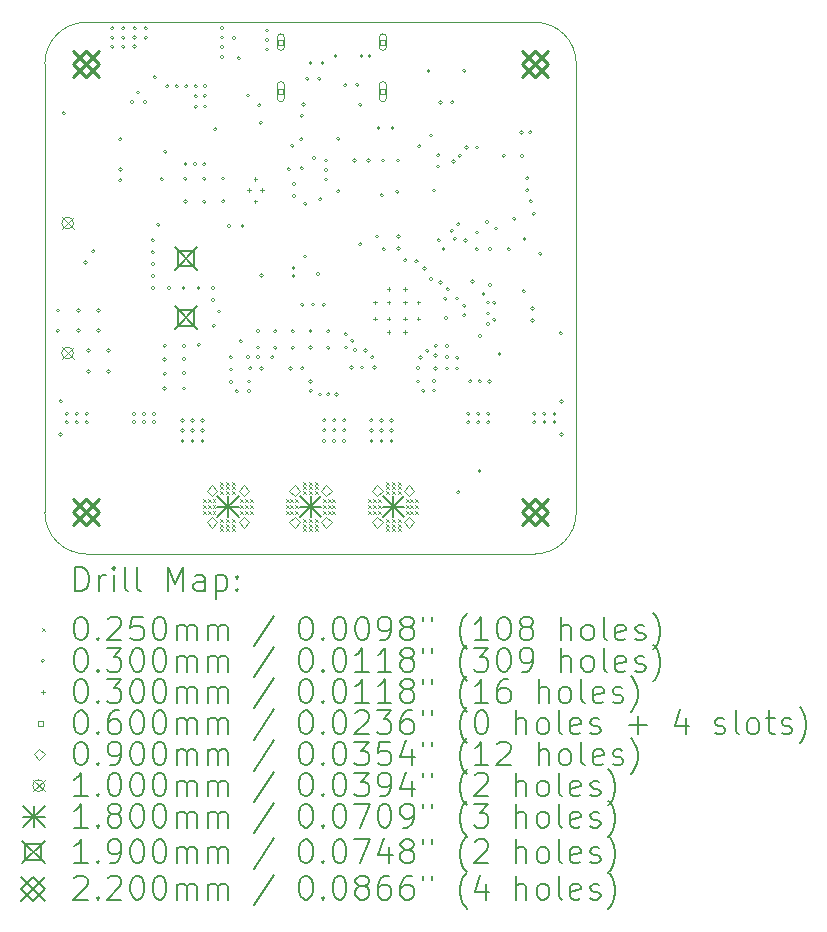
<source format=gbr>
%TF.GenerationSoftware,KiCad,Pcbnew,8.0.7*%
%TF.CreationDate,2025-10-10T17:09:59-07:00*%
%TF.ProjectId,CurlDrive-2,4375726c-4472-4697-9665-2d322e6b6963,rev?*%
%TF.SameCoordinates,Original*%
%TF.FileFunction,Drillmap*%
%TF.FilePolarity,Positive*%
%FSLAX45Y45*%
G04 Gerber Fmt 4.5, Leading zero omitted, Abs format (unit mm)*
G04 Created by KiCad (PCBNEW 8.0.7) date 2025-10-10 17:09:59*
%MOMM*%
%LPD*%
G01*
G04 APERTURE LIST*
%ADD10C,0.050000*%
%ADD11C,0.200000*%
%ADD12C,0.100000*%
%ADD13C,0.180000*%
%ADD14C,0.190000*%
%ADD15C,0.220000*%
G04 APERTURE END LIST*
D10*
X16900000Y-7750000D02*
X13100000Y-7750000D01*
X12750000Y-11900000D02*
X12750000Y-8100000D01*
X12750000Y-8100000D02*
G75*
G02*
X13100000Y-7750000I350000J0D01*
G01*
X16900000Y-7750000D02*
G75*
G02*
X17250000Y-8100000I0J-350000D01*
G01*
X17250000Y-11900000D02*
G75*
G02*
X16900000Y-12250000I-350000J0D01*
G01*
X13100000Y-12250000D02*
G75*
G02*
X12750000Y-11900000I0J350000D01*
G01*
X16900000Y-12250000D02*
X13100000Y-12250000D01*
X17250000Y-8100000D02*
X17250000Y-11900000D01*
D11*
D12*
X14090000Y-11787500D02*
X14115000Y-11812500D01*
X14115000Y-11787500D02*
X14090000Y-11812500D01*
X14090000Y-11837500D02*
X14115000Y-11862500D01*
X14115000Y-11837500D02*
X14090000Y-11862500D01*
X14090000Y-11887500D02*
X14115000Y-11912500D01*
X14115000Y-11887500D02*
X14090000Y-11912500D01*
X14130000Y-11787500D02*
X14155000Y-11812500D01*
X14155000Y-11787500D02*
X14130000Y-11812500D01*
X14130000Y-11837500D02*
X14155000Y-11862500D01*
X14155000Y-11837500D02*
X14130000Y-11862500D01*
X14130000Y-11887500D02*
X14155000Y-11912500D01*
X14155000Y-11887500D02*
X14130000Y-11912500D01*
X14170000Y-11787500D02*
X14195000Y-11812500D01*
X14195000Y-11787500D02*
X14170000Y-11812500D01*
X14170000Y-11837500D02*
X14195000Y-11862500D01*
X14195000Y-11837500D02*
X14170000Y-11862500D01*
X14170000Y-11887500D02*
X14195000Y-11912500D01*
X14195000Y-11887500D02*
X14170000Y-11912500D01*
X14237500Y-11640000D02*
X14262500Y-11665000D01*
X14262500Y-11640000D02*
X14237500Y-11665000D01*
X14237500Y-11680000D02*
X14262500Y-11705000D01*
X14262500Y-11680000D02*
X14237500Y-11705000D01*
X14237500Y-11720000D02*
X14262500Y-11745000D01*
X14262500Y-11720000D02*
X14237500Y-11745000D01*
X14237500Y-11955000D02*
X14262500Y-11980000D01*
X14262500Y-11955000D02*
X14237500Y-11980000D01*
X14237500Y-11995000D02*
X14262500Y-12020000D01*
X14262500Y-11995000D02*
X14237500Y-12020000D01*
X14237500Y-12035000D02*
X14262500Y-12060000D01*
X14262500Y-12035000D02*
X14237500Y-12060000D01*
X14287500Y-11640000D02*
X14312500Y-11665000D01*
X14312500Y-11640000D02*
X14287500Y-11665000D01*
X14287500Y-11680000D02*
X14312500Y-11705000D01*
X14312500Y-11680000D02*
X14287500Y-11705000D01*
X14287500Y-11720000D02*
X14312500Y-11745000D01*
X14312500Y-11720000D02*
X14287500Y-11745000D01*
X14287500Y-11955000D02*
X14312500Y-11980000D01*
X14312500Y-11955000D02*
X14287500Y-11980000D01*
X14287500Y-11995000D02*
X14312500Y-12020000D01*
X14312500Y-11995000D02*
X14287500Y-12020000D01*
X14287500Y-12035000D02*
X14312500Y-12060000D01*
X14312500Y-12035000D02*
X14287500Y-12060000D01*
X14337500Y-11640000D02*
X14362500Y-11665000D01*
X14362500Y-11640000D02*
X14337500Y-11665000D01*
X14337500Y-11680000D02*
X14362500Y-11705000D01*
X14362500Y-11680000D02*
X14337500Y-11705000D01*
X14337500Y-11720000D02*
X14362500Y-11745000D01*
X14362500Y-11720000D02*
X14337500Y-11745000D01*
X14337500Y-11955000D02*
X14362500Y-11980000D01*
X14362500Y-11955000D02*
X14337500Y-11980000D01*
X14337500Y-11995000D02*
X14362500Y-12020000D01*
X14362500Y-11995000D02*
X14337500Y-12020000D01*
X14337500Y-12035000D02*
X14362500Y-12060000D01*
X14362500Y-12035000D02*
X14337500Y-12060000D01*
X14405000Y-11787500D02*
X14430000Y-11812500D01*
X14430000Y-11787500D02*
X14405000Y-11812500D01*
X14405000Y-11837500D02*
X14430000Y-11862500D01*
X14430000Y-11837500D02*
X14405000Y-11862500D01*
X14405000Y-11887500D02*
X14430000Y-11912500D01*
X14430000Y-11887500D02*
X14405000Y-11912500D01*
X14445000Y-11787500D02*
X14470000Y-11812500D01*
X14470000Y-11787500D02*
X14445000Y-11812500D01*
X14445000Y-11837500D02*
X14470000Y-11862500D01*
X14470000Y-11837500D02*
X14445000Y-11862500D01*
X14445000Y-11887500D02*
X14470000Y-11912500D01*
X14470000Y-11887500D02*
X14445000Y-11912500D01*
X14485000Y-11787500D02*
X14510000Y-11812500D01*
X14510000Y-11787500D02*
X14485000Y-11812500D01*
X14485000Y-11837500D02*
X14510000Y-11862500D01*
X14510000Y-11837500D02*
X14485000Y-11862500D01*
X14485000Y-11887500D02*
X14510000Y-11912500D01*
X14510000Y-11887500D02*
X14485000Y-11912500D01*
X14790000Y-11787500D02*
X14815000Y-11812500D01*
X14815000Y-11787500D02*
X14790000Y-11812500D01*
X14790000Y-11837500D02*
X14815000Y-11862500D01*
X14815000Y-11837500D02*
X14790000Y-11862500D01*
X14790000Y-11887500D02*
X14815000Y-11912500D01*
X14815000Y-11887500D02*
X14790000Y-11912500D01*
X14830000Y-11787500D02*
X14855000Y-11812500D01*
X14855000Y-11787500D02*
X14830000Y-11812500D01*
X14830000Y-11837500D02*
X14855000Y-11862500D01*
X14855000Y-11837500D02*
X14830000Y-11862500D01*
X14830000Y-11887500D02*
X14855000Y-11912500D01*
X14855000Y-11887500D02*
X14830000Y-11912500D01*
X14870000Y-11787500D02*
X14895000Y-11812500D01*
X14895000Y-11787500D02*
X14870000Y-11812500D01*
X14870000Y-11837500D02*
X14895000Y-11862500D01*
X14895000Y-11837500D02*
X14870000Y-11862500D01*
X14870000Y-11887500D02*
X14895000Y-11912500D01*
X14895000Y-11887500D02*
X14870000Y-11912500D01*
X14937500Y-11640000D02*
X14962500Y-11665000D01*
X14962500Y-11640000D02*
X14937500Y-11665000D01*
X14937500Y-11680000D02*
X14962500Y-11705000D01*
X14962500Y-11680000D02*
X14937500Y-11705000D01*
X14937500Y-11720000D02*
X14962500Y-11745000D01*
X14962500Y-11720000D02*
X14937500Y-11745000D01*
X14937500Y-11955000D02*
X14962500Y-11980000D01*
X14962500Y-11955000D02*
X14937500Y-11980000D01*
X14937500Y-11995000D02*
X14962500Y-12020000D01*
X14962500Y-11995000D02*
X14937500Y-12020000D01*
X14937500Y-12035000D02*
X14962500Y-12060000D01*
X14962500Y-12035000D02*
X14937500Y-12060000D01*
X14987500Y-11640000D02*
X15012500Y-11665000D01*
X15012500Y-11640000D02*
X14987500Y-11665000D01*
X14987500Y-11680000D02*
X15012500Y-11705000D01*
X15012500Y-11680000D02*
X14987500Y-11705000D01*
X14987500Y-11720000D02*
X15012500Y-11745000D01*
X15012500Y-11720000D02*
X14987500Y-11745000D01*
X14987500Y-11955000D02*
X15012500Y-11980000D01*
X15012500Y-11955000D02*
X14987500Y-11980000D01*
X14987500Y-11995000D02*
X15012500Y-12020000D01*
X15012500Y-11995000D02*
X14987500Y-12020000D01*
X14987500Y-12035000D02*
X15012500Y-12060000D01*
X15012500Y-12035000D02*
X14987500Y-12060000D01*
X15037500Y-11640000D02*
X15062500Y-11665000D01*
X15062500Y-11640000D02*
X15037500Y-11665000D01*
X15037500Y-11680000D02*
X15062500Y-11705000D01*
X15062500Y-11680000D02*
X15037500Y-11705000D01*
X15037500Y-11720000D02*
X15062500Y-11745000D01*
X15062500Y-11720000D02*
X15037500Y-11745000D01*
X15037500Y-11955000D02*
X15062500Y-11980000D01*
X15062500Y-11955000D02*
X15037500Y-11980000D01*
X15037500Y-11995000D02*
X15062500Y-12020000D01*
X15062500Y-11995000D02*
X15037500Y-12020000D01*
X15037500Y-12035000D02*
X15062500Y-12060000D01*
X15062500Y-12035000D02*
X15037500Y-12060000D01*
X15105000Y-11787500D02*
X15130000Y-11812500D01*
X15130000Y-11787500D02*
X15105000Y-11812500D01*
X15105000Y-11837500D02*
X15130000Y-11862500D01*
X15130000Y-11837500D02*
X15105000Y-11862500D01*
X15105000Y-11887500D02*
X15130000Y-11912500D01*
X15130000Y-11887500D02*
X15105000Y-11912500D01*
X15145000Y-11787500D02*
X15170000Y-11812500D01*
X15170000Y-11787500D02*
X15145000Y-11812500D01*
X15145000Y-11837500D02*
X15170000Y-11862500D01*
X15170000Y-11837500D02*
X15145000Y-11862500D01*
X15145000Y-11887500D02*
X15170000Y-11912500D01*
X15170000Y-11887500D02*
X15145000Y-11912500D01*
X15185000Y-11787500D02*
X15210000Y-11812500D01*
X15210000Y-11787500D02*
X15185000Y-11812500D01*
X15185000Y-11837500D02*
X15210000Y-11862500D01*
X15210000Y-11837500D02*
X15185000Y-11862500D01*
X15185000Y-11887500D02*
X15210000Y-11912500D01*
X15210000Y-11887500D02*
X15185000Y-11912500D01*
X15490000Y-11787500D02*
X15515000Y-11812500D01*
X15515000Y-11787500D02*
X15490000Y-11812500D01*
X15490000Y-11837500D02*
X15515000Y-11862500D01*
X15515000Y-11837500D02*
X15490000Y-11862500D01*
X15490000Y-11887500D02*
X15515000Y-11912500D01*
X15515000Y-11887500D02*
X15490000Y-11912500D01*
X15530000Y-11787500D02*
X15555000Y-11812500D01*
X15555000Y-11787500D02*
X15530000Y-11812500D01*
X15530000Y-11837500D02*
X15555000Y-11862500D01*
X15555000Y-11837500D02*
X15530000Y-11862500D01*
X15530000Y-11887500D02*
X15555000Y-11912500D01*
X15555000Y-11887500D02*
X15530000Y-11912500D01*
X15570000Y-11787500D02*
X15595000Y-11812500D01*
X15595000Y-11787500D02*
X15570000Y-11812500D01*
X15570000Y-11837500D02*
X15595000Y-11862500D01*
X15595000Y-11837500D02*
X15570000Y-11862500D01*
X15570000Y-11887500D02*
X15595000Y-11912500D01*
X15595000Y-11887500D02*
X15570000Y-11912500D01*
X15637500Y-11640000D02*
X15662500Y-11665000D01*
X15662500Y-11640000D02*
X15637500Y-11665000D01*
X15637500Y-11680000D02*
X15662500Y-11705000D01*
X15662500Y-11680000D02*
X15637500Y-11705000D01*
X15637500Y-11720000D02*
X15662500Y-11745000D01*
X15662500Y-11720000D02*
X15637500Y-11745000D01*
X15637500Y-11955000D02*
X15662500Y-11980000D01*
X15662500Y-11955000D02*
X15637500Y-11980000D01*
X15637500Y-11995000D02*
X15662500Y-12020000D01*
X15662500Y-11995000D02*
X15637500Y-12020000D01*
X15637500Y-12035000D02*
X15662500Y-12060000D01*
X15662500Y-12035000D02*
X15637500Y-12060000D01*
X15687500Y-11640000D02*
X15712500Y-11665000D01*
X15712500Y-11640000D02*
X15687500Y-11665000D01*
X15687500Y-11680000D02*
X15712500Y-11705000D01*
X15712500Y-11680000D02*
X15687500Y-11705000D01*
X15687500Y-11720000D02*
X15712500Y-11745000D01*
X15712500Y-11720000D02*
X15687500Y-11745000D01*
X15687500Y-11955000D02*
X15712500Y-11980000D01*
X15712500Y-11955000D02*
X15687500Y-11980000D01*
X15687500Y-11995000D02*
X15712500Y-12020000D01*
X15712500Y-11995000D02*
X15687500Y-12020000D01*
X15687500Y-12035000D02*
X15712500Y-12060000D01*
X15712500Y-12035000D02*
X15687500Y-12060000D01*
X15737500Y-11640000D02*
X15762500Y-11665000D01*
X15762500Y-11640000D02*
X15737500Y-11665000D01*
X15737500Y-11680000D02*
X15762500Y-11705000D01*
X15762500Y-11680000D02*
X15737500Y-11705000D01*
X15737500Y-11720000D02*
X15762500Y-11745000D01*
X15762500Y-11720000D02*
X15737500Y-11745000D01*
X15737500Y-11955000D02*
X15762500Y-11980000D01*
X15762500Y-11955000D02*
X15737500Y-11980000D01*
X15737500Y-11995000D02*
X15762500Y-12020000D01*
X15762500Y-11995000D02*
X15737500Y-12020000D01*
X15737500Y-12035000D02*
X15762500Y-12060000D01*
X15762500Y-12035000D02*
X15737500Y-12060000D01*
X15805000Y-11787500D02*
X15830000Y-11812500D01*
X15830000Y-11787500D02*
X15805000Y-11812500D01*
X15805000Y-11837500D02*
X15830000Y-11862500D01*
X15830000Y-11837500D02*
X15805000Y-11862500D01*
X15805000Y-11887500D02*
X15830000Y-11912500D01*
X15830000Y-11887500D02*
X15805000Y-11912500D01*
X15845000Y-11787500D02*
X15870000Y-11812500D01*
X15870000Y-11787500D02*
X15845000Y-11812500D01*
X15845000Y-11837500D02*
X15870000Y-11862500D01*
X15870000Y-11837500D02*
X15845000Y-11862500D01*
X15845000Y-11887500D02*
X15870000Y-11912500D01*
X15870000Y-11887500D02*
X15845000Y-11912500D01*
X15885000Y-11787500D02*
X15910000Y-11812500D01*
X15910000Y-11787500D02*
X15885000Y-11812500D01*
X15885000Y-11837500D02*
X15910000Y-11862500D01*
X15910000Y-11837500D02*
X15885000Y-11862500D01*
X15885000Y-11887500D02*
X15910000Y-11912500D01*
X15910000Y-11887500D02*
X15885000Y-11912500D01*
X12875000Y-10190000D02*
G75*
G02*
X12845000Y-10190000I-15000J0D01*
G01*
X12845000Y-10190000D02*
G75*
G02*
X12875000Y-10190000I15000J0D01*
G01*
X12875000Y-10360000D02*
G75*
G02*
X12845000Y-10360000I-15000J0D01*
G01*
X12845000Y-10360000D02*
G75*
G02*
X12875000Y-10360000I15000J0D01*
G01*
X12900000Y-10960000D02*
G75*
G02*
X12870000Y-10960000I-15000J0D01*
G01*
X12870000Y-10960000D02*
G75*
G02*
X12900000Y-10960000I15000J0D01*
G01*
X12900000Y-11240000D02*
G75*
G02*
X12870000Y-11240000I-15000J0D01*
G01*
X12870000Y-11240000D02*
G75*
G02*
X12900000Y-11240000I15000J0D01*
G01*
X12925000Y-8520000D02*
G75*
G02*
X12895000Y-8520000I-15000J0D01*
G01*
X12895000Y-8520000D02*
G75*
G02*
X12925000Y-8520000I15000J0D01*
G01*
X12950000Y-11065000D02*
G75*
G02*
X12920000Y-11065000I-15000J0D01*
G01*
X12920000Y-11065000D02*
G75*
G02*
X12950000Y-11065000I15000J0D01*
G01*
X12950000Y-11135000D02*
G75*
G02*
X12920000Y-11135000I-15000J0D01*
G01*
X12920000Y-11135000D02*
G75*
G02*
X12950000Y-11135000I15000J0D01*
G01*
X13035000Y-11065000D02*
G75*
G02*
X13005000Y-11065000I-15000J0D01*
G01*
X13005000Y-11065000D02*
G75*
G02*
X13035000Y-11065000I15000J0D01*
G01*
X13035000Y-11135000D02*
G75*
G02*
X13005000Y-11135000I-15000J0D01*
G01*
X13005000Y-11135000D02*
G75*
G02*
X13035000Y-11135000I15000J0D01*
G01*
X13050000Y-10190000D02*
G75*
G02*
X13020000Y-10190000I-15000J0D01*
G01*
X13020000Y-10190000D02*
G75*
G02*
X13050000Y-10190000I15000J0D01*
G01*
X13050000Y-10360000D02*
G75*
G02*
X13020000Y-10360000I-15000J0D01*
G01*
X13020000Y-10360000D02*
G75*
G02*
X13050000Y-10360000I15000J0D01*
G01*
X13110000Y-9785000D02*
G75*
G02*
X13080000Y-9785000I-15000J0D01*
G01*
X13080000Y-9785000D02*
G75*
G02*
X13110000Y-9785000I15000J0D01*
G01*
X13120000Y-11065000D02*
G75*
G02*
X13090000Y-11065000I-15000J0D01*
G01*
X13090000Y-11065000D02*
G75*
G02*
X13120000Y-11065000I15000J0D01*
G01*
X13120000Y-11135000D02*
G75*
G02*
X13090000Y-11135000I-15000J0D01*
G01*
X13090000Y-11135000D02*
G75*
G02*
X13120000Y-11135000I15000J0D01*
G01*
X13135000Y-10530000D02*
G75*
G02*
X13105000Y-10530000I-15000J0D01*
G01*
X13105000Y-10530000D02*
G75*
G02*
X13135000Y-10530000I15000J0D01*
G01*
X13135000Y-10705000D02*
G75*
G02*
X13105000Y-10705000I-15000J0D01*
G01*
X13105000Y-10705000D02*
G75*
G02*
X13135000Y-10705000I15000J0D01*
G01*
X13175000Y-9690000D02*
G75*
G02*
X13145000Y-9690000I-15000J0D01*
G01*
X13145000Y-9690000D02*
G75*
G02*
X13175000Y-9690000I15000J0D01*
G01*
X13220000Y-10190000D02*
G75*
G02*
X13190000Y-10190000I-15000J0D01*
G01*
X13190000Y-10190000D02*
G75*
G02*
X13220000Y-10190000I15000J0D01*
G01*
X13220000Y-10360000D02*
G75*
G02*
X13190000Y-10360000I-15000J0D01*
G01*
X13190000Y-10360000D02*
G75*
G02*
X13220000Y-10360000I15000J0D01*
G01*
X13305000Y-10530000D02*
G75*
G02*
X13275000Y-10530000I-15000J0D01*
G01*
X13275000Y-10530000D02*
G75*
G02*
X13305000Y-10530000I15000J0D01*
G01*
X13305000Y-10705000D02*
G75*
G02*
X13275000Y-10705000I-15000J0D01*
G01*
X13275000Y-10705000D02*
G75*
G02*
X13305000Y-10705000I15000J0D01*
G01*
X13335000Y-7800000D02*
G75*
G02*
X13305000Y-7800000I-15000J0D01*
G01*
X13305000Y-7800000D02*
G75*
G02*
X13335000Y-7800000I15000J0D01*
G01*
X13335000Y-7880000D02*
G75*
G02*
X13305000Y-7880000I-15000J0D01*
G01*
X13305000Y-7880000D02*
G75*
G02*
X13335000Y-7880000I15000J0D01*
G01*
X13335000Y-7957500D02*
G75*
G02*
X13305000Y-7957500I-15000J0D01*
G01*
X13305000Y-7957500D02*
G75*
G02*
X13335000Y-7957500I15000J0D01*
G01*
X13405000Y-8740000D02*
G75*
G02*
X13375000Y-8740000I-15000J0D01*
G01*
X13375000Y-8740000D02*
G75*
G02*
X13405000Y-8740000I15000J0D01*
G01*
X13405000Y-8997500D02*
G75*
G02*
X13375000Y-8997500I-15000J0D01*
G01*
X13375000Y-8997500D02*
G75*
G02*
X13405000Y-8997500I15000J0D01*
G01*
X13405000Y-9087500D02*
G75*
G02*
X13375000Y-9087500I-15000J0D01*
G01*
X13375000Y-9087500D02*
G75*
G02*
X13405000Y-9087500I15000J0D01*
G01*
X13430000Y-7800000D02*
G75*
G02*
X13400000Y-7800000I-15000J0D01*
G01*
X13400000Y-7800000D02*
G75*
G02*
X13430000Y-7800000I15000J0D01*
G01*
X13430000Y-7880000D02*
G75*
G02*
X13400000Y-7880000I-15000J0D01*
G01*
X13400000Y-7880000D02*
G75*
G02*
X13430000Y-7880000I15000J0D01*
G01*
X13430000Y-7957500D02*
G75*
G02*
X13400000Y-7957500I-15000J0D01*
G01*
X13400000Y-7957500D02*
G75*
G02*
X13430000Y-7957500I15000J0D01*
G01*
X13505000Y-8425000D02*
G75*
G02*
X13475000Y-8425000I-15000J0D01*
G01*
X13475000Y-8425000D02*
G75*
G02*
X13505000Y-8425000I15000J0D01*
G01*
X13520000Y-11065000D02*
G75*
G02*
X13490000Y-11065000I-15000J0D01*
G01*
X13490000Y-11065000D02*
G75*
G02*
X13520000Y-11065000I15000J0D01*
G01*
X13520000Y-11135000D02*
G75*
G02*
X13490000Y-11135000I-15000J0D01*
G01*
X13490000Y-11135000D02*
G75*
G02*
X13520000Y-11135000I15000J0D01*
G01*
X13525000Y-7800000D02*
G75*
G02*
X13495000Y-7800000I-15000J0D01*
G01*
X13495000Y-7800000D02*
G75*
G02*
X13525000Y-7800000I15000J0D01*
G01*
X13525000Y-7880000D02*
G75*
G02*
X13495000Y-7880000I-15000J0D01*
G01*
X13495000Y-7880000D02*
G75*
G02*
X13525000Y-7880000I15000J0D01*
G01*
X13525000Y-7955000D02*
G75*
G02*
X13495000Y-7955000I-15000J0D01*
G01*
X13495000Y-7955000D02*
G75*
G02*
X13525000Y-7955000I15000J0D01*
G01*
X13555000Y-8345000D02*
G75*
G02*
X13525000Y-8345000I-15000J0D01*
G01*
X13525000Y-8345000D02*
G75*
G02*
X13555000Y-8345000I15000J0D01*
G01*
X13605000Y-11065000D02*
G75*
G02*
X13575000Y-11065000I-15000J0D01*
G01*
X13575000Y-11065000D02*
G75*
G02*
X13605000Y-11065000I15000J0D01*
G01*
X13605000Y-11135000D02*
G75*
G02*
X13575000Y-11135000I-15000J0D01*
G01*
X13575000Y-11135000D02*
G75*
G02*
X13605000Y-11135000I15000J0D01*
G01*
X13615000Y-8425000D02*
G75*
G02*
X13585000Y-8425000I-15000J0D01*
G01*
X13585000Y-8425000D02*
G75*
G02*
X13615000Y-8425000I15000J0D01*
G01*
X13620000Y-7800000D02*
G75*
G02*
X13590000Y-7800000I-15000J0D01*
G01*
X13590000Y-7800000D02*
G75*
G02*
X13620000Y-7800000I15000J0D01*
G01*
X13620000Y-7880000D02*
G75*
G02*
X13590000Y-7880000I-15000J0D01*
G01*
X13590000Y-7880000D02*
G75*
G02*
X13620000Y-7880000I15000J0D01*
G01*
X13680000Y-9595000D02*
G75*
G02*
X13650000Y-9595000I-15000J0D01*
G01*
X13650000Y-9595000D02*
G75*
G02*
X13680000Y-9595000I15000J0D01*
G01*
X13680000Y-9696250D02*
G75*
G02*
X13650000Y-9696250I-15000J0D01*
G01*
X13650000Y-9696250D02*
G75*
G02*
X13680000Y-9696250I15000J0D01*
G01*
X13680000Y-9797500D02*
G75*
G02*
X13650000Y-9797500I-15000J0D01*
G01*
X13650000Y-9797500D02*
G75*
G02*
X13680000Y-9797500I15000J0D01*
G01*
X13680000Y-9898750D02*
G75*
G02*
X13650000Y-9898750I-15000J0D01*
G01*
X13650000Y-9898750D02*
G75*
G02*
X13680000Y-9898750I15000J0D01*
G01*
X13680000Y-10000000D02*
G75*
G02*
X13650000Y-10000000I-15000J0D01*
G01*
X13650000Y-10000000D02*
G75*
G02*
X13680000Y-10000000I15000J0D01*
G01*
X13690000Y-11065000D02*
G75*
G02*
X13660000Y-11065000I-15000J0D01*
G01*
X13660000Y-11065000D02*
G75*
G02*
X13690000Y-11065000I15000J0D01*
G01*
X13690000Y-11135000D02*
G75*
G02*
X13660000Y-11135000I-15000J0D01*
G01*
X13660000Y-11135000D02*
G75*
G02*
X13690000Y-11135000I15000J0D01*
G01*
X13695000Y-8215000D02*
G75*
G02*
X13665000Y-8215000I-15000J0D01*
G01*
X13665000Y-8215000D02*
G75*
G02*
X13695000Y-8215000I15000J0D01*
G01*
X13725000Y-9465000D02*
G75*
G02*
X13695000Y-9465000I-15000J0D01*
G01*
X13695000Y-9465000D02*
G75*
G02*
X13725000Y-9465000I15000J0D01*
G01*
X13755000Y-9077500D02*
G75*
G02*
X13725000Y-9077500I-15000J0D01*
G01*
X13725000Y-9077500D02*
G75*
G02*
X13755000Y-9077500I15000J0D01*
G01*
X13780000Y-10490000D02*
G75*
G02*
X13750000Y-10490000I-15000J0D01*
G01*
X13750000Y-10490000D02*
G75*
G02*
X13780000Y-10490000I15000J0D01*
G01*
X13780000Y-10605000D02*
G75*
G02*
X13750000Y-10605000I-15000J0D01*
G01*
X13750000Y-10605000D02*
G75*
G02*
X13780000Y-10605000I15000J0D01*
G01*
X13780000Y-10725000D02*
G75*
G02*
X13750000Y-10725000I-15000J0D01*
G01*
X13750000Y-10725000D02*
G75*
G02*
X13780000Y-10725000I15000J0D01*
G01*
X13780000Y-10850000D02*
G75*
G02*
X13750000Y-10850000I-15000J0D01*
G01*
X13750000Y-10850000D02*
G75*
G02*
X13780000Y-10850000I15000J0D01*
G01*
X13785000Y-8845000D02*
G75*
G02*
X13755000Y-8845000I-15000J0D01*
G01*
X13755000Y-8845000D02*
G75*
G02*
X13785000Y-8845000I15000J0D01*
G01*
X13802500Y-8292500D02*
G75*
G02*
X13772500Y-8292500I-15000J0D01*
G01*
X13772500Y-8292500D02*
G75*
G02*
X13802500Y-8292500I15000J0D01*
G01*
X13815000Y-10000000D02*
G75*
G02*
X13785000Y-10000000I-15000J0D01*
G01*
X13785000Y-10000000D02*
G75*
G02*
X13815000Y-10000000I15000J0D01*
G01*
X13882500Y-8292500D02*
G75*
G02*
X13852500Y-8292500I-15000J0D01*
G01*
X13852500Y-8292500D02*
G75*
G02*
X13882500Y-8292500I15000J0D01*
G01*
X13930000Y-11120000D02*
G75*
G02*
X13900000Y-11120000I-15000J0D01*
G01*
X13900000Y-11120000D02*
G75*
G02*
X13930000Y-11120000I15000J0D01*
G01*
X13930000Y-11205000D02*
G75*
G02*
X13900000Y-11205000I-15000J0D01*
G01*
X13900000Y-11205000D02*
G75*
G02*
X13930000Y-11205000I15000J0D01*
G01*
X13930000Y-11295000D02*
G75*
G02*
X13900000Y-11295000I-15000J0D01*
G01*
X13900000Y-11295000D02*
G75*
G02*
X13930000Y-11295000I15000J0D01*
G01*
X13940000Y-10000000D02*
G75*
G02*
X13910000Y-10000000I-15000J0D01*
G01*
X13910000Y-10000000D02*
G75*
G02*
X13940000Y-10000000I15000J0D01*
G01*
X13945000Y-10490000D02*
G75*
G02*
X13915000Y-10490000I-15000J0D01*
G01*
X13915000Y-10490000D02*
G75*
G02*
X13945000Y-10490000I15000J0D01*
G01*
X13945000Y-10600000D02*
G75*
G02*
X13915000Y-10600000I-15000J0D01*
G01*
X13915000Y-10600000D02*
G75*
G02*
X13945000Y-10600000I15000J0D01*
G01*
X13945000Y-10720000D02*
G75*
G02*
X13915000Y-10720000I-15000J0D01*
G01*
X13915000Y-10720000D02*
G75*
G02*
X13945000Y-10720000I15000J0D01*
G01*
X13945000Y-10850000D02*
G75*
G02*
X13915000Y-10850000I-15000J0D01*
G01*
X13915000Y-10850000D02*
G75*
G02*
X13945000Y-10850000I15000J0D01*
G01*
X13955000Y-8950000D02*
G75*
G02*
X13925000Y-8950000I-15000J0D01*
G01*
X13925000Y-8950000D02*
G75*
G02*
X13955000Y-8950000I15000J0D01*
G01*
X13955000Y-9075000D02*
G75*
G02*
X13925000Y-9075000I-15000J0D01*
G01*
X13925000Y-9075000D02*
G75*
G02*
X13955000Y-9075000I15000J0D01*
G01*
X13955000Y-9267500D02*
G75*
G02*
X13925000Y-9267500I-15000J0D01*
G01*
X13925000Y-9267500D02*
G75*
G02*
X13955000Y-9267500I15000J0D01*
G01*
X13962500Y-8292500D02*
G75*
G02*
X13932500Y-8292500I-15000J0D01*
G01*
X13932500Y-8292500D02*
G75*
G02*
X13962500Y-8292500I15000J0D01*
G01*
X14015000Y-11120000D02*
G75*
G02*
X13985000Y-11120000I-15000J0D01*
G01*
X13985000Y-11120000D02*
G75*
G02*
X14015000Y-11120000I15000J0D01*
G01*
X14015000Y-11205000D02*
G75*
G02*
X13985000Y-11205000I-15000J0D01*
G01*
X13985000Y-11205000D02*
G75*
G02*
X14015000Y-11205000I15000J0D01*
G01*
X14015000Y-11295000D02*
G75*
G02*
X13985000Y-11295000I-15000J0D01*
G01*
X13985000Y-11295000D02*
G75*
G02*
X14015000Y-11295000I15000J0D01*
G01*
X14035000Y-8950000D02*
G75*
G02*
X14005000Y-8950000I-15000J0D01*
G01*
X14005000Y-8950000D02*
G75*
G02*
X14035000Y-8950000I15000J0D01*
G01*
X14042500Y-8292500D02*
G75*
G02*
X14012500Y-8292500I-15000J0D01*
G01*
X14012500Y-8292500D02*
G75*
G02*
X14042500Y-8292500I15000J0D01*
G01*
X14042500Y-8375000D02*
G75*
G02*
X14012500Y-8375000I-15000J0D01*
G01*
X14012500Y-8375000D02*
G75*
G02*
X14042500Y-8375000I15000J0D01*
G01*
X14042500Y-8465000D02*
G75*
G02*
X14012500Y-8465000I-15000J0D01*
G01*
X14012500Y-8465000D02*
G75*
G02*
X14042500Y-8465000I15000J0D01*
G01*
X14065000Y-10000000D02*
G75*
G02*
X14035000Y-10000000I-15000J0D01*
G01*
X14035000Y-10000000D02*
G75*
G02*
X14065000Y-10000000I15000J0D01*
G01*
X14070000Y-10480000D02*
G75*
G02*
X14040000Y-10480000I-15000J0D01*
G01*
X14040000Y-10480000D02*
G75*
G02*
X14070000Y-10480000I15000J0D01*
G01*
X14100000Y-11120000D02*
G75*
G02*
X14070000Y-11120000I-15000J0D01*
G01*
X14070000Y-11120000D02*
G75*
G02*
X14100000Y-11120000I15000J0D01*
G01*
X14100000Y-11205000D02*
G75*
G02*
X14070000Y-11205000I-15000J0D01*
G01*
X14070000Y-11205000D02*
G75*
G02*
X14100000Y-11205000I15000J0D01*
G01*
X14100000Y-11295000D02*
G75*
G02*
X14070000Y-11295000I-15000J0D01*
G01*
X14070000Y-11295000D02*
G75*
G02*
X14100000Y-11295000I15000J0D01*
G01*
X14115000Y-8950000D02*
G75*
G02*
X14085000Y-8950000I-15000J0D01*
G01*
X14085000Y-8950000D02*
G75*
G02*
X14115000Y-8950000I15000J0D01*
G01*
X14115000Y-9075000D02*
G75*
G02*
X14085000Y-9075000I-15000J0D01*
G01*
X14085000Y-9075000D02*
G75*
G02*
X14115000Y-9075000I15000J0D01*
G01*
X14115000Y-9267500D02*
G75*
G02*
X14085000Y-9267500I-15000J0D01*
G01*
X14085000Y-9267500D02*
G75*
G02*
X14115000Y-9267500I15000J0D01*
G01*
X14120000Y-8290000D02*
G75*
G02*
X14090000Y-8290000I-15000J0D01*
G01*
X14090000Y-8290000D02*
G75*
G02*
X14120000Y-8290000I15000J0D01*
G01*
X14120000Y-8372500D02*
G75*
G02*
X14090000Y-8372500I-15000J0D01*
G01*
X14090000Y-8372500D02*
G75*
G02*
X14120000Y-8372500I15000J0D01*
G01*
X14120000Y-8462500D02*
G75*
G02*
X14090000Y-8462500I-15000J0D01*
G01*
X14090000Y-8462500D02*
G75*
G02*
X14120000Y-8462500I15000J0D01*
G01*
X14190000Y-10000000D02*
G75*
G02*
X14160000Y-10000000I-15000J0D01*
G01*
X14160000Y-10000000D02*
G75*
G02*
X14190000Y-10000000I15000J0D01*
G01*
X14190000Y-10100000D02*
G75*
G02*
X14160000Y-10100000I-15000J0D01*
G01*
X14160000Y-10100000D02*
G75*
G02*
X14190000Y-10100000I15000J0D01*
G01*
X14195000Y-10320000D02*
G75*
G02*
X14165000Y-10320000I-15000J0D01*
G01*
X14165000Y-10320000D02*
G75*
G02*
X14195000Y-10320000I15000J0D01*
G01*
X14210000Y-8655500D02*
G75*
G02*
X14180000Y-8655500I-15000J0D01*
G01*
X14180000Y-8655500D02*
G75*
G02*
X14210000Y-8655500I15000J0D01*
G01*
X14240000Y-10200000D02*
G75*
G02*
X14210000Y-10200000I-15000J0D01*
G01*
X14210000Y-10200000D02*
G75*
G02*
X14240000Y-10200000I15000J0D01*
G01*
X14265000Y-7800000D02*
G75*
G02*
X14235000Y-7800000I-15000J0D01*
G01*
X14235000Y-7800000D02*
G75*
G02*
X14265000Y-7800000I15000J0D01*
G01*
X14265000Y-7880000D02*
G75*
G02*
X14235000Y-7880000I-15000J0D01*
G01*
X14235000Y-7880000D02*
G75*
G02*
X14265000Y-7880000I15000J0D01*
G01*
X14265000Y-7960000D02*
G75*
G02*
X14235000Y-7960000I-15000J0D01*
G01*
X14235000Y-7960000D02*
G75*
G02*
X14265000Y-7960000I15000J0D01*
G01*
X14265000Y-8045000D02*
G75*
G02*
X14235000Y-8045000I-15000J0D01*
G01*
X14235000Y-8045000D02*
G75*
G02*
X14265000Y-8045000I15000J0D01*
G01*
X14275000Y-9072500D02*
G75*
G02*
X14245000Y-9072500I-15000J0D01*
G01*
X14245000Y-9072500D02*
G75*
G02*
X14275000Y-9072500I15000J0D01*
G01*
X14275000Y-9265000D02*
G75*
G02*
X14245000Y-9265000I-15000J0D01*
G01*
X14245000Y-9265000D02*
G75*
G02*
X14275000Y-9265000I15000J0D01*
G01*
X14325000Y-9475000D02*
G75*
G02*
X14295000Y-9475000I-15000J0D01*
G01*
X14295000Y-9475000D02*
G75*
G02*
X14325000Y-9475000I15000J0D01*
G01*
X14340000Y-10585000D02*
G75*
G02*
X14310000Y-10585000I-15000J0D01*
G01*
X14310000Y-10585000D02*
G75*
G02*
X14340000Y-10585000I15000J0D01*
G01*
X14340000Y-10690000D02*
G75*
G02*
X14310000Y-10690000I-15000J0D01*
G01*
X14310000Y-10690000D02*
G75*
G02*
X14340000Y-10690000I15000J0D01*
G01*
X14340000Y-10795000D02*
G75*
G02*
X14310000Y-10795000I-15000J0D01*
G01*
X14310000Y-10795000D02*
G75*
G02*
X14340000Y-10795000I15000J0D01*
G01*
X14367500Y-7884000D02*
G75*
G02*
X14337500Y-7884000I-15000J0D01*
G01*
X14337500Y-7884000D02*
G75*
G02*
X14367500Y-7884000I15000J0D01*
G01*
X14390000Y-10875000D02*
G75*
G02*
X14360000Y-10875000I-15000J0D01*
G01*
X14360000Y-10875000D02*
G75*
G02*
X14390000Y-10875000I15000J0D01*
G01*
X14407500Y-8055000D02*
G75*
G02*
X14377500Y-8055000I-15000J0D01*
G01*
X14377500Y-8055000D02*
G75*
G02*
X14407500Y-8055000I15000J0D01*
G01*
X14425000Y-10450000D02*
G75*
G02*
X14395000Y-10450000I-15000J0D01*
G01*
X14395000Y-10450000D02*
G75*
G02*
X14425000Y-10450000I15000J0D01*
G01*
X14440000Y-9475000D02*
G75*
G02*
X14410000Y-9475000I-15000J0D01*
G01*
X14410000Y-9475000D02*
G75*
G02*
X14440000Y-9475000I15000J0D01*
G01*
X14485000Y-8370000D02*
G75*
G02*
X14455000Y-8370000I-15000J0D01*
G01*
X14455000Y-8370000D02*
G75*
G02*
X14485000Y-8370000I15000J0D01*
G01*
X14485000Y-10585000D02*
G75*
G02*
X14455000Y-10585000I-15000J0D01*
G01*
X14455000Y-10585000D02*
G75*
G02*
X14485000Y-10585000I15000J0D01*
G01*
X14493311Y-10790000D02*
G75*
G02*
X14463311Y-10790000I-15000J0D01*
G01*
X14463311Y-10790000D02*
G75*
G02*
X14493311Y-10790000I15000J0D01*
G01*
X14493311Y-10870000D02*
G75*
G02*
X14463311Y-10870000I-15000J0D01*
G01*
X14463311Y-10870000D02*
G75*
G02*
X14493311Y-10870000I15000J0D01*
G01*
X14505000Y-10680000D02*
G75*
G02*
X14475000Y-10680000I-15000J0D01*
G01*
X14475000Y-10680000D02*
G75*
G02*
X14505000Y-10680000I15000J0D01*
G01*
X14570000Y-10365000D02*
G75*
G02*
X14540000Y-10365000I-15000J0D01*
G01*
X14540000Y-10365000D02*
G75*
G02*
X14570000Y-10365000I15000J0D01*
G01*
X14570000Y-10505000D02*
G75*
G02*
X14540000Y-10505000I-15000J0D01*
G01*
X14540000Y-10505000D02*
G75*
G02*
X14570000Y-10505000I15000J0D01*
G01*
X14570000Y-10585000D02*
G75*
G02*
X14540000Y-10585000I-15000J0D01*
G01*
X14540000Y-10585000D02*
G75*
G02*
X14570000Y-10585000I15000J0D01*
G01*
X14580000Y-8453750D02*
G75*
G02*
X14550000Y-8453750I-15000J0D01*
G01*
X14550000Y-8453750D02*
G75*
G02*
X14580000Y-8453750I15000J0D01*
G01*
X14592500Y-8600000D02*
G75*
G02*
X14562500Y-8600000I-15000J0D01*
G01*
X14562500Y-8600000D02*
G75*
G02*
X14592500Y-8600000I15000J0D01*
G01*
X14600000Y-9895000D02*
G75*
G02*
X14570000Y-9895000I-15000J0D01*
G01*
X14570000Y-9895000D02*
G75*
G02*
X14600000Y-9895000I15000J0D01*
G01*
X14600000Y-10680000D02*
G75*
G02*
X14570000Y-10680000I-15000J0D01*
G01*
X14570000Y-10680000D02*
G75*
G02*
X14600000Y-10680000I15000J0D01*
G01*
X14645000Y-7820000D02*
G75*
G02*
X14615000Y-7820000I-15000J0D01*
G01*
X14615000Y-7820000D02*
G75*
G02*
X14645000Y-7820000I15000J0D01*
G01*
X14645000Y-7900000D02*
G75*
G02*
X14615000Y-7900000I-15000J0D01*
G01*
X14615000Y-7900000D02*
G75*
G02*
X14645000Y-7900000I15000J0D01*
G01*
X14645000Y-7980000D02*
G75*
G02*
X14615000Y-7980000I-15000J0D01*
G01*
X14615000Y-7980000D02*
G75*
G02*
X14645000Y-7980000I15000J0D01*
G01*
X14690000Y-10585000D02*
G75*
G02*
X14660000Y-10585000I-15000J0D01*
G01*
X14660000Y-10585000D02*
G75*
G02*
X14690000Y-10585000I15000J0D01*
G01*
X14715000Y-10365000D02*
G75*
G02*
X14685000Y-10365000I-15000J0D01*
G01*
X14685000Y-10365000D02*
G75*
G02*
X14715000Y-10365000I15000J0D01*
G01*
X14715000Y-10505000D02*
G75*
G02*
X14685000Y-10505000I-15000J0D01*
G01*
X14685000Y-10505000D02*
G75*
G02*
X14715000Y-10505000I15000J0D01*
G01*
X14830000Y-8995000D02*
G75*
G02*
X14800000Y-8995000I-15000J0D01*
G01*
X14800000Y-8995000D02*
G75*
G02*
X14830000Y-8995000I15000J0D01*
G01*
X14845000Y-10680000D02*
G75*
G02*
X14815000Y-10680000I-15000J0D01*
G01*
X14815000Y-10680000D02*
G75*
G02*
X14845000Y-10680000I15000J0D01*
G01*
X14860000Y-8795000D02*
G75*
G02*
X14830000Y-8795000I-15000J0D01*
G01*
X14830000Y-8795000D02*
G75*
G02*
X14860000Y-8795000I15000J0D01*
G01*
X14865000Y-10365000D02*
G75*
G02*
X14835000Y-10365000I-15000J0D01*
G01*
X14835000Y-10365000D02*
G75*
G02*
X14865000Y-10365000I15000J0D01*
G01*
X14865000Y-10505000D02*
G75*
G02*
X14835000Y-10505000I-15000J0D01*
G01*
X14835000Y-10505000D02*
G75*
G02*
X14865000Y-10505000I15000J0D01*
G01*
X14870000Y-9830000D02*
G75*
G02*
X14840000Y-9830000I-15000J0D01*
G01*
X14840000Y-9830000D02*
G75*
G02*
X14870000Y-9830000I15000J0D01*
G01*
X14870000Y-9897500D02*
G75*
G02*
X14840000Y-9897500I-15000J0D01*
G01*
X14840000Y-9897500D02*
G75*
G02*
X14870000Y-9897500I15000J0D01*
G01*
X14875000Y-9120000D02*
G75*
G02*
X14845000Y-9120000I-15000J0D01*
G01*
X14845000Y-9120000D02*
G75*
G02*
X14875000Y-9120000I15000J0D01*
G01*
X14875000Y-9220000D02*
G75*
G02*
X14845000Y-9220000I-15000J0D01*
G01*
X14845000Y-9220000D02*
G75*
G02*
X14875000Y-9220000I15000J0D01*
G01*
X14935000Y-8740000D02*
G75*
G02*
X14905000Y-8740000I-15000J0D01*
G01*
X14905000Y-8740000D02*
G75*
G02*
X14935000Y-8740000I15000J0D01*
G01*
X14940000Y-8540000D02*
G75*
G02*
X14910000Y-8540000I-15000J0D01*
G01*
X14910000Y-8540000D02*
G75*
G02*
X14940000Y-8540000I15000J0D01*
G01*
X14940000Y-8985000D02*
G75*
G02*
X14910000Y-8985000I-15000J0D01*
G01*
X14910000Y-8985000D02*
G75*
G02*
X14940000Y-8985000I15000J0D01*
G01*
X14945000Y-10140000D02*
G75*
G02*
X14915000Y-10140000I-15000J0D01*
G01*
X14915000Y-10140000D02*
G75*
G02*
X14945000Y-10140000I15000J0D01*
G01*
X14945000Y-10680000D02*
G75*
G02*
X14915000Y-10680000I-15000J0D01*
G01*
X14915000Y-10680000D02*
G75*
G02*
X14945000Y-10680000I15000J0D01*
G01*
X14955000Y-8447500D02*
G75*
G02*
X14925000Y-8447500I-15000J0D01*
G01*
X14925000Y-8447500D02*
G75*
G02*
X14955000Y-8447500I15000J0D01*
G01*
X14967500Y-9732500D02*
G75*
G02*
X14937500Y-9732500I-15000J0D01*
G01*
X14937500Y-9732500D02*
G75*
G02*
X14967500Y-9732500I15000J0D01*
G01*
X14970000Y-9285000D02*
G75*
G02*
X14940000Y-9285000I-15000J0D01*
G01*
X14940000Y-9285000D02*
G75*
G02*
X14970000Y-9285000I15000J0D01*
G01*
X14987000Y-8227000D02*
G75*
G02*
X14957000Y-8227000I-15000J0D01*
G01*
X14957000Y-8227000D02*
G75*
G02*
X14987000Y-8227000I15000J0D01*
G01*
X15015000Y-8095000D02*
G75*
G02*
X14985000Y-8095000I-15000J0D01*
G01*
X14985000Y-8095000D02*
G75*
G02*
X15015000Y-8095000I15000J0D01*
G01*
X15015000Y-10365000D02*
G75*
G02*
X14985000Y-10365000I-15000J0D01*
G01*
X14985000Y-10365000D02*
G75*
G02*
X15015000Y-10365000I15000J0D01*
G01*
X15015000Y-10505000D02*
G75*
G02*
X14985000Y-10505000I-15000J0D01*
G01*
X14985000Y-10505000D02*
G75*
G02*
X15015000Y-10505000I15000J0D01*
G01*
X15015000Y-10790000D02*
G75*
G02*
X14985000Y-10790000I-15000J0D01*
G01*
X14985000Y-10790000D02*
G75*
G02*
X15015000Y-10790000I15000J0D01*
G01*
X15015000Y-10870000D02*
G75*
G02*
X14985000Y-10870000I-15000J0D01*
G01*
X14985000Y-10870000D02*
G75*
G02*
X15015000Y-10870000I15000J0D01*
G01*
X15035833Y-10140000D02*
G75*
G02*
X15005833Y-10140000I-15000J0D01*
G01*
X15005833Y-10140000D02*
G75*
G02*
X15035833Y-10140000I15000J0D01*
G01*
X15044000Y-8900000D02*
G75*
G02*
X15014000Y-8900000I-15000J0D01*
G01*
X15014000Y-8900000D02*
G75*
G02*
X15044000Y-8900000I15000J0D01*
G01*
X15077500Y-9880000D02*
G75*
G02*
X15047500Y-9880000I-15000J0D01*
G01*
X15047500Y-9880000D02*
G75*
G02*
X15077500Y-9880000I15000J0D01*
G01*
X15088500Y-8227500D02*
G75*
G02*
X15058500Y-8227500I-15000J0D01*
G01*
X15058500Y-8227500D02*
G75*
G02*
X15088500Y-8227500I15000J0D01*
G01*
X15095000Y-10900000D02*
G75*
G02*
X15065000Y-10900000I-15000J0D01*
G01*
X15065000Y-10900000D02*
G75*
G02*
X15095000Y-10900000I15000J0D01*
G01*
X15097087Y-9247913D02*
G75*
G02*
X15067087Y-9247913I-15000J0D01*
G01*
X15067087Y-9247913D02*
G75*
G02*
X15097087Y-9247913I15000J0D01*
G01*
X15115000Y-8095000D02*
G75*
G02*
X15085000Y-8095000I-15000J0D01*
G01*
X15085000Y-8095000D02*
G75*
G02*
X15115000Y-8095000I15000J0D01*
G01*
X15126667Y-10140000D02*
G75*
G02*
X15096667Y-10140000I-15000J0D01*
G01*
X15096667Y-10140000D02*
G75*
G02*
X15126667Y-10140000I15000J0D01*
G01*
X15130000Y-11120000D02*
G75*
G02*
X15100000Y-11120000I-15000J0D01*
G01*
X15100000Y-11120000D02*
G75*
G02*
X15130000Y-11120000I15000J0D01*
G01*
X15130000Y-11205000D02*
G75*
G02*
X15100000Y-11205000I-15000J0D01*
G01*
X15100000Y-11205000D02*
G75*
G02*
X15130000Y-11205000I15000J0D01*
G01*
X15130000Y-11295000D02*
G75*
G02*
X15100000Y-11295000I-15000J0D01*
G01*
X15100000Y-11295000D02*
G75*
G02*
X15130000Y-11295000I15000J0D01*
G01*
X15145000Y-8920000D02*
G75*
G02*
X15115000Y-8920000I-15000J0D01*
G01*
X15115000Y-8920000D02*
G75*
G02*
X15145000Y-8920000I15000J0D01*
G01*
X15145000Y-9000000D02*
G75*
G02*
X15115000Y-9000000I-15000J0D01*
G01*
X15115000Y-9000000D02*
G75*
G02*
X15145000Y-9000000I15000J0D01*
G01*
X15145000Y-9080000D02*
G75*
G02*
X15115000Y-9080000I-15000J0D01*
G01*
X15115000Y-9080000D02*
G75*
G02*
X15145000Y-9080000I15000J0D01*
G01*
X15165000Y-10365000D02*
G75*
G02*
X15135000Y-10365000I-15000J0D01*
G01*
X15135000Y-10365000D02*
G75*
G02*
X15165000Y-10365000I15000J0D01*
G01*
X15165000Y-10505000D02*
G75*
G02*
X15135000Y-10505000I-15000J0D01*
G01*
X15135000Y-10505000D02*
G75*
G02*
X15165000Y-10505000I15000J0D01*
G01*
X15165000Y-10900000D02*
G75*
G02*
X15135000Y-10900000I-15000J0D01*
G01*
X15135000Y-10900000D02*
G75*
G02*
X15165000Y-10900000I15000J0D01*
G01*
X15215000Y-11120000D02*
G75*
G02*
X15185000Y-11120000I-15000J0D01*
G01*
X15185000Y-11120000D02*
G75*
G02*
X15215000Y-11120000I15000J0D01*
G01*
X15215000Y-11205000D02*
G75*
G02*
X15185000Y-11205000I-15000J0D01*
G01*
X15185000Y-11205000D02*
G75*
G02*
X15215000Y-11205000I15000J0D01*
G01*
X15215000Y-11295000D02*
G75*
G02*
X15185000Y-11295000I-15000J0D01*
G01*
X15185000Y-11295000D02*
G75*
G02*
X15215000Y-11295000I15000J0D01*
G01*
X15225000Y-8035000D02*
G75*
G02*
X15195000Y-8035000I-15000J0D01*
G01*
X15195000Y-8035000D02*
G75*
G02*
X15225000Y-8035000I15000J0D01*
G01*
X15235000Y-10900000D02*
G75*
G02*
X15205000Y-10900000I-15000J0D01*
G01*
X15205000Y-10900000D02*
G75*
G02*
X15235000Y-10900000I15000J0D01*
G01*
X15250000Y-8735000D02*
G75*
G02*
X15220000Y-8735000I-15000J0D01*
G01*
X15220000Y-8735000D02*
G75*
G02*
X15250000Y-8735000I15000J0D01*
G01*
X15250000Y-9180000D02*
G75*
G02*
X15220000Y-9180000I-15000J0D01*
G01*
X15220000Y-9180000D02*
G75*
G02*
X15250000Y-9180000I15000J0D01*
G01*
X15300000Y-11120000D02*
G75*
G02*
X15270000Y-11120000I-15000J0D01*
G01*
X15270000Y-11120000D02*
G75*
G02*
X15300000Y-11120000I15000J0D01*
G01*
X15300000Y-11205000D02*
G75*
G02*
X15270000Y-11205000I-15000J0D01*
G01*
X15270000Y-11205000D02*
G75*
G02*
X15300000Y-11205000I15000J0D01*
G01*
X15300000Y-11295000D02*
G75*
G02*
X15270000Y-11295000I-15000J0D01*
G01*
X15270000Y-11295000D02*
G75*
G02*
X15300000Y-11295000I15000J0D01*
G01*
X15310000Y-8282500D02*
G75*
G02*
X15280000Y-8282500I-15000J0D01*
G01*
X15280000Y-8282500D02*
G75*
G02*
X15310000Y-8282500I15000J0D01*
G01*
X15311716Y-10391716D02*
G75*
G02*
X15281716Y-10391716I-15000J0D01*
G01*
X15281716Y-10391716D02*
G75*
G02*
X15311716Y-10391716I15000J0D01*
G01*
X15315000Y-10505000D02*
G75*
G02*
X15285000Y-10505000I-15000J0D01*
G01*
X15285000Y-10505000D02*
G75*
G02*
X15315000Y-10505000I15000J0D01*
G01*
X15360000Y-10672500D02*
G75*
G02*
X15330000Y-10672500I-15000J0D01*
G01*
X15330000Y-10672500D02*
G75*
G02*
X15360000Y-10672500I15000J0D01*
G01*
X15368284Y-10448284D02*
G75*
G02*
X15338284Y-10448284I-15000J0D01*
G01*
X15338284Y-10448284D02*
G75*
G02*
X15368284Y-10448284I15000J0D01*
G01*
X15385000Y-8920000D02*
G75*
G02*
X15355000Y-8920000I-15000J0D01*
G01*
X15355000Y-8920000D02*
G75*
G02*
X15385000Y-8920000I15000J0D01*
G01*
X15390000Y-10525000D02*
G75*
G02*
X15360000Y-10525000I-15000J0D01*
G01*
X15360000Y-10525000D02*
G75*
G02*
X15390000Y-10525000I15000J0D01*
G01*
X15411000Y-8280000D02*
G75*
G02*
X15381000Y-8280000I-15000J0D01*
G01*
X15381000Y-8280000D02*
G75*
G02*
X15411000Y-8280000I15000J0D01*
G01*
X15435000Y-8447500D02*
G75*
G02*
X15405000Y-8447500I-15000J0D01*
G01*
X15405000Y-8447500D02*
G75*
G02*
X15435000Y-8447500I15000J0D01*
G01*
X15435000Y-9630000D02*
G75*
G02*
X15405000Y-9630000I-15000J0D01*
G01*
X15405000Y-9630000D02*
G75*
G02*
X15435000Y-9630000I15000J0D01*
G01*
X15445000Y-8035000D02*
G75*
G02*
X15415000Y-8035000I-15000J0D01*
G01*
X15415000Y-8035000D02*
G75*
G02*
X15445000Y-8035000I15000J0D01*
G01*
X15450000Y-10672500D02*
G75*
G02*
X15420000Y-10672500I-15000J0D01*
G01*
X15420000Y-10672500D02*
G75*
G02*
X15450000Y-10672500I15000J0D01*
G01*
X15481716Y-10529016D02*
G75*
G02*
X15451716Y-10529016I-15000J0D01*
G01*
X15451716Y-10529016D02*
G75*
G02*
X15481716Y-10529016I15000J0D01*
G01*
X15507500Y-8920000D02*
G75*
G02*
X15477500Y-8920000I-15000J0D01*
G01*
X15477500Y-8920000D02*
G75*
G02*
X15507500Y-8920000I15000J0D01*
G01*
X15515000Y-8035000D02*
G75*
G02*
X15485000Y-8035000I-15000J0D01*
G01*
X15485000Y-8035000D02*
G75*
G02*
X15515000Y-8035000I15000J0D01*
G01*
X15530000Y-11120000D02*
G75*
G02*
X15500000Y-11120000I-15000J0D01*
G01*
X15500000Y-11120000D02*
G75*
G02*
X15530000Y-11120000I15000J0D01*
G01*
X15530000Y-11205000D02*
G75*
G02*
X15500000Y-11205000I-15000J0D01*
G01*
X15500000Y-11205000D02*
G75*
G02*
X15530000Y-11205000I15000J0D01*
G01*
X15530000Y-11295000D02*
G75*
G02*
X15500000Y-11295000I-15000J0D01*
G01*
X15500000Y-11295000D02*
G75*
G02*
X15530000Y-11295000I15000J0D01*
G01*
X15538284Y-10585584D02*
G75*
G02*
X15508284Y-10585584I-15000J0D01*
G01*
X15508284Y-10585584D02*
G75*
G02*
X15538284Y-10585584I15000J0D01*
G01*
X15555000Y-10672500D02*
G75*
G02*
X15525000Y-10672500I-15000J0D01*
G01*
X15525000Y-10672500D02*
G75*
G02*
X15555000Y-10672500I15000J0D01*
G01*
X15577500Y-9565000D02*
G75*
G02*
X15547500Y-9565000I-15000J0D01*
G01*
X15547500Y-9565000D02*
G75*
G02*
X15577500Y-9565000I15000J0D01*
G01*
X15590000Y-8645000D02*
G75*
G02*
X15560000Y-8645000I-15000J0D01*
G01*
X15560000Y-8645000D02*
G75*
G02*
X15590000Y-8645000I15000J0D01*
G01*
X15615000Y-11120000D02*
G75*
G02*
X15585000Y-11120000I-15000J0D01*
G01*
X15585000Y-11120000D02*
G75*
G02*
X15615000Y-11120000I15000J0D01*
G01*
X15615000Y-11205000D02*
G75*
G02*
X15585000Y-11205000I-15000J0D01*
G01*
X15585000Y-11205000D02*
G75*
G02*
X15615000Y-11205000I15000J0D01*
G01*
X15615000Y-11295000D02*
G75*
G02*
X15585000Y-11295000I-15000J0D01*
G01*
X15585000Y-11295000D02*
G75*
G02*
X15615000Y-11295000I15000J0D01*
G01*
X15617500Y-9215000D02*
G75*
G02*
X15587500Y-9215000I-15000J0D01*
G01*
X15587500Y-9215000D02*
G75*
G02*
X15617500Y-9215000I15000J0D01*
G01*
X15630000Y-8920000D02*
G75*
G02*
X15600000Y-8920000I-15000J0D01*
G01*
X15600000Y-8920000D02*
G75*
G02*
X15630000Y-8920000I15000J0D01*
G01*
X15635000Y-9670000D02*
G75*
G02*
X15605000Y-9670000I-15000J0D01*
G01*
X15605000Y-9670000D02*
G75*
G02*
X15635000Y-9670000I15000J0D01*
G01*
X15700000Y-11120000D02*
G75*
G02*
X15670000Y-11120000I-15000J0D01*
G01*
X15670000Y-11120000D02*
G75*
G02*
X15700000Y-11120000I15000J0D01*
G01*
X15700000Y-11205000D02*
G75*
G02*
X15670000Y-11205000I-15000J0D01*
G01*
X15670000Y-11205000D02*
G75*
G02*
X15700000Y-11205000I15000J0D01*
G01*
X15700000Y-11295000D02*
G75*
G02*
X15670000Y-11295000I-15000J0D01*
G01*
X15670000Y-11295000D02*
G75*
G02*
X15700000Y-11295000I15000J0D01*
G01*
X15710000Y-8645000D02*
G75*
G02*
X15680000Y-8645000I-15000J0D01*
G01*
X15680000Y-8645000D02*
G75*
G02*
X15710000Y-8645000I15000J0D01*
G01*
X15750000Y-9185000D02*
G75*
G02*
X15720000Y-9185000I-15000J0D01*
G01*
X15720000Y-9185000D02*
G75*
G02*
X15750000Y-9185000I15000J0D01*
G01*
X15755000Y-8920000D02*
G75*
G02*
X15725000Y-8920000I-15000J0D01*
G01*
X15725000Y-8920000D02*
G75*
G02*
X15755000Y-8920000I15000J0D01*
G01*
X15759500Y-9565000D02*
G75*
G02*
X15729500Y-9565000I-15000J0D01*
G01*
X15729500Y-9565000D02*
G75*
G02*
X15759500Y-9565000I15000J0D01*
G01*
X15760000Y-9665000D02*
G75*
G02*
X15730000Y-9665000I-15000J0D01*
G01*
X15730000Y-9665000D02*
G75*
G02*
X15760000Y-9665000I15000J0D01*
G01*
X15815000Y-9765000D02*
G75*
G02*
X15785000Y-9765000I-15000J0D01*
G01*
X15785000Y-9765000D02*
G75*
G02*
X15815000Y-9765000I15000J0D01*
G01*
X15910000Y-9775000D02*
G75*
G02*
X15880000Y-9775000I-15000J0D01*
G01*
X15880000Y-9775000D02*
G75*
G02*
X15910000Y-9775000I15000J0D01*
G01*
X15925000Y-10675000D02*
G75*
G02*
X15895000Y-10675000I-15000J0D01*
G01*
X15895000Y-10675000D02*
G75*
G02*
X15925000Y-10675000I15000J0D01*
G01*
X15925000Y-10790000D02*
G75*
G02*
X15895000Y-10790000I-15000J0D01*
G01*
X15895000Y-10790000D02*
G75*
G02*
X15925000Y-10790000I15000J0D01*
G01*
X15935000Y-8800000D02*
G75*
G02*
X15905000Y-8800000I-15000J0D01*
G01*
X15905000Y-8800000D02*
G75*
G02*
X15935000Y-8800000I15000J0D01*
G01*
X15946497Y-10588080D02*
G75*
G02*
X15916497Y-10588080I-15000J0D01*
G01*
X15916497Y-10588080D02*
G75*
G02*
X15946497Y-10588080I15000J0D01*
G01*
X15970000Y-10870000D02*
G75*
G02*
X15940000Y-10870000I-15000J0D01*
G01*
X15940000Y-10870000D02*
G75*
G02*
X15970000Y-10870000I15000J0D01*
G01*
X15978301Y-9833710D02*
G75*
G02*
X15948301Y-9833710I-15000J0D01*
G01*
X15948301Y-9833710D02*
G75*
G02*
X15978301Y-9833710I15000J0D01*
G01*
X16003066Y-10531511D02*
G75*
G02*
X15973066Y-10531511I-15000J0D01*
G01*
X15973066Y-10531511D02*
G75*
G02*
X16003066Y-10531511I15000J0D01*
G01*
X16015000Y-8162500D02*
G75*
G02*
X15985000Y-8162500I-15000J0D01*
G01*
X15985000Y-8162500D02*
G75*
G02*
X16015000Y-8162500I15000J0D01*
G01*
X16035000Y-8710000D02*
G75*
G02*
X16005000Y-8710000I-15000J0D01*
G01*
X16005000Y-8710000D02*
G75*
G02*
X16035000Y-8710000I15000J0D01*
G01*
X16035000Y-9925000D02*
G75*
G02*
X16005000Y-9925000I-15000J0D01*
G01*
X16005000Y-9925000D02*
G75*
G02*
X16035000Y-9925000I15000J0D01*
G01*
X16059726Y-10788700D02*
G75*
G02*
X16029726Y-10788700I-15000J0D01*
G01*
X16029726Y-10788700D02*
G75*
G02*
X16059726Y-10788700I15000J0D01*
G01*
X16059726Y-10868700D02*
G75*
G02*
X16029726Y-10868700I-15000J0D01*
G01*
X16029726Y-10868700D02*
G75*
G02*
X16059726Y-10868700I15000J0D01*
G01*
X16060000Y-9175000D02*
G75*
G02*
X16030000Y-9175000I-15000J0D01*
G01*
X16030000Y-9175000D02*
G75*
G02*
X16060000Y-9175000I15000J0D01*
G01*
X16072500Y-10572500D02*
G75*
G02*
X16042500Y-10572500I-15000J0D01*
G01*
X16042500Y-10572500D02*
G75*
G02*
X16072500Y-10572500I15000J0D01*
G01*
X16072500Y-10682500D02*
G75*
G02*
X16042500Y-10682500I-15000J0D01*
G01*
X16042500Y-10682500D02*
G75*
G02*
X16072500Y-10682500I15000J0D01*
G01*
X16075000Y-10490000D02*
G75*
G02*
X16045000Y-10490000I-15000J0D01*
G01*
X16045000Y-10490000D02*
G75*
G02*
X16075000Y-10490000I15000J0D01*
G01*
X16095000Y-8875000D02*
G75*
G02*
X16065000Y-8875000I-15000J0D01*
G01*
X16065000Y-8875000D02*
G75*
G02*
X16095000Y-8875000I15000J0D01*
G01*
X16095000Y-8971000D02*
G75*
G02*
X16065000Y-8971000I-15000J0D01*
G01*
X16065000Y-8971000D02*
G75*
G02*
X16095000Y-8971000I15000J0D01*
G01*
X16100000Y-9595000D02*
G75*
G02*
X16070000Y-9595000I-15000J0D01*
G01*
X16070000Y-9595000D02*
G75*
G02*
X16100000Y-9595000I15000J0D01*
G01*
X16115000Y-8430000D02*
G75*
G02*
X16085000Y-8430000I-15000J0D01*
G01*
X16085000Y-8430000D02*
G75*
G02*
X16115000Y-8430000I15000J0D01*
G01*
X16115000Y-9955000D02*
G75*
G02*
X16085000Y-9955000I-15000J0D01*
G01*
X16085000Y-9955000D02*
G75*
G02*
X16115000Y-9955000I15000J0D01*
G01*
X16140000Y-9670000D02*
G75*
G02*
X16110000Y-9670000I-15000J0D01*
G01*
X16110000Y-9670000D02*
G75*
G02*
X16140000Y-9670000I15000J0D01*
G01*
X16155000Y-10090000D02*
G75*
G02*
X16125000Y-10090000I-15000J0D01*
G01*
X16125000Y-10090000D02*
G75*
G02*
X16155000Y-10090000I15000J0D01*
G01*
X16162000Y-10255000D02*
G75*
G02*
X16132000Y-10255000I-15000J0D01*
G01*
X16132000Y-10255000D02*
G75*
G02*
X16162000Y-10255000I15000J0D01*
G01*
X16170000Y-10490000D02*
G75*
G02*
X16140000Y-10490000I-15000J0D01*
G01*
X16140000Y-10490000D02*
G75*
G02*
X16170000Y-10490000I15000J0D01*
G01*
X16170000Y-10585000D02*
G75*
G02*
X16140000Y-10585000I-15000J0D01*
G01*
X16140000Y-10585000D02*
G75*
G02*
X16170000Y-10585000I15000J0D01*
G01*
X16170000Y-10682500D02*
G75*
G02*
X16140000Y-10682500I-15000J0D01*
G01*
X16140000Y-10682500D02*
G75*
G02*
X16170000Y-10682500I15000J0D01*
G01*
X16175000Y-10010000D02*
G75*
G02*
X16145000Y-10010000I-15000J0D01*
G01*
X16145000Y-10010000D02*
G75*
G02*
X16175000Y-10010000I15000J0D01*
G01*
X16210000Y-9515000D02*
G75*
G02*
X16180000Y-9515000I-15000J0D01*
G01*
X16180000Y-9515000D02*
G75*
G02*
X16210000Y-9515000I15000J0D01*
G01*
X16215000Y-8427500D02*
G75*
G02*
X16185000Y-8427500I-15000J0D01*
G01*
X16185000Y-8427500D02*
G75*
G02*
X16215000Y-8427500I15000J0D01*
G01*
X16225000Y-8930000D02*
G75*
G02*
X16195000Y-8930000I-15000J0D01*
G01*
X16195000Y-8930000D02*
G75*
G02*
X16225000Y-8930000I15000J0D01*
G01*
X16235000Y-9582500D02*
G75*
G02*
X16205000Y-9582500I-15000J0D01*
G01*
X16205000Y-9582500D02*
G75*
G02*
X16235000Y-9582500I15000J0D01*
G01*
X16255000Y-10090000D02*
G75*
G02*
X16225000Y-10090000I-15000J0D01*
G01*
X16225000Y-10090000D02*
G75*
G02*
X16255000Y-10090000I15000J0D01*
G01*
X16255000Y-10590000D02*
G75*
G02*
X16225000Y-10590000I-15000J0D01*
G01*
X16225000Y-10590000D02*
G75*
G02*
X16255000Y-10590000I15000J0D01*
G01*
X16255000Y-10680000D02*
G75*
G02*
X16225000Y-10680000I-15000J0D01*
G01*
X16225000Y-10680000D02*
G75*
G02*
X16255000Y-10680000I15000J0D01*
G01*
X16265000Y-9460000D02*
G75*
G02*
X16235000Y-9460000I-15000J0D01*
G01*
X16235000Y-9460000D02*
G75*
G02*
X16265000Y-9460000I15000J0D01*
G01*
X16265000Y-11730000D02*
G75*
G02*
X16235000Y-11730000I-15000J0D01*
G01*
X16235000Y-11730000D02*
G75*
G02*
X16265000Y-11730000I15000J0D01*
G01*
X16277500Y-8880000D02*
G75*
G02*
X16247500Y-8880000I-15000J0D01*
G01*
X16247500Y-8880000D02*
G75*
G02*
X16277500Y-8880000I15000J0D01*
G01*
X16315000Y-8160000D02*
G75*
G02*
X16285000Y-8160000I-15000J0D01*
G01*
X16285000Y-8160000D02*
G75*
G02*
X16315000Y-8160000I15000J0D01*
G01*
X16315000Y-10150000D02*
G75*
G02*
X16285000Y-10150000I-15000J0D01*
G01*
X16285000Y-10150000D02*
G75*
G02*
X16315000Y-10150000I15000J0D01*
G01*
X16315000Y-10230000D02*
G75*
G02*
X16285000Y-10230000I-15000J0D01*
G01*
X16285000Y-10230000D02*
G75*
G02*
X16315000Y-10230000I15000J0D01*
G01*
X16325000Y-9597500D02*
G75*
G02*
X16295000Y-9597500I-15000J0D01*
G01*
X16295000Y-9597500D02*
G75*
G02*
X16325000Y-9597500I15000J0D01*
G01*
X16335000Y-8810000D02*
G75*
G02*
X16305000Y-8810000I-15000J0D01*
G01*
X16305000Y-8810000D02*
G75*
G02*
X16335000Y-8810000I15000J0D01*
G01*
X16350000Y-11065000D02*
G75*
G02*
X16320000Y-11065000I-15000J0D01*
G01*
X16320000Y-11065000D02*
G75*
G02*
X16350000Y-11065000I15000J0D01*
G01*
X16350000Y-11135000D02*
G75*
G02*
X16320000Y-11135000I-15000J0D01*
G01*
X16320000Y-11135000D02*
G75*
G02*
X16350000Y-11135000I15000J0D01*
G01*
X16367500Y-10790000D02*
G75*
G02*
X16337500Y-10790000I-15000J0D01*
G01*
X16337500Y-10790000D02*
G75*
G02*
X16367500Y-10790000I15000J0D01*
G01*
X16385000Y-9945000D02*
G75*
G02*
X16355000Y-9945000I-15000J0D01*
G01*
X16355000Y-9945000D02*
G75*
G02*
X16385000Y-9945000I15000J0D01*
G01*
X16421500Y-9670000D02*
G75*
G02*
X16391500Y-9670000I-15000J0D01*
G01*
X16391500Y-9670000D02*
G75*
G02*
X16421500Y-9670000I15000J0D01*
G01*
X16425000Y-8810000D02*
G75*
G02*
X16395000Y-8810000I-15000J0D01*
G01*
X16395000Y-8810000D02*
G75*
G02*
X16425000Y-8810000I15000J0D01*
G01*
X16425000Y-9530000D02*
G75*
G02*
X16395000Y-9530000I-15000J0D01*
G01*
X16395000Y-9530000D02*
G75*
G02*
X16425000Y-9530000I15000J0D01*
G01*
X16435000Y-11065000D02*
G75*
G02*
X16405000Y-11065000I-15000J0D01*
G01*
X16405000Y-11065000D02*
G75*
G02*
X16435000Y-11065000I15000J0D01*
G01*
X16435000Y-11135000D02*
G75*
G02*
X16405000Y-11135000I-15000J0D01*
G01*
X16405000Y-11135000D02*
G75*
G02*
X16435000Y-11135000I15000J0D01*
G01*
X16445000Y-11550000D02*
G75*
G02*
X16415000Y-11550000I-15000J0D01*
G01*
X16415000Y-11550000D02*
G75*
G02*
X16445000Y-11550000I15000J0D01*
G01*
X16447500Y-10790000D02*
G75*
G02*
X16417500Y-10790000I-15000J0D01*
G01*
X16417500Y-10790000D02*
G75*
G02*
X16447500Y-10790000I15000J0D01*
G01*
X16450000Y-10405000D02*
G75*
G02*
X16420000Y-10405000I-15000J0D01*
G01*
X16420000Y-10405000D02*
G75*
G02*
X16450000Y-10405000I15000J0D01*
G01*
X16480000Y-10050000D02*
G75*
G02*
X16450000Y-10050000I-15000J0D01*
G01*
X16450000Y-10050000D02*
G75*
G02*
X16480000Y-10050000I15000J0D01*
G01*
X16510000Y-9440000D02*
G75*
G02*
X16480000Y-9440000I-15000J0D01*
G01*
X16480000Y-9440000D02*
G75*
G02*
X16510000Y-9440000I15000J0D01*
G01*
X16517500Y-10124000D02*
G75*
G02*
X16487500Y-10124000I-15000J0D01*
G01*
X16487500Y-10124000D02*
G75*
G02*
X16517500Y-10124000I15000J0D01*
G01*
X16517500Y-10215000D02*
G75*
G02*
X16487500Y-10215000I-15000J0D01*
G01*
X16487500Y-10215000D02*
G75*
G02*
X16517500Y-10215000I15000J0D01*
G01*
X16517500Y-10305000D02*
G75*
G02*
X16487500Y-10305000I-15000J0D01*
G01*
X16487500Y-10305000D02*
G75*
G02*
X16517500Y-10305000I15000J0D01*
G01*
X16520000Y-11065000D02*
G75*
G02*
X16490000Y-11065000I-15000J0D01*
G01*
X16490000Y-11065000D02*
G75*
G02*
X16520000Y-11065000I15000J0D01*
G01*
X16520000Y-11135000D02*
G75*
G02*
X16490000Y-11135000I-15000J0D01*
G01*
X16490000Y-11135000D02*
G75*
G02*
X16520000Y-11135000I15000J0D01*
G01*
X16530000Y-10790000D02*
G75*
G02*
X16500000Y-10790000I-15000J0D01*
G01*
X16500000Y-10790000D02*
G75*
G02*
X16530000Y-10790000I15000J0D01*
G01*
X16535000Y-9670000D02*
G75*
G02*
X16505000Y-9670000I-15000J0D01*
G01*
X16505000Y-9670000D02*
G75*
G02*
X16535000Y-9670000I15000J0D01*
G01*
X16535000Y-9975000D02*
G75*
G02*
X16505000Y-9975000I-15000J0D01*
G01*
X16505000Y-9975000D02*
G75*
G02*
X16535000Y-9975000I15000J0D01*
G01*
X16571000Y-10124000D02*
G75*
G02*
X16541000Y-10124000I-15000J0D01*
G01*
X16541000Y-10124000D02*
G75*
G02*
X16571000Y-10124000I15000J0D01*
G01*
X16571000Y-10270000D02*
G75*
G02*
X16541000Y-10270000I-15000J0D01*
G01*
X16541000Y-10270000D02*
G75*
G02*
X16571000Y-10270000I15000J0D01*
G01*
X16585000Y-9495000D02*
G75*
G02*
X16555000Y-9495000I-15000J0D01*
G01*
X16555000Y-9495000D02*
G75*
G02*
X16585000Y-9495000I15000J0D01*
G01*
X16615000Y-10560000D02*
G75*
G02*
X16585000Y-10560000I-15000J0D01*
G01*
X16585000Y-10560000D02*
G75*
G02*
X16615000Y-10560000I15000J0D01*
G01*
X16652500Y-8880000D02*
G75*
G02*
X16622500Y-8880000I-15000J0D01*
G01*
X16622500Y-8880000D02*
G75*
G02*
X16652500Y-8880000I15000J0D01*
G01*
X16692500Y-9670000D02*
G75*
G02*
X16662500Y-9670000I-15000J0D01*
G01*
X16662500Y-9670000D02*
G75*
G02*
X16692500Y-9670000I15000J0D01*
G01*
X16740000Y-9415000D02*
G75*
G02*
X16710000Y-9415000I-15000J0D01*
G01*
X16710000Y-9415000D02*
G75*
G02*
X16740000Y-9415000I15000J0D01*
G01*
X16802000Y-8682500D02*
G75*
G02*
X16772000Y-8682500I-15000J0D01*
G01*
X16772000Y-8682500D02*
G75*
G02*
X16802000Y-8682500I15000J0D01*
G01*
X16805000Y-8880000D02*
G75*
G02*
X16775000Y-8880000I-15000J0D01*
G01*
X16775000Y-8880000D02*
G75*
G02*
X16805000Y-8880000I15000J0D01*
G01*
X16819000Y-10027500D02*
G75*
G02*
X16789000Y-10027500I-15000J0D01*
G01*
X16789000Y-10027500D02*
G75*
G02*
X16819000Y-10027500I15000J0D01*
G01*
X16825000Y-9585000D02*
G75*
G02*
X16795000Y-9585000I-15000J0D01*
G01*
X16795000Y-9585000D02*
G75*
G02*
X16825000Y-9585000I15000J0D01*
G01*
X16850000Y-9070000D02*
G75*
G02*
X16820000Y-9070000I-15000J0D01*
G01*
X16820000Y-9070000D02*
G75*
G02*
X16850000Y-9070000I15000J0D01*
G01*
X16850000Y-9170000D02*
G75*
G02*
X16820000Y-9170000I-15000J0D01*
G01*
X16820000Y-9170000D02*
G75*
G02*
X16850000Y-9170000I15000J0D01*
G01*
X16875000Y-8680000D02*
G75*
G02*
X16845000Y-8680000I-15000J0D01*
G01*
X16845000Y-8680000D02*
G75*
G02*
X16875000Y-8680000I15000J0D01*
G01*
X16880000Y-9265000D02*
G75*
G02*
X16850000Y-9265000I-15000J0D01*
G01*
X16850000Y-9265000D02*
G75*
G02*
X16880000Y-9265000I15000J0D01*
G01*
X16895000Y-10172500D02*
G75*
G02*
X16865000Y-10172500I-15000J0D01*
G01*
X16865000Y-10172500D02*
G75*
G02*
X16895000Y-10172500I15000J0D01*
G01*
X16895000Y-10275000D02*
G75*
G02*
X16865000Y-10275000I-15000J0D01*
G01*
X16865000Y-10275000D02*
G75*
G02*
X16895000Y-10275000I15000J0D01*
G01*
X16905000Y-9370000D02*
G75*
G02*
X16875000Y-9370000I-15000J0D01*
G01*
X16875000Y-9370000D02*
G75*
G02*
X16905000Y-9370000I15000J0D01*
G01*
X16910000Y-11065000D02*
G75*
G02*
X16880000Y-11065000I-15000J0D01*
G01*
X16880000Y-11065000D02*
G75*
G02*
X16910000Y-11065000I15000J0D01*
G01*
X16910000Y-11135000D02*
G75*
G02*
X16880000Y-11135000I-15000J0D01*
G01*
X16880000Y-11135000D02*
G75*
G02*
X16910000Y-11135000I15000J0D01*
G01*
X16960000Y-9710000D02*
G75*
G02*
X16930000Y-9710000I-15000J0D01*
G01*
X16930000Y-9710000D02*
G75*
G02*
X16960000Y-9710000I15000J0D01*
G01*
X16995000Y-11065000D02*
G75*
G02*
X16965000Y-11065000I-15000J0D01*
G01*
X16965000Y-11065000D02*
G75*
G02*
X16995000Y-11065000I15000J0D01*
G01*
X16995000Y-11135000D02*
G75*
G02*
X16965000Y-11135000I-15000J0D01*
G01*
X16965000Y-11135000D02*
G75*
G02*
X16995000Y-11135000I15000J0D01*
G01*
X17080000Y-11065000D02*
G75*
G02*
X17050000Y-11065000I-15000J0D01*
G01*
X17050000Y-11065000D02*
G75*
G02*
X17080000Y-11065000I15000J0D01*
G01*
X17080000Y-11135000D02*
G75*
G02*
X17050000Y-11135000I-15000J0D01*
G01*
X17050000Y-11135000D02*
G75*
G02*
X17080000Y-11135000I15000J0D01*
G01*
X17135000Y-10382500D02*
G75*
G02*
X17105000Y-10382500I-15000J0D01*
G01*
X17105000Y-10382500D02*
G75*
G02*
X17135000Y-10382500I15000J0D01*
G01*
X17140000Y-10960000D02*
G75*
G02*
X17110000Y-10960000I-15000J0D01*
G01*
X17110000Y-10960000D02*
G75*
G02*
X17140000Y-10960000I15000J0D01*
G01*
X17140000Y-11240000D02*
G75*
G02*
X17110000Y-11240000I-15000J0D01*
G01*
X17110000Y-11240000D02*
G75*
G02*
X17140000Y-11240000I15000J0D01*
G01*
X14477500Y-9156250D02*
X14477500Y-9186250D01*
X14462500Y-9171250D02*
X14492500Y-9171250D01*
X14532500Y-9061250D02*
X14532500Y-9091250D01*
X14517500Y-9076250D02*
X14547500Y-9076250D01*
X14532500Y-9251250D02*
X14532500Y-9281250D01*
X14517500Y-9266250D02*
X14547500Y-9266250D01*
X14587500Y-9156250D02*
X14587500Y-9186250D01*
X14572500Y-9171250D02*
X14602500Y-9171250D01*
X15547500Y-10106500D02*
X15547500Y-10136500D01*
X15532500Y-10121500D02*
X15562500Y-10121500D01*
X15547500Y-10243500D02*
X15547500Y-10273500D01*
X15532500Y-10258500D02*
X15562500Y-10258500D01*
X15661500Y-9992500D02*
X15661500Y-10022500D01*
X15646500Y-10007500D02*
X15676500Y-10007500D01*
X15661500Y-10106500D02*
X15661500Y-10136500D01*
X15646500Y-10121500D02*
X15676500Y-10121500D01*
X15661500Y-10243500D02*
X15661500Y-10273500D01*
X15646500Y-10258500D02*
X15676500Y-10258500D01*
X15661500Y-10357500D02*
X15661500Y-10387500D01*
X15646500Y-10372500D02*
X15676500Y-10372500D01*
X15798500Y-9992500D02*
X15798500Y-10022500D01*
X15783500Y-10007500D02*
X15813500Y-10007500D01*
X15798500Y-10106500D02*
X15798500Y-10136500D01*
X15783500Y-10121500D02*
X15813500Y-10121500D01*
X15798500Y-10243500D02*
X15798500Y-10273500D01*
X15783500Y-10258500D02*
X15813500Y-10258500D01*
X15798500Y-10357500D02*
X15798500Y-10387500D01*
X15783500Y-10372500D02*
X15813500Y-10372500D01*
X15912500Y-10106500D02*
X15912500Y-10136500D01*
X15897500Y-10121500D02*
X15927500Y-10121500D01*
X15912500Y-10243500D02*
X15912500Y-10273500D01*
X15897500Y-10258500D02*
X15927500Y-10258500D01*
X14769213Y-7938713D02*
X14769213Y-7896287D01*
X14726787Y-7896287D01*
X14726787Y-7938713D01*
X14769213Y-7938713D01*
X14778000Y-7957500D02*
X14778000Y-7877500D01*
X14718000Y-7877500D02*
G75*
G02*
X14778000Y-7877500I30000J0D01*
G01*
X14718000Y-7877500D02*
X14718000Y-7957500D01*
X14718000Y-7957500D02*
G75*
G03*
X14778000Y-7957500I30000J0D01*
G01*
X14769213Y-8358713D02*
X14769213Y-8316287D01*
X14726787Y-8316287D01*
X14726787Y-8358713D01*
X14769213Y-8358713D01*
X14778000Y-8392500D02*
X14778000Y-8282500D01*
X14718000Y-8282500D02*
G75*
G02*
X14778000Y-8282500I30000J0D01*
G01*
X14718000Y-8282500D02*
X14718000Y-8392500D01*
X14718000Y-8392500D02*
G75*
G03*
X14778000Y-8392500I30000J0D01*
G01*
X15633213Y-7938713D02*
X15633213Y-7896287D01*
X15590787Y-7896287D01*
X15590787Y-7938713D01*
X15633213Y-7938713D01*
X15642000Y-7957500D02*
X15642000Y-7877500D01*
X15582000Y-7877500D02*
G75*
G02*
X15642000Y-7877500I30000J0D01*
G01*
X15582000Y-7877500D02*
X15582000Y-7957500D01*
X15582000Y-7957500D02*
G75*
G03*
X15642000Y-7957500I30000J0D01*
G01*
X15633213Y-8358713D02*
X15633213Y-8316287D01*
X15590787Y-8316287D01*
X15590787Y-8358713D01*
X15633213Y-8358713D01*
X15642000Y-8392500D02*
X15642000Y-8282500D01*
X15582000Y-8282500D02*
G75*
G02*
X15642000Y-8282500I30000J0D01*
G01*
X15582000Y-8282500D02*
X15582000Y-8392500D01*
X15582000Y-8392500D02*
G75*
G03*
X15642000Y-8392500I30000J0D01*
G01*
X14165000Y-11760000D02*
X14210000Y-11715000D01*
X14165000Y-11670000D01*
X14120000Y-11715000D01*
X14165000Y-11760000D01*
X14165000Y-12030000D02*
X14210000Y-11985000D01*
X14165000Y-11940000D01*
X14120000Y-11985000D01*
X14165000Y-12030000D01*
X14435000Y-11760000D02*
X14480000Y-11715000D01*
X14435000Y-11670000D01*
X14390000Y-11715000D01*
X14435000Y-11760000D01*
X14435000Y-12030000D02*
X14480000Y-11985000D01*
X14435000Y-11940000D01*
X14390000Y-11985000D01*
X14435000Y-12030000D01*
X14865000Y-11760000D02*
X14910000Y-11715000D01*
X14865000Y-11670000D01*
X14820000Y-11715000D01*
X14865000Y-11760000D01*
X14865000Y-12030000D02*
X14910000Y-11985000D01*
X14865000Y-11940000D01*
X14820000Y-11985000D01*
X14865000Y-12030000D01*
X15135000Y-11760000D02*
X15180000Y-11715000D01*
X15135000Y-11670000D01*
X15090000Y-11715000D01*
X15135000Y-11760000D01*
X15135000Y-12030000D02*
X15180000Y-11985000D01*
X15135000Y-11940000D01*
X15090000Y-11985000D01*
X15135000Y-12030000D01*
X15565000Y-11760000D02*
X15610000Y-11715000D01*
X15565000Y-11670000D01*
X15520000Y-11715000D01*
X15565000Y-11760000D01*
X15565000Y-12030000D02*
X15610000Y-11985000D01*
X15565000Y-11940000D01*
X15520000Y-11985000D01*
X15565000Y-12030000D01*
X15835000Y-11760000D02*
X15880000Y-11715000D01*
X15835000Y-11670000D01*
X15790000Y-11715000D01*
X15835000Y-11760000D01*
X15835000Y-12030000D02*
X15880000Y-11985000D01*
X15835000Y-11940000D01*
X15790000Y-11985000D01*
X15835000Y-12030000D01*
X12893750Y-9400000D02*
X12993750Y-9500000D01*
X12993750Y-9400000D02*
X12893750Y-9500000D01*
X12993750Y-9450000D02*
G75*
G02*
X12893750Y-9450000I-50000J0D01*
G01*
X12893750Y-9450000D02*
G75*
G02*
X12993750Y-9450000I50000J0D01*
G01*
X12893750Y-10500000D02*
X12993750Y-10600000D01*
X12993750Y-10500000D02*
X12893750Y-10600000D01*
X12993750Y-10550000D02*
G75*
G02*
X12893750Y-10550000I-50000J0D01*
G01*
X12893750Y-10550000D02*
G75*
G02*
X12993750Y-10550000I50000J0D01*
G01*
D13*
X14210000Y-11760000D02*
X14390000Y-11940000D01*
X14390000Y-11760000D02*
X14210000Y-11940000D01*
X14300000Y-11760000D02*
X14300000Y-11940000D01*
X14210000Y-11850000D02*
X14390000Y-11850000D01*
X14910000Y-11760000D02*
X15090000Y-11940000D01*
X15090000Y-11760000D02*
X14910000Y-11940000D01*
X15000000Y-11760000D02*
X15000000Y-11940000D01*
X14910000Y-11850000D02*
X15090000Y-11850000D01*
X15610000Y-11760000D02*
X15790000Y-11940000D01*
X15790000Y-11760000D02*
X15610000Y-11940000D01*
X15700000Y-11760000D02*
X15700000Y-11940000D01*
X15610000Y-11850000D02*
X15790000Y-11850000D01*
D14*
X13848750Y-9655000D02*
X14038750Y-9845000D01*
X14038750Y-9655000D02*
X13848750Y-9845000D01*
X14010926Y-9817176D02*
X14010926Y-9682824D01*
X13876574Y-9682824D01*
X13876574Y-9817176D01*
X14010926Y-9817176D01*
X13848750Y-10155000D02*
X14038750Y-10345000D01*
X14038750Y-10155000D02*
X13848750Y-10345000D01*
X14010926Y-10317176D02*
X14010926Y-10182824D01*
X13876574Y-10182824D01*
X13876574Y-10317176D01*
X14010926Y-10317176D01*
D15*
X12990000Y-7990000D02*
X13210000Y-8210000D01*
X13210000Y-7990000D02*
X12990000Y-8210000D01*
X13100000Y-8210000D02*
X13210000Y-8100000D01*
X13100000Y-7990000D01*
X12990000Y-8100000D01*
X13100000Y-8210000D01*
X12990000Y-11790000D02*
X13210000Y-12010000D01*
X13210000Y-11790000D02*
X12990000Y-12010000D01*
X13100000Y-12010000D02*
X13210000Y-11900000D01*
X13100000Y-11790000D01*
X12990000Y-11900000D01*
X13100000Y-12010000D01*
X16790000Y-7990000D02*
X17010000Y-8210000D01*
X17010000Y-7990000D02*
X16790000Y-8210000D01*
X16900000Y-8210000D02*
X17010000Y-8100000D01*
X16900000Y-7990000D01*
X16790000Y-8100000D01*
X16900000Y-8210000D01*
X16790000Y-11790000D02*
X17010000Y-12010000D01*
X17010000Y-11790000D02*
X16790000Y-12010000D01*
X16900000Y-12010000D02*
X17010000Y-11900000D01*
X16900000Y-11790000D01*
X16790000Y-11900000D01*
X16900000Y-12010000D01*
D11*
X13008277Y-12563984D02*
X13008277Y-12363984D01*
X13008277Y-12363984D02*
X13055896Y-12363984D01*
X13055896Y-12363984D02*
X13084467Y-12373508D01*
X13084467Y-12373508D02*
X13103515Y-12392555D01*
X13103515Y-12392555D02*
X13113039Y-12411603D01*
X13113039Y-12411603D02*
X13122562Y-12449698D01*
X13122562Y-12449698D02*
X13122562Y-12478269D01*
X13122562Y-12478269D02*
X13113039Y-12516365D01*
X13113039Y-12516365D02*
X13103515Y-12535412D01*
X13103515Y-12535412D02*
X13084467Y-12554460D01*
X13084467Y-12554460D02*
X13055896Y-12563984D01*
X13055896Y-12563984D02*
X13008277Y-12563984D01*
X13208277Y-12563984D02*
X13208277Y-12430650D01*
X13208277Y-12468746D02*
X13217801Y-12449698D01*
X13217801Y-12449698D02*
X13227324Y-12440174D01*
X13227324Y-12440174D02*
X13246372Y-12430650D01*
X13246372Y-12430650D02*
X13265420Y-12430650D01*
X13332086Y-12563984D02*
X13332086Y-12430650D01*
X13332086Y-12363984D02*
X13322562Y-12373508D01*
X13322562Y-12373508D02*
X13332086Y-12383031D01*
X13332086Y-12383031D02*
X13341610Y-12373508D01*
X13341610Y-12373508D02*
X13332086Y-12363984D01*
X13332086Y-12363984D02*
X13332086Y-12383031D01*
X13455896Y-12563984D02*
X13436848Y-12554460D01*
X13436848Y-12554460D02*
X13427324Y-12535412D01*
X13427324Y-12535412D02*
X13427324Y-12363984D01*
X13560658Y-12563984D02*
X13541610Y-12554460D01*
X13541610Y-12554460D02*
X13532086Y-12535412D01*
X13532086Y-12535412D02*
X13532086Y-12363984D01*
X13789229Y-12563984D02*
X13789229Y-12363984D01*
X13789229Y-12363984D02*
X13855896Y-12506841D01*
X13855896Y-12506841D02*
X13922562Y-12363984D01*
X13922562Y-12363984D02*
X13922562Y-12563984D01*
X14103515Y-12563984D02*
X14103515Y-12459222D01*
X14103515Y-12459222D02*
X14093991Y-12440174D01*
X14093991Y-12440174D02*
X14074943Y-12430650D01*
X14074943Y-12430650D02*
X14036848Y-12430650D01*
X14036848Y-12430650D02*
X14017801Y-12440174D01*
X14103515Y-12554460D02*
X14084467Y-12563984D01*
X14084467Y-12563984D02*
X14036848Y-12563984D01*
X14036848Y-12563984D02*
X14017801Y-12554460D01*
X14017801Y-12554460D02*
X14008277Y-12535412D01*
X14008277Y-12535412D02*
X14008277Y-12516365D01*
X14008277Y-12516365D02*
X14017801Y-12497317D01*
X14017801Y-12497317D02*
X14036848Y-12487793D01*
X14036848Y-12487793D02*
X14084467Y-12487793D01*
X14084467Y-12487793D02*
X14103515Y-12478269D01*
X14198753Y-12430650D02*
X14198753Y-12630650D01*
X14198753Y-12440174D02*
X14217801Y-12430650D01*
X14217801Y-12430650D02*
X14255896Y-12430650D01*
X14255896Y-12430650D02*
X14274943Y-12440174D01*
X14274943Y-12440174D02*
X14284467Y-12449698D01*
X14284467Y-12449698D02*
X14293991Y-12468746D01*
X14293991Y-12468746D02*
X14293991Y-12525888D01*
X14293991Y-12525888D02*
X14284467Y-12544936D01*
X14284467Y-12544936D02*
X14274943Y-12554460D01*
X14274943Y-12554460D02*
X14255896Y-12563984D01*
X14255896Y-12563984D02*
X14217801Y-12563984D01*
X14217801Y-12563984D02*
X14198753Y-12554460D01*
X14379705Y-12544936D02*
X14389229Y-12554460D01*
X14389229Y-12554460D02*
X14379705Y-12563984D01*
X14379705Y-12563984D02*
X14370182Y-12554460D01*
X14370182Y-12554460D02*
X14379705Y-12544936D01*
X14379705Y-12544936D02*
X14379705Y-12563984D01*
X14379705Y-12440174D02*
X14389229Y-12449698D01*
X14389229Y-12449698D02*
X14379705Y-12459222D01*
X14379705Y-12459222D02*
X14370182Y-12449698D01*
X14370182Y-12449698D02*
X14379705Y-12440174D01*
X14379705Y-12440174D02*
X14379705Y-12459222D01*
D12*
X12722500Y-12880000D02*
X12747500Y-12905000D01*
X12747500Y-12880000D02*
X12722500Y-12905000D01*
D11*
X13046372Y-12783984D02*
X13065420Y-12783984D01*
X13065420Y-12783984D02*
X13084467Y-12793508D01*
X13084467Y-12793508D02*
X13093991Y-12803031D01*
X13093991Y-12803031D02*
X13103515Y-12822079D01*
X13103515Y-12822079D02*
X13113039Y-12860174D01*
X13113039Y-12860174D02*
X13113039Y-12907793D01*
X13113039Y-12907793D02*
X13103515Y-12945888D01*
X13103515Y-12945888D02*
X13093991Y-12964936D01*
X13093991Y-12964936D02*
X13084467Y-12974460D01*
X13084467Y-12974460D02*
X13065420Y-12983984D01*
X13065420Y-12983984D02*
X13046372Y-12983984D01*
X13046372Y-12983984D02*
X13027324Y-12974460D01*
X13027324Y-12974460D02*
X13017801Y-12964936D01*
X13017801Y-12964936D02*
X13008277Y-12945888D01*
X13008277Y-12945888D02*
X12998753Y-12907793D01*
X12998753Y-12907793D02*
X12998753Y-12860174D01*
X12998753Y-12860174D02*
X13008277Y-12822079D01*
X13008277Y-12822079D02*
X13017801Y-12803031D01*
X13017801Y-12803031D02*
X13027324Y-12793508D01*
X13027324Y-12793508D02*
X13046372Y-12783984D01*
X13198753Y-12964936D02*
X13208277Y-12974460D01*
X13208277Y-12974460D02*
X13198753Y-12983984D01*
X13198753Y-12983984D02*
X13189229Y-12974460D01*
X13189229Y-12974460D02*
X13198753Y-12964936D01*
X13198753Y-12964936D02*
X13198753Y-12983984D01*
X13284467Y-12803031D02*
X13293991Y-12793508D01*
X13293991Y-12793508D02*
X13313039Y-12783984D01*
X13313039Y-12783984D02*
X13360658Y-12783984D01*
X13360658Y-12783984D02*
X13379705Y-12793508D01*
X13379705Y-12793508D02*
X13389229Y-12803031D01*
X13389229Y-12803031D02*
X13398753Y-12822079D01*
X13398753Y-12822079D02*
X13398753Y-12841127D01*
X13398753Y-12841127D02*
X13389229Y-12869698D01*
X13389229Y-12869698D02*
X13274943Y-12983984D01*
X13274943Y-12983984D02*
X13398753Y-12983984D01*
X13579705Y-12783984D02*
X13484467Y-12783984D01*
X13484467Y-12783984D02*
X13474943Y-12879222D01*
X13474943Y-12879222D02*
X13484467Y-12869698D01*
X13484467Y-12869698D02*
X13503515Y-12860174D01*
X13503515Y-12860174D02*
X13551134Y-12860174D01*
X13551134Y-12860174D02*
X13570182Y-12869698D01*
X13570182Y-12869698D02*
X13579705Y-12879222D01*
X13579705Y-12879222D02*
X13589229Y-12898269D01*
X13589229Y-12898269D02*
X13589229Y-12945888D01*
X13589229Y-12945888D02*
X13579705Y-12964936D01*
X13579705Y-12964936D02*
X13570182Y-12974460D01*
X13570182Y-12974460D02*
X13551134Y-12983984D01*
X13551134Y-12983984D02*
X13503515Y-12983984D01*
X13503515Y-12983984D02*
X13484467Y-12974460D01*
X13484467Y-12974460D02*
X13474943Y-12964936D01*
X13713039Y-12783984D02*
X13732086Y-12783984D01*
X13732086Y-12783984D02*
X13751134Y-12793508D01*
X13751134Y-12793508D02*
X13760658Y-12803031D01*
X13760658Y-12803031D02*
X13770182Y-12822079D01*
X13770182Y-12822079D02*
X13779705Y-12860174D01*
X13779705Y-12860174D02*
X13779705Y-12907793D01*
X13779705Y-12907793D02*
X13770182Y-12945888D01*
X13770182Y-12945888D02*
X13760658Y-12964936D01*
X13760658Y-12964936D02*
X13751134Y-12974460D01*
X13751134Y-12974460D02*
X13732086Y-12983984D01*
X13732086Y-12983984D02*
X13713039Y-12983984D01*
X13713039Y-12983984D02*
X13693991Y-12974460D01*
X13693991Y-12974460D02*
X13684467Y-12964936D01*
X13684467Y-12964936D02*
X13674943Y-12945888D01*
X13674943Y-12945888D02*
X13665420Y-12907793D01*
X13665420Y-12907793D02*
X13665420Y-12860174D01*
X13665420Y-12860174D02*
X13674943Y-12822079D01*
X13674943Y-12822079D02*
X13684467Y-12803031D01*
X13684467Y-12803031D02*
X13693991Y-12793508D01*
X13693991Y-12793508D02*
X13713039Y-12783984D01*
X13865420Y-12983984D02*
X13865420Y-12850650D01*
X13865420Y-12869698D02*
X13874943Y-12860174D01*
X13874943Y-12860174D02*
X13893991Y-12850650D01*
X13893991Y-12850650D02*
X13922563Y-12850650D01*
X13922563Y-12850650D02*
X13941610Y-12860174D01*
X13941610Y-12860174D02*
X13951134Y-12879222D01*
X13951134Y-12879222D02*
X13951134Y-12983984D01*
X13951134Y-12879222D02*
X13960658Y-12860174D01*
X13960658Y-12860174D02*
X13979705Y-12850650D01*
X13979705Y-12850650D02*
X14008277Y-12850650D01*
X14008277Y-12850650D02*
X14027324Y-12860174D01*
X14027324Y-12860174D02*
X14036848Y-12879222D01*
X14036848Y-12879222D02*
X14036848Y-12983984D01*
X14132086Y-12983984D02*
X14132086Y-12850650D01*
X14132086Y-12869698D02*
X14141610Y-12860174D01*
X14141610Y-12860174D02*
X14160658Y-12850650D01*
X14160658Y-12850650D02*
X14189229Y-12850650D01*
X14189229Y-12850650D02*
X14208277Y-12860174D01*
X14208277Y-12860174D02*
X14217801Y-12879222D01*
X14217801Y-12879222D02*
X14217801Y-12983984D01*
X14217801Y-12879222D02*
X14227324Y-12860174D01*
X14227324Y-12860174D02*
X14246372Y-12850650D01*
X14246372Y-12850650D02*
X14274943Y-12850650D01*
X14274943Y-12850650D02*
X14293991Y-12860174D01*
X14293991Y-12860174D02*
X14303515Y-12879222D01*
X14303515Y-12879222D02*
X14303515Y-12983984D01*
X14693991Y-12774460D02*
X14522563Y-13031603D01*
X14951134Y-12783984D02*
X14970182Y-12783984D01*
X14970182Y-12783984D02*
X14989229Y-12793508D01*
X14989229Y-12793508D02*
X14998753Y-12803031D01*
X14998753Y-12803031D02*
X15008277Y-12822079D01*
X15008277Y-12822079D02*
X15017801Y-12860174D01*
X15017801Y-12860174D02*
X15017801Y-12907793D01*
X15017801Y-12907793D02*
X15008277Y-12945888D01*
X15008277Y-12945888D02*
X14998753Y-12964936D01*
X14998753Y-12964936D02*
X14989229Y-12974460D01*
X14989229Y-12974460D02*
X14970182Y-12983984D01*
X14970182Y-12983984D02*
X14951134Y-12983984D01*
X14951134Y-12983984D02*
X14932086Y-12974460D01*
X14932086Y-12974460D02*
X14922563Y-12964936D01*
X14922563Y-12964936D02*
X14913039Y-12945888D01*
X14913039Y-12945888D02*
X14903515Y-12907793D01*
X14903515Y-12907793D02*
X14903515Y-12860174D01*
X14903515Y-12860174D02*
X14913039Y-12822079D01*
X14913039Y-12822079D02*
X14922563Y-12803031D01*
X14922563Y-12803031D02*
X14932086Y-12793508D01*
X14932086Y-12793508D02*
X14951134Y-12783984D01*
X15103515Y-12964936D02*
X15113039Y-12974460D01*
X15113039Y-12974460D02*
X15103515Y-12983984D01*
X15103515Y-12983984D02*
X15093991Y-12974460D01*
X15093991Y-12974460D02*
X15103515Y-12964936D01*
X15103515Y-12964936D02*
X15103515Y-12983984D01*
X15236848Y-12783984D02*
X15255896Y-12783984D01*
X15255896Y-12783984D02*
X15274944Y-12793508D01*
X15274944Y-12793508D02*
X15284467Y-12803031D01*
X15284467Y-12803031D02*
X15293991Y-12822079D01*
X15293991Y-12822079D02*
X15303515Y-12860174D01*
X15303515Y-12860174D02*
X15303515Y-12907793D01*
X15303515Y-12907793D02*
X15293991Y-12945888D01*
X15293991Y-12945888D02*
X15284467Y-12964936D01*
X15284467Y-12964936D02*
X15274944Y-12974460D01*
X15274944Y-12974460D02*
X15255896Y-12983984D01*
X15255896Y-12983984D02*
X15236848Y-12983984D01*
X15236848Y-12983984D02*
X15217801Y-12974460D01*
X15217801Y-12974460D02*
X15208277Y-12964936D01*
X15208277Y-12964936D02*
X15198753Y-12945888D01*
X15198753Y-12945888D02*
X15189229Y-12907793D01*
X15189229Y-12907793D02*
X15189229Y-12860174D01*
X15189229Y-12860174D02*
X15198753Y-12822079D01*
X15198753Y-12822079D02*
X15208277Y-12803031D01*
X15208277Y-12803031D02*
X15217801Y-12793508D01*
X15217801Y-12793508D02*
X15236848Y-12783984D01*
X15427325Y-12783984D02*
X15446372Y-12783984D01*
X15446372Y-12783984D02*
X15465420Y-12793508D01*
X15465420Y-12793508D02*
X15474944Y-12803031D01*
X15474944Y-12803031D02*
X15484467Y-12822079D01*
X15484467Y-12822079D02*
X15493991Y-12860174D01*
X15493991Y-12860174D02*
X15493991Y-12907793D01*
X15493991Y-12907793D02*
X15484467Y-12945888D01*
X15484467Y-12945888D02*
X15474944Y-12964936D01*
X15474944Y-12964936D02*
X15465420Y-12974460D01*
X15465420Y-12974460D02*
X15446372Y-12983984D01*
X15446372Y-12983984D02*
X15427325Y-12983984D01*
X15427325Y-12983984D02*
X15408277Y-12974460D01*
X15408277Y-12974460D02*
X15398753Y-12964936D01*
X15398753Y-12964936D02*
X15389229Y-12945888D01*
X15389229Y-12945888D02*
X15379706Y-12907793D01*
X15379706Y-12907793D02*
X15379706Y-12860174D01*
X15379706Y-12860174D02*
X15389229Y-12822079D01*
X15389229Y-12822079D02*
X15398753Y-12803031D01*
X15398753Y-12803031D02*
X15408277Y-12793508D01*
X15408277Y-12793508D02*
X15427325Y-12783984D01*
X15589229Y-12983984D02*
X15627325Y-12983984D01*
X15627325Y-12983984D02*
X15646372Y-12974460D01*
X15646372Y-12974460D02*
X15655896Y-12964936D01*
X15655896Y-12964936D02*
X15674944Y-12936365D01*
X15674944Y-12936365D02*
X15684467Y-12898269D01*
X15684467Y-12898269D02*
X15684467Y-12822079D01*
X15684467Y-12822079D02*
X15674944Y-12803031D01*
X15674944Y-12803031D02*
X15665420Y-12793508D01*
X15665420Y-12793508D02*
X15646372Y-12783984D01*
X15646372Y-12783984D02*
X15608277Y-12783984D01*
X15608277Y-12783984D02*
X15589229Y-12793508D01*
X15589229Y-12793508D02*
X15579706Y-12803031D01*
X15579706Y-12803031D02*
X15570182Y-12822079D01*
X15570182Y-12822079D02*
X15570182Y-12869698D01*
X15570182Y-12869698D02*
X15579706Y-12888746D01*
X15579706Y-12888746D02*
X15589229Y-12898269D01*
X15589229Y-12898269D02*
X15608277Y-12907793D01*
X15608277Y-12907793D02*
X15646372Y-12907793D01*
X15646372Y-12907793D02*
X15665420Y-12898269D01*
X15665420Y-12898269D02*
X15674944Y-12888746D01*
X15674944Y-12888746D02*
X15684467Y-12869698D01*
X15798753Y-12869698D02*
X15779706Y-12860174D01*
X15779706Y-12860174D02*
X15770182Y-12850650D01*
X15770182Y-12850650D02*
X15760658Y-12831603D01*
X15760658Y-12831603D02*
X15760658Y-12822079D01*
X15760658Y-12822079D02*
X15770182Y-12803031D01*
X15770182Y-12803031D02*
X15779706Y-12793508D01*
X15779706Y-12793508D02*
X15798753Y-12783984D01*
X15798753Y-12783984D02*
X15836848Y-12783984D01*
X15836848Y-12783984D02*
X15855896Y-12793508D01*
X15855896Y-12793508D02*
X15865420Y-12803031D01*
X15865420Y-12803031D02*
X15874944Y-12822079D01*
X15874944Y-12822079D02*
X15874944Y-12831603D01*
X15874944Y-12831603D02*
X15865420Y-12850650D01*
X15865420Y-12850650D02*
X15855896Y-12860174D01*
X15855896Y-12860174D02*
X15836848Y-12869698D01*
X15836848Y-12869698D02*
X15798753Y-12869698D01*
X15798753Y-12869698D02*
X15779706Y-12879222D01*
X15779706Y-12879222D02*
X15770182Y-12888746D01*
X15770182Y-12888746D02*
X15760658Y-12907793D01*
X15760658Y-12907793D02*
X15760658Y-12945888D01*
X15760658Y-12945888D02*
X15770182Y-12964936D01*
X15770182Y-12964936D02*
X15779706Y-12974460D01*
X15779706Y-12974460D02*
X15798753Y-12983984D01*
X15798753Y-12983984D02*
X15836848Y-12983984D01*
X15836848Y-12983984D02*
X15855896Y-12974460D01*
X15855896Y-12974460D02*
X15865420Y-12964936D01*
X15865420Y-12964936D02*
X15874944Y-12945888D01*
X15874944Y-12945888D02*
X15874944Y-12907793D01*
X15874944Y-12907793D02*
X15865420Y-12888746D01*
X15865420Y-12888746D02*
X15855896Y-12879222D01*
X15855896Y-12879222D02*
X15836848Y-12869698D01*
X15951134Y-12783984D02*
X15951134Y-12822079D01*
X16027325Y-12783984D02*
X16027325Y-12822079D01*
X16322563Y-13060174D02*
X16313039Y-13050650D01*
X16313039Y-13050650D02*
X16293991Y-13022079D01*
X16293991Y-13022079D02*
X16284468Y-13003031D01*
X16284468Y-13003031D02*
X16274944Y-12974460D01*
X16274944Y-12974460D02*
X16265420Y-12926841D01*
X16265420Y-12926841D02*
X16265420Y-12888746D01*
X16265420Y-12888746D02*
X16274944Y-12841127D01*
X16274944Y-12841127D02*
X16284468Y-12812555D01*
X16284468Y-12812555D02*
X16293991Y-12793508D01*
X16293991Y-12793508D02*
X16313039Y-12764936D01*
X16313039Y-12764936D02*
X16322563Y-12755412D01*
X16503515Y-12983984D02*
X16389229Y-12983984D01*
X16446372Y-12983984D02*
X16446372Y-12783984D01*
X16446372Y-12783984D02*
X16427325Y-12812555D01*
X16427325Y-12812555D02*
X16408277Y-12831603D01*
X16408277Y-12831603D02*
X16389229Y-12841127D01*
X16627325Y-12783984D02*
X16646372Y-12783984D01*
X16646372Y-12783984D02*
X16665420Y-12793508D01*
X16665420Y-12793508D02*
X16674944Y-12803031D01*
X16674944Y-12803031D02*
X16684468Y-12822079D01*
X16684468Y-12822079D02*
X16693991Y-12860174D01*
X16693991Y-12860174D02*
X16693991Y-12907793D01*
X16693991Y-12907793D02*
X16684468Y-12945888D01*
X16684468Y-12945888D02*
X16674944Y-12964936D01*
X16674944Y-12964936D02*
X16665420Y-12974460D01*
X16665420Y-12974460D02*
X16646372Y-12983984D01*
X16646372Y-12983984D02*
X16627325Y-12983984D01*
X16627325Y-12983984D02*
X16608277Y-12974460D01*
X16608277Y-12974460D02*
X16598753Y-12964936D01*
X16598753Y-12964936D02*
X16589229Y-12945888D01*
X16589229Y-12945888D02*
X16579706Y-12907793D01*
X16579706Y-12907793D02*
X16579706Y-12860174D01*
X16579706Y-12860174D02*
X16589229Y-12822079D01*
X16589229Y-12822079D02*
X16598753Y-12803031D01*
X16598753Y-12803031D02*
X16608277Y-12793508D01*
X16608277Y-12793508D02*
X16627325Y-12783984D01*
X16808277Y-12869698D02*
X16789230Y-12860174D01*
X16789230Y-12860174D02*
X16779706Y-12850650D01*
X16779706Y-12850650D02*
X16770182Y-12831603D01*
X16770182Y-12831603D02*
X16770182Y-12822079D01*
X16770182Y-12822079D02*
X16779706Y-12803031D01*
X16779706Y-12803031D02*
X16789230Y-12793508D01*
X16789230Y-12793508D02*
X16808277Y-12783984D01*
X16808277Y-12783984D02*
X16846372Y-12783984D01*
X16846372Y-12783984D02*
X16865420Y-12793508D01*
X16865420Y-12793508D02*
X16874944Y-12803031D01*
X16874944Y-12803031D02*
X16884468Y-12822079D01*
X16884468Y-12822079D02*
X16884468Y-12831603D01*
X16884468Y-12831603D02*
X16874944Y-12850650D01*
X16874944Y-12850650D02*
X16865420Y-12860174D01*
X16865420Y-12860174D02*
X16846372Y-12869698D01*
X16846372Y-12869698D02*
X16808277Y-12869698D01*
X16808277Y-12869698D02*
X16789230Y-12879222D01*
X16789230Y-12879222D02*
X16779706Y-12888746D01*
X16779706Y-12888746D02*
X16770182Y-12907793D01*
X16770182Y-12907793D02*
X16770182Y-12945888D01*
X16770182Y-12945888D02*
X16779706Y-12964936D01*
X16779706Y-12964936D02*
X16789230Y-12974460D01*
X16789230Y-12974460D02*
X16808277Y-12983984D01*
X16808277Y-12983984D02*
X16846372Y-12983984D01*
X16846372Y-12983984D02*
X16865420Y-12974460D01*
X16865420Y-12974460D02*
X16874944Y-12964936D01*
X16874944Y-12964936D02*
X16884468Y-12945888D01*
X16884468Y-12945888D02*
X16884468Y-12907793D01*
X16884468Y-12907793D02*
X16874944Y-12888746D01*
X16874944Y-12888746D02*
X16865420Y-12879222D01*
X16865420Y-12879222D02*
X16846372Y-12869698D01*
X17122563Y-12983984D02*
X17122563Y-12783984D01*
X17208277Y-12983984D02*
X17208277Y-12879222D01*
X17208277Y-12879222D02*
X17198753Y-12860174D01*
X17198753Y-12860174D02*
X17179706Y-12850650D01*
X17179706Y-12850650D02*
X17151134Y-12850650D01*
X17151134Y-12850650D02*
X17132087Y-12860174D01*
X17132087Y-12860174D02*
X17122563Y-12869698D01*
X17332087Y-12983984D02*
X17313039Y-12974460D01*
X17313039Y-12974460D02*
X17303515Y-12964936D01*
X17303515Y-12964936D02*
X17293992Y-12945888D01*
X17293992Y-12945888D02*
X17293992Y-12888746D01*
X17293992Y-12888746D02*
X17303515Y-12869698D01*
X17303515Y-12869698D02*
X17313039Y-12860174D01*
X17313039Y-12860174D02*
X17332087Y-12850650D01*
X17332087Y-12850650D02*
X17360658Y-12850650D01*
X17360658Y-12850650D02*
X17379706Y-12860174D01*
X17379706Y-12860174D02*
X17389230Y-12869698D01*
X17389230Y-12869698D02*
X17398753Y-12888746D01*
X17398753Y-12888746D02*
X17398753Y-12945888D01*
X17398753Y-12945888D02*
X17389230Y-12964936D01*
X17389230Y-12964936D02*
X17379706Y-12974460D01*
X17379706Y-12974460D02*
X17360658Y-12983984D01*
X17360658Y-12983984D02*
X17332087Y-12983984D01*
X17513039Y-12983984D02*
X17493992Y-12974460D01*
X17493992Y-12974460D02*
X17484468Y-12955412D01*
X17484468Y-12955412D02*
X17484468Y-12783984D01*
X17665420Y-12974460D02*
X17646373Y-12983984D01*
X17646373Y-12983984D02*
X17608277Y-12983984D01*
X17608277Y-12983984D02*
X17589230Y-12974460D01*
X17589230Y-12974460D02*
X17579706Y-12955412D01*
X17579706Y-12955412D02*
X17579706Y-12879222D01*
X17579706Y-12879222D02*
X17589230Y-12860174D01*
X17589230Y-12860174D02*
X17608277Y-12850650D01*
X17608277Y-12850650D02*
X17646373Y-12850650D01*
X17646373Y-12850650D02*
X17665420Y-12860174D01*
X17665420Y-12860174D02*
X17674944Y-12879222D01*
X17674944Y-12879222D02*
X17674944Y-12898269D01*
X17674944Y-12898269D02*
X17579706Y-12917317D01*
X17751134Y-12974460D02*
X17770182Y-12983984D01*
X17770182Y-12983984D02*
X17808277Y-12983984D01*
X17808277Y-12983984D02*
X17827325Y-12974460D01*
X17827325Y-12974460D02*
X17836849Y-12955412D01*
X17836849Y-12955412D02*
X17836849Y-12945888D01*
X17836849Y-12945888D02*
X17827325Y-12926841D01*
X17827325Y-12926841D02*
X17808277Y-12917317D01*
X17808277Y-12917317D02*
X17779706Y-12917317D01*
X17779706Y-12917317D02*
X17760658Y-12907793D01*
X17760658Y-12907793D02*
X17751134Y-12888746D01*
X17751134Y-12888746D02*
X17751134Y-12879222D01*
X17751134Y-12879222D02*
X17760658Y-12860174D01*
X17760658Y-12860174D02*
X17779706Y-12850650D01*
X17779706Y-12850650D02*
X17808277Y-12850650D01*
X17808277Y-12850650D02*
X17827325Y-12860174D01*
X17903515Y-13060174D02*
X17913039Y-13050650D01*
X17913039Y-13050650D02*
X17932087Y-13022079D01*
X17932087Y-13022079D02*
X17941611Y-13003031D01*
X17941611Y-13003031D02*
X17951134Y-12974460D01*
X17951134Y-12974460D02*
X17960658Y-12926841D01*
X17960658Y-12926841D02*
X17960658Y-12888746D01*
X17960658Y-12888746D02*
X17951134Y-12841127D01*
X17951134Y-12841127D02*
X17941611Y-12812555D01*
X17941611Y-12812555D02*
X17932087Y-12793508D01*
X17932087Y-12793508D02*
X17913039Y-12764936D01*
X17913039Y-12764936D02*
X17903515Y-12755412D01*
D12*
X12747500Y-13156500D02*
G75*
G02*
X12717500Y-13156500I-15000J0D01*
G01*
X12717500Y-13156500D02*
G75*
G02*
X12747500Y-13156500I15000J0D01*
G01*
D11*
X13046372Y-13047984D02*
X13065420Y-13047984D01*
X13065420Y-13047984D02*
X13084467Y-13057508D01*
X13084467Y-13057508D02*
X13093991Y-13067031D01*
X13093991Y-13067031D02*
X13103515Y-13086079D01*
X13103515Y-13086079D02*
X13113039Y-13124174D01*
X13113039Y-13124174D02*
X13113039Y-13171793D01*
X13113039Y-13171793D02*
X13103515Y-13209888D01*
X13103515Y-13209888D02*
X13093991Y-13228936D01*
X13093991Y-13228936D02*
X13084467Y-13238460D01*
X13084467Y-13238460D02*
X13065420Y-13247984D01*
X13065420Y-13247984D02*
X13046372Y-13247984D01*
X13046372Y-13247984D02*
X13027324Y-13238460D01*
X13027324Y-13238460D02*
X13017801Y-13228936D01*
X13017801Y-13228936D02*
X13008277Y-13209888D01*
X13008277Y-13209888D02*
X12998753Y-13171793D01*
X12998753Y-13171793D02*
X12998753Y-13124174D01*
X12998753Y-13124174D02*
X13008277Y-13086079D01*
X13008277Y-13086079D02*
X13017801Y-13067031D01*
X13017801Y-13067031D02*
X13027324Y-13057508D01*
X13027324Y-13057508D02*
X13046372Y-13047984D01*
X13198753Y-13228936D02*
X13208277Y-13238460D01*
X13208277Y-13238460D02*
X13198753Y-13247984D01*
X13198753Y-13247984D02*
X13189229Y-13238460D01*
X13189229Y-13238460D02*
X13198753Y-13228936D01*
X13198753Y-13228936D02*
X13198753Y-13247984D01*
X13274943Y-13047984D02*
X13398753Y-13047984D01*
X13398753Y-13047984D02*
X13332086Y-13124174D01*
X13332086Y-13124174D02*
X13360658Y-13124174D01*
X13360658Y-13124174D02*
X13379705Y-13133698D01*
X13379705Y-13133698D02*
X13389229Y-13143222D01*
X13389229Y-13143222D02*
X13398753Y-13162269D01*
X13398753Y-13162269D02*
X13398753Y-13209888D01*
X13398753Y-13209888D02*
X13389229Y-13228936D01*
X13389229Y-13228936D02*
X13379705Y-13238460D01*
X13379705Y-13238460D02*
X13360658Y-13247984D01*
X13360658Y-13247984D02*
X13303515Y-13247984D01*
X13303515Y-13247984D02*
X13284467Y-13238460D01*
X13284467Y-13238460D02*
X13274943Y-13228936D01*
X13522562Y-13047984D02*
X13541610Y-13047984D01*
X13541610Y-13047984D02*
X13560658Y-13057508D01*
X13560658Y-13057508D02*
X13570182Y-13067031D01*
X13570182Y-13067031D02*
X13579705Y-13086079D01*
X13579705Y-13086079D02*
X13589229Y-13124174D01*
X13589229Y-13124174D02*
X13589229Y-13171793D01*
X13589229Y-13171793D02*
X13579705Y-13209888D01*
X13579705Y-13209888D02*
X13570182Y-13228936D01*
X13570182Y-13228936D02*
X13560658Y-13238460D01*
X13560658Y-13238460D02*
X13541610Y-13247984D01*
X13541610Y-13247984D02*
X13522562Y-13247984D01*
X13522562Y-13247984D02*
X13503515Y-13238460D01*
X13503515Y-13238460D02*
X13493991Y-13228936D01*
X13493991Y-13228936D02*
X13484467Y-13209888D01*
X13484467Y-13209888D02*
X13474943Y-13171793D01*
X13474943Y-13171793D02*
X13474943Y-13124174D01*
X13474943Y-13124174D02*
X13484467Y-13086079D01*
X13484467Y-13086079D02*
X13493991Y-13067031D01*
X13493991Y-13067031D02*
X13503515Y-13057508D01*
X13503515Y-13057508D02*
X13522562Y-13047984D01*
X13713039Y-13047984D02*
X13732086Y-13047984D01*
X13732086Y-13047984D02*
X13751134Y-13057508D01*
X13751134Y-13057508D02*
X13760658Y-13067031D01*
X13760658Y-13067031D02*
X13770182Y-13086079D01*
X13770182Y-13086079D02*
X13779705Y-13124174D01*
X13779705Y-13124174D02*
X13779705Y-13171793D01*
X13779705Y-13171793D02*
X13770182Y-13209888D01*
X13770182Y-13209888D02*
X13760658Y-13228936D01*
X13760658Y-13228936D02*
X13751134Y-13238460D01*
X13751134Y-13238460D02*
X13732086Y-13247984D01*
X13732086Y-13247984D02*
X13713039Y-13247984D01*
X13713039Y-13247984D02*
X13693991Y-13238460D01*
X13693991Y-13238460D02*
X13684467Y-13228936D01*
X13684467Y-13228936D02*
X13674943Y-13209888D01*
X13674943Y-13209888D02*
X13665420Y-13171793D01*
X13665420Y-13171793D02*
X13665420Y-13124174D01*
X13665420Y-13124174D02*
X13674943Y-13086079D01*
X13674943Y-13086079D02*
X13684467Y-13067031D01*
X13684467Y-13067031D02*
X13693991Y-13057508D01*
X13693991Y-13057508D02*
X13713039Y-13047984D01*
X13865420Y-13247984D02*
X13865420Y-13114650D01*
X13865420Y-13133698D02*
X13874943Y-13124174D01*
X13874943Y-13124174D02*
X13893991Y-13114650D01*
X13893991Y-13114650D02*
X13922563Y-13114650D01*
X13922563Y-13114650D02*
X13941610Y-13124174D01*
X13941610Y-13124174D02*
X13951134Y-13143222D01*
X13951134Y-13143222D02*
X13951134Y-13247984D01*
X13951134Y-13143222D02*
X13960658Y-13124174D01*
X13960658Y-13124174D02*
X13979705Y-13114650D01*
X13979705Y-13114650D02*
X14008277Y-13114650D01*
X14008277Y-13114650D02*
X14027324Y-13124174D01*
X14027324Y-13124174D02*
X14036848Y-13143222D01*
X14036848Y-13143222D02*
X14036848Y-13247984D01*
X14132086Y-13247984D02*
X14132086Y-13114650D01*
X14132086Y-13133698D02*
X14141610Y-13124174D01*
X14141610Y-13124174D02*
X14160658Y-13114650D01*
X14160658Y-13114650D02*
X14189229Y-13114650D01*
X14189229Y-13114650D02*
X14208277Y-13124174D01*
X14208277Y-13124174D02*
X14217801Y-13143222D01*
X14217801Y-13143222D02*
X14217801Y-13247984D01*
X14217801Y-13143222D02*
X14227324Y-13124174D01*
X14227324Y-13124174D02*
X14246372Y-13114650D01*
X14246372Y-13114650D02*
X14274943Y-13114650D01*
X14274943Y-13114650D02*
X14293991Y-13124174D01*
X14293991Y-13124174D02*
X14303515Y-13143222D01*
X14303515Y-13143222D02*
X14303515Y-13247984D01*
X14693991Y-13038460D02*
X14522563Y-13295603D01*
X14951134Y-13047984D02*
X14970182Y-13047984D01*
X14970182Y-13047984D02*
X14989229Y-13057508D01*
X14989229Y-13057508D02*
X14998753Y-13067031D01*
X14998753Y-13067031D02*
X15008277Y-13086079D01*
X15008277Y-13086079D02*
X15017801Y-13124174D01*
X15017801Y-13124174D02*
X15017801Y-13171793D01*
X15017801Y-13171793D02*
X15008277Y-13209888D01*
X15008277Y-13209888D02*
X14998753Y-13228936D01*
X14998753Y-13228936D02*
X14989229Y-13238460D01*
X14989229Y-13238460D02*
X14970182Y-13247984D01*
X14970182Y-13247984D02*
X14951134Y-13247984D01*
X14951134Y-13247984D02*
X14932086Y-13238460D01*
X14932086Y-13238460D02*
X14922563Y-13228936D01*
X14922563Y-13228936D02*
X14913039Y-13209888D01*
X14913039Y-13209888D02*
X14903515Y-13171793D01*
X14903515Y-13171793D02*
X14903515Y-13124174D01*
X14903515Y-13124174D02*
X14913039Y-13086079D01*
X14913039Y-13086079D02*
X14922563Y-13067031D01*
X14922563Y-13067031D02*
X14932086Y-13057508D01*
X14932086Y-13057508D02*
X14951134Y-13047984D01*
X15103515Y-13228936D02*
X15113039Y-13238460D01*
X15113039Y-13238460D02*
X15103515Y-13247984D01*
X15103515Y-13247984D02*
X15093991Y-13238460D01*
X15093991Y-13238460D02*
X15103515Y-13228936D01*
X15103515Y-13228936D02*
X15103515Y-13247984D01*
X15236848Y-13047984D02*
X15255896Y-13047984D01*
X15255896Y-13047984D02*
X15274944Y-13057508D01*
X15274944Y-13057508D02*
X15284467Y-13067031D01*
X15284467Y-13067031D02*
X15293991Y-13086079D01*
X15293991Y-13086079D02*
X15303515Y-13124174D01*
X15303515Y-13124174D02*
X15303515Y-13171793D01*
X15303515Y-13171793D02*
X15293991Y-13209888D01*
X15293991Y-13209888D02*
X15284467Y-13228936D01*
X15284467Y-13228936D02*
X15274944Y-13238460D01*
X15274944Y-13238460D02*
X15255896Y-13247984D01*
X15255896Y-13247984D02*
X15236848Y-13247984D01*
X15236848Y-13247984D02*
X15217801Y-13238460D01*
X15217801Y-13238460D02*
X15208277Y-13228936D01*
X15208277Y-13228936D02*
X15198753Y-13209888D01*
X15198753Y-13209888D02*
X15189229Y-13171793D01*
X15189229Y-13171793D02*
X15189229Y-13124174D01*
X15189229Y-13124174D02*
X15198753Y-13086079D01*
X15198753Y-13086079D02*
X15208277Y-13067031D01*
X15208277Y-13067031D02*
X15217801Y-13057508D01*
X15217801Y-13057508D02*
X15236848Y-13047984D01*
X15493991Y-13247984D02*
X15379706Y-13247984D01*
X15436848Y-13247984D02*
X15436848Y-13047984D01*
X15436848Y-13047984D02*
X15417801Y-13076555D01*
X15417801Y-13076555D02*
X15398753Y-13095603D01*
X15398753Y-13095603D02*
X15379706Y-13105127D01*
X15684467Y-13247984D02*
X15570182Y-13247984D01*
X15627325Y-13247984D02*
X15627325Y-13047984D01*
X15627325Y-13047984D02*
X15608277Y-13076555D01*
X15608277Y-13076555D02*
X15589229Y-13095603D01*
X15589229Y-13095603D02*
X15570182Y-13105127D01*
X15798753Y-13133698D02*
X15779706Y-13124174D01*
X15779706Y-13124174D02*
X15770182Y-13114650D01*
X15770182Y-13114650D02*
X15760658Y-13095603D01*
X15760658Y-13095603D02*
X15760658Y-13086079D01*
X15760658Y-13086079D02*
X15770182Y-13067031D01*
X15770182Y-13067031D02*
X15779706Y-13057508D01*
X15779706Y-13057508D02*
X15798753Y-13047984D01*
X15798753Y-13047984D02*
X15836848Y-13047984D01*
X15836848Y-13047984D02*
X15855896Y-13057508D01*
X15855896Y-13057508D02*
X15865420Y-13067031D01*
X15865420Y-13067031D02*
X15874944Y-13086079D01*
X15874944Y-13086079D02*
X15874944Y-13095603D01*
X15874944Y-13095603D02*
X15865420Y-13114650D01*
X15865420Y-13114650D02*
X15855896Y-13124174D01*
X15855896Y-13124174D02*
X15836848Y-13133698D01*
X15836848Y-13133698D02*
X15798753Y-13133698D01*
X15798753Y-13133698D02*
X15779706Y-13143222D01*
X15779706Y-13143222D02*
X15770182Y-13152746D01*
X15770182Y-13152746D02*
X15760658Y-13171793D01*
X15760658Y-13171793D02*
X15760658Y-13209888D01*
X15760658Y-13209888D02*
X15770182Y-13228936D01*
X15770182Y-13228936D02*
X15779706Y-13238460D01*
X15779706Y-13238460D02*
X15798753Y-13247984D01*
X15798753Y-13247984D02*
X15836848Y-13247984D01*
X15836848Y-13247984D02*
X15855896Y-13238460D01*
X15855896Y-13238460D02*
X15865420Y-13228936D01*
X15865420Y-13228936D02*
X15874944Y-13209888D01*
X15874944Y-13209888D02*
X15874944Y-13171793D01*
X15874944Y-13171793D02*
X15865420Y-13152746D01*
X15865420Y-13152746D02*
X15855896Y-13143222D01*
X15855896Y-13143222D02*
X15836848Y-13133698D01*
X15951134Y-13047984D02*
X15951134Y-13086079D01*
X16027325Y-13047984D02*
X16027325Y-13086079D01*
X16322563Y-13324174D02*
X16313039Y-13314650D01*
X16313039Y-13314650D02*
X16293991Y-13286079D01*
X16293991Y-13286079D02*
X16284468Y-13267031D01*
X16284468Y-13267031D02*
X16274944Y-13238460D01*
X16274944Y-13238460D02*
X16265420Y-13190841D01*
X16265420Y-13190841D02*
X16265420Y-13152746D01*
X16265420Y-13152746D02*
X16274944Y-13105127D01*
X16274944Y-13105127D02*
X16284468Y-13076555D01*
X16284468Y-13076555D02*
X16293991Y-13057508D01*
X16293991Y-13057508D02*
X16313039Y-13028936D01*
X16313039Y-13028936D02*
X16322563Y-13019412D01*
X16379706Y-13047984D02*
X16503515Y-13047984D01*
X16503515Y-13047984D02*
X16436848Y-13124174D01*
X16436848Y-13124174D02*
X16465420Y-13124174D01*
X16465420Y-13124174D02*
X16484468Y-13133698D01*
X16484468Y-13133698D02*
X16493991Y-13143222D01*
X16493991Y-13143222D02*
X16503515Y-13162269D01*
X16503515Y-13162269D02*
X16503515Y-13209888D01*
X16503515Y-13209888D02*
X16493991Y-13228936D01*
X16493991Y-13228936D02*
X16484468Y-13238460D01*
X16484468Y-13238460D02*
X16465420Y-13247984D01*
X16465420Y-13247984D02*
X16408277Y-13247984D01*
X16408277Y-13247984D02*
X16389229Y-13238460D01*
X16389229Y-13238460D02*
X16379706Y-13228936D01*
X16627325Y-13047984D02*
X16646372Y-13047984D01*
X16646372Y-13047984D02*
X16665420Y-13057508D01*
X16665420Y-13057508D02*
X16674944Y-13067031D01*
X16674944Y-13067031D02*
X16684468Y-13086079D01*
X16684468Y-13086079D02*
X16693991Y-13124174D01*
X16693991Y-13124174D02*
X16693991Y-13171793D01*
X16693991Y-13171793D02*
X16684468Y-13209888D01*
X16684468Y-13209888D02*
X16674944Y-13228936D01*
X16674944Y-13228936D02*
X16665420Y-13238460D01*
X16665420Y-13238460D02*
X16646372Y-13247984D01*
X16646372Y-13247984D02*
X16627325Y-13247984D01*
X16627325Y-13247984D02*
X16608277Y-13238460D01*
X16608277Y-13238460D02*
X16598753Y-13228936D01*
X16598753Y-13228936D02*
X16589229Y-13209888D01*
X16589229Y-13209888D02*
X16579706Y-13171793D01*
X16579706Y-13171793D02*
X16579706Y-13124174D01*
X16579706Y-13124174D02*
X16589229Y-13086079D01*
X16589229Y-13086079D02*
X16598753Y-13067031D01*
X16598753Y-13067031D02*
X16608277Y-13057508D01*
X16608277Y-13057508D02*
X16627325Y-13047984D01*
X16789230Y-13247984D02*
X16827325Y-13247984D01*
X16827325Y-13247984D02*
X16846372Y-13238460D01*
X16846372Y-13238460D02*
X16855896Y-13228936D01*
X16855896Y-13228936D02*
X16874944Y-13200365D01*
X16874944Y-13200365D02*
X16884468Y-13162269D01*
X16884468Y-13162269D02*
X16884468Y-13086079D01*
X16884468Y-13086079D02*
X16874944Y-13067031D01*
X16874944Y-13067031D02*
X16865420Y-13057508D01*
X16865420Y-13057508D02*
X16846372Y-13047984D01*
X16846372Y-13047984D02*
X16808277Y-13047984D01*
X16808277Y-13047984D02*
X16789230Y-13057508D01*
X16789230Y-13057508D02*
X16779706Y-13067031D01*
X16779706Y-13067031D02*
X16770182Y-13086079D01*
X16770182Y-13086079D02*
X16770182Y-13133698D01*
X16770182Y-13133698D02*
X16779706Y-13152746D01*
X16779706Y-13152746D02*
X16789230Y-13162269D01*
X16789230Y-13162269D02*
X16808277Y-13171793D01*
X16808277Y-13171793D02*
X16846372Y-13171793D01*
X16846372Y-13171793D02*
X16865420Y-13162269D01*
X16865420Y-13162269D02*
X16874944Y-13152746D01*
X16874944Y-13152746D02*
X16884468Y-13133698D01*
X17122563Y-13247984D02*
X17122563Y-13047984D01*
X17208277Y-13247984D02*
X17208277Y-13143222D01*
X17208277Y-13143222D02*
X17198753Y-13124174D01*
X17198753Y-13124174D02*
X17179706Y-13114650D01*
X17179706Y-13114650D02*
X17151134Y-13114650D01*
X17151134Y-13114650D02*
X17132087Y-13124174D01*
X17132087Y-13124174D02*
X17122563Y-13133698D01*
X17332087Y-13247984D02*
X17313039Y-13238460D01*
X17313039Y-13238460D02*
X17303515Y-13228936D01*
X17303515Y-13228936D02*
X17293992Y-13209888D01*
X17293992Y-13209888D02*
X17293992Y-13152746D01*
X17293992Y-13152746D02*
X17303515Y-13133698D01*
X17303515Y-13133698D02*
X17313039Y-13124174D01*
X17313039Y-13124174D02*
X17332087Y-13114650D01*
X17332087Y-13114650D02*
X17360658Y-13114650D01*
X17360658Y-13114650D02*
X17379706Y-13124174D01*
X17379706Y-13124174D02*
X17389230Y-13133698D01*
X17389230Y-13133698D02*
X17398753Y-13152746D01*
X17398753Y-13152746D02*
X17398753Y-13209888D01*
X17398753Y-13209888D02*
X17389230Y-13228936D01*
X17389230Y-13228936D02*
X17379706Y-13238460D01*
X17379706Y-13238460D02*
X17360658Y-13247984D01*
X17360658Y-13247984D02*
X17332087Y-13247984D01*
X17513039Y-13247984D02*
X17493992Y-13238460D01*
X17493992Y-13238460D02*
X17484468Y-13219412D01*
X17484468Y-13219412D02*
X17484468Y-13047984D01*
X17665420Y-13238460D02*
X17646373Y-13247984D01*
X17646373Y-13247984D02*
X17608277Y-13247984D01*
X17608277Y-13247984D02*
X17589230Y-13238460D01*
X17589230Y-13238460D02*
X17579706Y-13219412D01*
X17579706Y-13219412D02*
X17579706Y-13143222D01*
X17579706Y-13143222D02*
X17589230Y-13124174D01*
X17589230Y-13124174D02*
X17608277Y-13114650D01*
X17608277Y-13114650D02*
X17646373Y-13114650D01*
X17646373Y-13114650D02*
X17665420Y-13124174D01*
X17665420Y-13124174D02*
X17674944Y-13143222D01*
X17674944Y-13143222D02*
X17674944Y-13162269D01*
X17674944Y-13162269D02*
X17579706Y-13181317D01*
X17751134Y-13238460D02*
X17770182Y-13247984D01*
X17770182Y-13247984D02*
X17808277Y-13247984D01*
X17808277Y-13247984D02*
X17827325Y-13238460D01*
X17827325Y-13238460D02*
X17836849Y-13219412D01*
X17836849Y-13219412D02*
X17836849Y-13209888D01*
X17836849Y-13209888D02*
X17827325Y-13190841D01*
X17827325Y-13190841D02*
X17808277Y-13181317D01*
X17808277Y-13181317D02*
X17779706Y-13181317D01*
X17779706Y-13181317D02*
X17760658Y-13171793D01*
X17760658Y-13171793D02*
X17751134Y-13152746D01*
X17751134Y-13152746D02*
X17751134Y-13143222D01*
X17751134Y-13143222D02*
X17760658Y-13124174D01*
X17760658Y-13124174D02*
X17779706Y-13114650D01*
X17779706Y-13114650D02*
X17808277Y-13114650D01*
X17808277Y-13114650D02*
X17827325Y-13124174D01*
X17903515Y-13324174D02*
X17913039Y-13314650D01*
X17913039Y-13314650D02*
X17932087Y-13286079D01*
X17932087Y-13286079D02*
X17941611Y-13267031D01*
X17941611Y-13267031D02*
X17951134Y-13238460D01*
X17951134Y-13238460D02*
X17960658Y-13190841D01*
X17960658Y-13190841D02*
X17960658Y-13152746D01*
X17960658Y-13152746D02*
X17951134Y-13105127D01*
X17951134Y-13105127D02*
X17941611Y-13076555D01*
X17941611Y-13076555D02*
X17932087Y-13057508D01*
X17932087Y-13057508D02*
X17913039Y-13028936D01*
X17913039Y-13028936D02*
X17903515Y-13019412D01*
D12*
X12732500Y-13405500D02*
X12732500Y-13435500D01*
X12717500Y-13420500D02*
X12747500Y-13420500D01*
D11*
X13046372Y-13311984D02*
X13065420Y-13311984D01*
X13065420Y-13311984D02*
X13084467Y-13321508D01*
X13084467Y-13321508D02*
X13093991Y-13331031D01*
X13093991Y-13331031D02*
X13103515Y-13350079D01*
X13103515Y-13350079D02*
X13113039Y-13388174D01*
X13113039Y-13388174D02*
X13113039Y-13435793D01*
X13113039Y-13435793D02*
X13103515Y-13473888D01*
X13103515Y-13473888D02*
X13093991Y-13492936D01*
X13093991Y-13492936D02*
X13084467Y-13502460D01*
X13084467Y-13502460D02*
X13065420Y-13511984D01*
X13065420Y-13511984D02*
X13046372Y-13511984D01*
X13046372Y-13511984D02*
X13027324Y-13502460D01*
X13027324Y-13502460D02*
X13017801Y-13492936D01*
X13017801Y-13492936D02*
X13008277Y-13473888D01*
X13008277Y-13473888D02*
X12998753Y-13435793D01*
X12998753Y-13435793D02*
X12998753Y-13388174D01*
X12998753Y-13388174D02*
X13008277Y-13350079D01*
X13008277Y-13350079D02*
X13017801Y-13331031D01*
X13017801Y-13331031D02*
X13027324Y-13321508D01*
X13027324Y-13321508D02*
X13046372Y-13311984D01*
X13198753Y-13492936D02*
X13208277Y-13502460D01*
X13208277Y-13502460D02*
X13198753Y-13511984D01*
X13198753Y-13511984D02*
X13189229Y-13502460D01*
X13189229Y-13502460D02*
X13198753Y-13492936D01*
X13198753Y-13492936D02*
X13198753Y-13511984D01*
X13274943Y-13311984D02*
X13398753Y-13311984D01*
X13398753Y-13311984D02*
X13332086Y-13388174D01*
X13332086Y-13388174D02*
X13360658Y-13388174D01*
X13360658Y-13388174D02*
X13379705Y-13397698D01*
X13379705Y-13397698D02*
X13389229Y-13407222D01*
X13389229Y-13407222D02*
X13398753Y-13426269D01*
X13398753Y-13426269D02*
X13398753Y-13473888D01*
X13398753Y-13473888D02*
X13389229Y-13492936D01*
X13389229Y-13492936D02*
X13379705Y-13502460D01*
X13379705Y-13502460D02*
X13360658Y-13511984D01*
X13360658Y-13511984D02*
X13303515Y-13511984D01*
X13303515Y-13511984D02*
X13284467Y-13502460D01*
X13284467Y-13502460D02*
X13274943Y-13492936D01*
X13522562Y-13311984D02*
X13541610Y-13311984D01*
X13541610Y-13311984D02*
X13560658Y-13321508D01*
X13560658Y-13321508D02*
X13570182Y-13331031D01*
X13570182Y-13331031D02*
X13579705Y-13350079D01*
X13579705Y-13350079D02*
X13589229Y-13388174D01*
X13589229Y-13388174D02*
X13589229Y-13435793D01*
X13589229Y-13435793D02*
X13579705Y-13473888D01*
X13579705Y-13473888D02*
X13570182Y-13492936D01*
X13570182Y-13492936D02*
X13560658Y-13502460D01*
X13560658Y-13502460D02*
X13541610Y-13511984D01*
X13541610Y-13511984D02*
X13522562Y-13511984D01*
X13522562Y-13511984D02*
X13503515Y-13502460D01*
X13503515Y-13502460D02*
X13493991Y-13492936D01*
X13493991Y-13492936D02*
X13484467Y-13473888D01*
X13484467Y-13473888D02*
X13474943Y-13435793D01*
X13474943Y-13435793D02*
X13474943Y-13388174D01*
X13474943Y-13388174D02*
X13484467Y-13350079D01*
X13484467Y-13350079D02*
X13493991Y-13331031D01*
X13493991Y-13331031D02*
X13503515Y-13321508D01*
X13503515Y-13321508D02*
X13522562Y-13311984D01*
X13713039Y-13311984D02*
X13732086Y-13311984D01*
X13732086Y-13311984D02*
X13751134Y-13321508D01*
X13751134Y-13321508D02*
X13760658Y-13331031D01*
X13760658Y-13331031D02*
X13770182Y-13350079D01*
X13770182Y-13350079D02*
X13779705Y-13388174D01*
X13779705Y-13388174D02*
X13779705Y-13435793D01*
X13779705Y-13435793D02*
X13770182Y-13473888D01*
X13770182Y-13473888D02*
X13760658Y-13492936D01*
X13760658Y-13492936D02*
X13751134Y-13502460D01*
X13751134Y-13502460D02*
X13732086Y-13511984D01*
X13732086Y-13511984D02*
X13713039Y-13511984D01*
X13713039Y-13511984D02*
X13693991Y-13502460D01*
X13693991Y-13502460D02*
X13684467Y-13492936D01*
X13684467Y-13492936D02*
X13674943Y-13473888D01*
X13674943Y-13473888D02*
X13665420Y-13435793D01*
X13665420Y-13435793D02*
X13665420Y-13388174D01*
X13665420Y-13388174D02*
X13674943Y-13350079D01*
X13674943Y-13350079D02*
X13684467Y-13331031D01*
X13684467Y-13331031D02*
X13693991Y-13321508D01*
X13693991Y-13321508D02*
X13713039Y-13311984D01*
X13865420Y-13511984D02*
X13865420Y-13378650D01*
X13865420Y-13397698D02*
X13874943Y-13388174D01*
X13874943Y-13388174D02*
X13893991Y-13378650D01*
X13893991Y-13378650D02*
X13922563Y-13378650D01*
X13922563Y-13378650D02*
X13941610Y-13388174D01*
X13941610Y-13388174D02*
X13951134Y-13407222D01*
X13951134Y-13407222D02*
X13951134Y-13511984D01*
X13951134Y-13407222D02*
X13960658Y-13388174D01*
X13960658Y-13388174D02*
X13979705Y-13378650D01*
X13979705Y-13378650D02*
X14008277Y-13378650D01*
X14008277Y-13378650D02*
X14027324Y-13388174D01*
X14027324Y-13388174D02*
X14036848Y-13407222D01*
X14036848Y-13407222D02*
X14036848Y-13511984D01*
X14132086Y-13511984D02*
X14132086Y-13378650D01*
X14132086Y-13397698D02*
X14141610Y-13388174D01*
X14141610Y-13388174D02*
X14160658Y-13378650D01*
X14160658Y-13378650D02*
X14189229Y-13378650D01*
X14189229Y-13378650D02*
X14208277Y-13388174D01*
X14208277Y-13388174D02*
X14217801Y-13407222D01*
X14217801Y-13407222D02*
X14217801Y-13511984D01*
X14217801Y-13407222D02*
X14227324Y-13388174D01*
X14227324Y-13388174D02*
X14246372Y-13378650D01*
X14246372Y-13378650D02*
X14274943Y-13378650D01*
X14274943Y-13378650D02*
X14293991Y-13388174D01*
X14293991Y-13388174D02*
X14303515Y-13407222D01*
X14303515Y-13407222D02*
X14303515Y-13511984D01*
X14693991Y-13302460D02*
X14522563Y-13559603D01*
X14951134Y-13311984D02*
X14970182Y-13311984D01*
X14970182Y-13311984D02*
X14989229Y-13321508D01*
X14989229Y-13321508D02*
X14998753Y-13331031D01*
X14998753Y-13331031D02*
X15008277Y-13350079D01*
X15008277Y-13350079D02*
X15017801Y-13388174D01*
X15017801Y-13388174D02*
X15017801Y-13435793D01*
X15017801Y-13435793D02*
X15008277Y-13473888D01*
X15008277Y-13473888D02*
X14998753Y-13492936D01*
X14998753Y-13492936D02*
X14989229Y-13502460D01*
X14989229Y-13502460D02*
X14970182Y-13511984D01*
X14970182Y-13511984D02*
X14951134Y-13511984D01*
X14951134Y-13511984D02*
X14932086Y-13502460D01*
X14932086Y-13502460D02*
X14922563Y-13492936D01*
X14922563Y-13492936D02*
X14913039Y-13473888D01*
X14913039Y-13473888D02*
X14903515Y-13435793D01*
X14903515Y-13435793D02*
X14903515Y-13388174D01*
X14903515Y-13388174D02*
X14913039Y-13350079D01*
X14913039Y-13350079D02*
X14922563Y-13331031D01*
X14922563Y-13331031D02*
X14932086Y-13321508D01*
X14932086Y-13321508D02*
X14951134Y-13311984D01*
X15103515Y-13492936D02*
X15113039Y-13502460D01*
X15113039Y-13502460D02*
X15103515Y-13511984D01*
X15103515Y-13511984D02*
X15093991Y-13502460D01*
X15093991Y-13502460D02*
X15103515Y-13492936D01*
X15103515Y-13492936D02*
X15103515Y-13511984D01*
X15236848Y-13311984D02*
X15255896Y-13311984D01*
X15255896Y-13311984D02*
X15274944Y-13321508D01*
X15274944Y-13321508D02*
X15284467Y-13331031D01*
X15284467Y-13331031D02*
X15293991Y-13350079D01*
X15293991Y-13350079D02*
X15303515Y-13388174D01*
X15303515Y-13388174D02*
X15303515Y-13435793D01*
X15303515Y-13435793D02*
X15293991Y-13473888D01*
X15293991Y-13473888D02*
X15284467Y-13492936D01*
X15284467Y-13492936D02*
X15274944Y-13502460D01*
X15274944Y-13502460D02*
X15255896Y-13511984D01*
X15255896Y-13511984D02*
X15236848Y-13511984D01*
X15236848Y-13511984D02*
X15217801Y-13502460D01*
X15217801Y-13502460D02*
X15208277Y-13492936D01*
X15208277Y-13492936D02*
X15198753Y-13473888D01*
X15198753Y-13473888D02*
X15189229Y-13435793D01*
X15189229Y-13435793D02*
X15189229Y-13388174D01*
X15189229Y-13388174D02*
X15198753Y-13350079D01*
X15198753Y-13350079D02*
X15208277Y-13331031D01*
X15208277Y-13331031D02*
X15217801Y-13321508D01*
X15217801Y-13321508D02*
X15236848Y-13311984D01*
X15493991Y-13511984D02*
X15379706Y-13511984D01*
X15436848Y-13511984D02*
X15436848Y-13311984D01*
X15436848Y-13311984D02*
X15417801Y-13340555D01*
X15417801Y-13340555D02*
X15398753Y-13359603D01*
X15398753Y-13359603D02*
X15379706Y-13369127D01*
X15684467Y-13511984D02*
X15570182Y-13511984D01*
X15627325Y-13511984D02*
X15627325Y-13311984D01*
X15627325Y-13311984D02*
X15608277Y-13340555D01*
X15608277Y-13340555D02*
X15589229Y-13359603D01*
X15589229Y-13359603D02*
X15570182Y-13369127D01*
X15798753Y-13397698D02*
X15779706Y-13388174D01*
X15779706Y-13388174D02*
X15770182Y-13378650D01*
X15770182Y-13378650D02*
X15760658Y-13359603D01*
X15760658Y-13359603D02*
X15760658Y-13350079D01*
X15760658Y-13350079D02*
X15770182Y-13331031D01*
X15770182Y-13331031D02*
X15779706Y-13321508D01*
X15779706Y-13321508D02*
X15798753Y-13311984D01*
X15798753Y-13311984D02*
X15836848Y-13311984D01*
X15836848Y-13311984D02*
X15855896Y-13321508D01*
X15855896Y-13321508D02*
X15865420Y-13331031D01*
X15865420Y-13331031D02*
X15874944Y-13350079D01*
X15874944Y-13350079D02*
X15874944Y-13359603D01*
X15874944Y-13359603D02*
X15865420Y-13378650D01*
X15865420Y-13378650D02*
X15855896Y-13388174D01*
X15855896Y-13388174D02*
X15836848Y-13397698D01*
X15836848Y-13397698D02*
X15798753Y-13397698D01*
X15798753Y-13397698D02*
X15779706Y-13407222D01*
X15779706Y-13407222D02*
X15770182Y-13416746D01*
X15770182Y-13416746D02*
X15760658Y-13435793D01*
X15760658Y-13435793D02*
X15760658Y-13473888D01*
X15760658Y-13473888D02*
X15770182Y-13492936D01*
X15770182Y-13492936D02*
X15779706Y-13502460D01*
X15779706Y-13502460D02*
X15798753Y-13511984D01*
X15798753Y-13511984D02*
X15836848Y-13511984D01*
X15836848Y-13511984D02*
X15855896Y-13502460D01*
X15855896Y-13502460D02*
X15865420Y-13492936D01*
X15865420Y-13492936D02*
X15874944Y-13473888D01*
X15874944Y-13473888D02*
X15874944Y-13435793D01*
X15874944Y-13435793D02*
X15865420Y-13416746D01*
X15865420Y-13416746D02*
X15855896Y-13407222D01*
X15855896Y-13407222D02*
X15836848Y-13397698D01*
X15951134Y-13311984D02*
X15951134Y-13350079D01*
X16027325Y-13311984D02*
X16027325Y-13350079D01*
X16322563Y-13588174D02*
X16313039Y-13578650D01*
X16313039Y-13578650D02*
X16293991Y-13550079D01*
X16293991Y-13550079D02*
X16284468Y-13531031D01*
X16284468Y-13531031D02*
X16274944Y-13502460D01*
X16274944Y-13502460D02*
X16265420Y-13454841D01*
X16265420Y-13454841D02*
X16265420Y-13416746D01*
X16265420Y-13416746D02*
X16274944Y-13369127D01*
X16274944Y-13369127D02*
X16284468Y-13340555D01*
X16284468Y-13340555D02*
X16293991Y-13321508D01*
X16293991Y-13321508D02*
X16313039Y-13292936D01*
X16313039Y-13292936D02*
X16322563Y-13283412D01*
X16503515Y-13511984D02*
X16389229Y-13511984D01*
X16446372Y-13511984D02*
X16446372Y-13311984D01*
X16446372Y-13311984D02*
X16427325Y-13340555D01*
X16427325Y-13340555D02*
X16408277Y-13359603D01*
X16408277Y-13359603D02*
X16389229Y-13369127D01*
X16674944Y-13311984D02*
X16636848Y-13311984D01*
X16636848Y-13311984D02*
X16617801Y-13321508D01*
X16617801Y-13321508D02*
X16608277Y-13331031D01*
X16608277Y-13331031D02*
X16589229Y-13359603D01*
X16589229Y-13359603D02*
X16579706Y-13397698D01*
X16579706Y-13397698D02*
X16579706Y-13473888D01*
X16579706Y-13473888D02*
X16589229Y-13492936D01*
X16589229Y-13492936D02*
X16598753Y-13502460D01*
X16598753Y-13502460D02*
X16617801Y-13511984D01*
X16617801Y-13511984D02*
X16655896Y-13511984D01*
X16655896Y-13511984D02*
X16674944Y-13502460D01*
X16674944Y-13502460D02*
X16684468Y-13492936D01*
X16684468Y-13492936D02*
X16693991Y-13473888D01*
X16693991Y-13473888D02*
X16693991Y-13426269D01*
X16693991Y-13426269D02*
X16684468Y-13407222D01*
X16684468Y-13407222D02*
X16674944Y-13397698D01*
X16674944Y-13397698D02*
X16655896Y-13388174D01*
X16655896Y-13388174D02*
X16617801Y-13388174D01*
X16617801Y-13388174D02*
X16598753Y-13397698D01*
X16598753Y-13397698D02*
X16589229Y-13407222D01*
X16589229Y-13407222D02*
X16579706Y-13426269D01*
X16932087Y-13511984D02*
X16932087Y-13311984D01*
X17017801Y-13511984D02*
X17017801Y-13407222D01*
X17017801Y-13407222D02*
X17008277Y-13388174D01*
X17008277Y-13388174D02*
X16989230Y-13378650D01*
X16989230Y-13378650D02*
X16960658Y-13378650D01*
X16960658Y-13378650D02*
X16941611Y-13388174D01*
X16941611Y-13388174D02*
X16932087Y-13397698D01*
X17141611Y-13511984D02*
X17122563Y-13502460D01*
X17122563Y-13502460D02*
X17113039Y-13492936D01*
X17113039Y-13492936D02*
X17103515Y-13473888D01*
X17103515Y-13473888D02*
X17103515Y-13416746D01*
X17103515Y-13416746D02*
X17113039Y-13397698D01*
X17113039Y-13397698D02*
X17122563Y-13388174D01*
X17122563Y-13388174D02*
X17141611Y-13378650D01*
X17141611Y-13378650D02*
X17170182Y-13378650D01*
X17170182Y-13378650D02*
X17189230Y-13388174D01*
X17189230Y-13388174D02*
X17198753Y-13397698D01*
X17198753Y-13397698D02*
X17208277Y-13416746D01*
X17208277Y-13416746D02*
X17208277Y-13473888D01*
X17208277Y-13473888D02*
X17198753Y-13492936D01*
X17198753Y-13492936D02*
X17189230Y-13502460D01*
X17189230Y-13502460D02*
X17170182Y-13511984D01*
X17170182Y-13511984D02*
X17141611Y-13511984D01*
X17322563Y-13511984D02*
X17303515Y-13502460D01*
X17303515Y-13502460D02*
X17293992Y-13483412D01*
X17293992Y-13483412D02*
X17293992Y-13311984D01*
X17474944Y-13502460D02*
X17455896Y-13511984D01*
X17455896Y-13511984D02*
X17417801Y-13511984D01*
X17417801Y-13511984D02*
X17398753Y-13502460D01*
X17398753Y-13502460D02*
X17389230Y-13483412D01*
X17389230Y-13483412D02*
X17389230Y-13407222D01*
X17389230Y-13407222D02*
X17398753Y-13388174D01*
X17398753Y-13388174D02*
X17417801Y-13378650D01*
X17417801Y-13378650D02*
X17455896Y-13378650D01*
X17455896Y-13378650D02*
X17474944Y-13388174D01*
X17474944Y-13388174D02*
X17484468Y-13407222D01*
X17484468Y-13407222D02*
X17484468Y-13426269D01*
X17484468Y-13426269D02*
X17389230Y-13445317D01*
X17560658Y-13502460D02*
X17579706Y-13511984D01*
X17579706Y-13511984D02*
X17617801Y-13511984D01*
X17617801Y-13511984D02*
X17636849Y-13502460D01*
X17636849Y-13502460D02*
X17646373Y-13483412D01*
X17646373Y-13483412D02*
X17646373Y-13473888D01*
X17646373Y-13473888D02*
X17636849Y-13454841D01*
X17636849Y-13454841D02*
X17617801Y-13445317D01*
X17617801Y-13445317D02*
X17589230Y-13445317D01*
X17589230Y-13445317D02*
X17570182Y-13435793D01*
X17570182Y-13435793D02*
X17560658Y-13416746D01*
X17560658Y-13416746D02*
X17560658Y-13407222D01*
X17560658Y-13407222D02*
X17570182Y-13388174D01*
X17570182Y-13388174D02*
X17589230Y-13378650D01*
X17589230Y-13378650D02*
X17617801Y-13378650D01*
X17617801Y-13378650D02*
X17636849Y-13388174D01*
X17713039Y-13588174D02*
X17722563Y-13578650D01*
X17722563Y-13578650D02*
X17741611Y-13550079D01*
X17741611Y-13550079D02*
X17751134Y-13531031D01*
X17751134Y-13531031D02*
X17760658Y-13502460D01*
X17760658Y-13502460D02*
X17770182Y-13454841D01*
X17770182Y-13454841D02*
X17770182Y-13416746D01*
X17770182Y-13416746D02*
X17760658Y-13369127D01*
X17760658Y-13369127D02*
X17751134Y-13340555D01*
X17751134Y-13340555D02*
X17741611Y-13321508D01*
X17741611Y-13321508D02*
X17722563Y-13292936D01*
X17722563Y-13292936D02*
X17713039Y-13283412D01*
D12*
X12738713Y-13705713D02*
X12738713Y-13663287D01*
X12696287Y-13663287D01*
X12696287Y-13705713D01*
X12738713Y-13705713D01*
D11*
X13046372Y-13575984D02*
X13065420Y-13575984D01*
X13065420Y-13575984D02*
X13084467Y-13585508D01*
X13084467Y-13585508D02*
X13093991Y-13595031D01*
X13093991Y-13595031D02*
X13103515Y-13614079D01*
X13103515Y-13614079D02*
X13113039Y-13652174D01*
X13113039Y-13652174D02*
X13113039Y-13699793D01*
X13113039Y-13699793D02*
X13103515Y-13737888D01*
X13103515Y-13737888D02*
X13093991Y-13756936D01*
X13093991Y-13756936D02*
X13084467Y-13766460D01*
X13084467Y-13766460D02*
X13065420Y-13775984D01*
X13065420Y-13775984D02*
X13046372Y-13775984D01*
X13046372Y-13775984D02*
X13027324Y-13766460D01*
X13027324Y-13766460D02*
X13017801Y-13756936D01*
X13017801Y-13756936D02*
X13008277Y-13737888D01*
X13008277Y-13737888D02*
X12998753Y-13699793D01*
X12998753Y-13699793D02*
X12998753Y-13652174D01*
X12998753Y-13652174D02*
X13008277Y-13614079D01*
X13008277Y-13614079D02*
X13017801Y-13595031D01*
X13017801Y-13595031D02*
X13027324Y-13585508D01*
X13027324Y-13585508D02*
X13046372Y-13575984D01*
X13198753Y-13756936D02*
X13208277Y-13766460D01*
X13208277Y-13766460D02*
X13198753Y-13775984D01*
X13198753Y-13775984D02*
X13189229Y-13766460D01*
X13189229Y-13766460D02*
X13198753Y-13756936D01*
X13198753Y-13756936D02*
X13198753Y-13775984D01*
X13379705Y-13575984D02*
X13341610Y-13575984D01*
X13341610Y-13575984D02*
X13322562Y-13585508D01*
X13322562Y-13585508D02*
X13313039Y-13595031D01*
X13313039Y-13595031D02*
X13293991Y-13623603D01*
X13293991Y-13623603D02*
X13284467Y-13661698D01*
X13284467Y-13661698D02*
X13284467Y-13737888D01*
X13284467Y-13737888D02*
X13293991Y-13756936D01*
X13293991Y-13756936D02*
X13303515Y-13766460D01*
X13303515Y-13766460D02*
X13322562Y-13775984D01*
X13322562Y-13775984D02*
X13360658Y-13775984D01*
X13360658Y-13775984D02*
X13379705Y-13766460D01*
X13379705Y-13766460D02*
X13389229Y-13756936D01*
X13389229Y-13756936D02*
X13398753Y-13737888D01*
X13398753Y-13737888D02*
X13398753Y-13690269D01*
X13398753Y-13690269D02*
X13389229Y-13671222D01*
X13389229Y-13671222D02*
X13379705Y-13661698D01*
X13379705Y-13661698D02*
X13360658Y-13652174D01*
X13360658Y-13652174D02*
X13322562Y-13652174D01*
X13322562Y-13652174D02*
X13303515Y-13661698D01*
X13303515Y-13661698D02*
X13293991Y-13671222D01*
X13293991Y-13671222D02*
X13284467Y-13690269D01*
X13522562Y-13575984D02*
X13541610Y-13575984D01*
X13541610Y-13575984D02*
X13560658Y-13585508D01*
X13560658Y-13585508D02*
X13570182Y-13595031D01*
X13570182Y-13595031D02*
X13579705Y-13614079D01*
X13579705Y-13614079D02*
X13589229Y-13652174D01*
X13589229Y-13652174D02*
X13589229Y-13699793D01*
X13589229Y-13699793D02*
X13579705Y-13737888D01*
X13579705Y-13737888D02*
X13570182Y-13756936D01*
X13570182Y-13756936D02*
X13560658Y-13766460D01*
X13560658Y-13766460D02*
X13541610Y-13775984D01*
X13541610Y-13775984D02*
X13522562Y-13775984D01*
X13522562Y-13775984D02*
X13503515Y-13766460D01*
X13503515Y-13766460D02*
X13493991Y-13756936D01*
X13493991Y-13756936D02*
X13484467Y-13737888D01*
X13484467Y-13737888D02*
X13474943Y-13699793D01*
X13474943Y-13699793D02*
X13474943Y-13652174D01*
X13474943Y-13652174D02*
X13484467Y-13614079D01*
X13484467Y-13614079D02*
X13493991Y-13595031D01*
X13493991Y-13595031D02*
X13503515Y-13585508D01*
X13503515Y-13585508D02*
X13522562Y-13575984D01*
X13713039Y-13575984D02*
X13732086Y-13575984D01*
X13732086Y-13575984D02*
X13751134Y-13585508D01*
X13751134Y-13585508D02*
X13760658Y-13595031D01*
X13760658Y-13595031D02*
X13770182Y-13614079D01*
X13770182Y-13614079D02*
X13779705Y-13652174D01*
X13779705Y-13652174D02*
X13779705Y-13699793D01*
X13779705Y-13699793D02*
X13770182Y-13737888D01*
X13770182Y-13737888D02*
X13760658Y-13756936D01*
X13760658Y-13756936D02*
X13751134Y-13766460D01*
X13751134Y-13766460D02*
X13732086Y-13775984D01*
X13732086Y-13775984D02*
X13713039Y-13775984D01*
X13713039Y-13775984D02*
X13693991Y-13766460D01*
X13693991Y-13766460D02*
X13684467Y-13756936D01*
X13684467Y-13756936D02*
X13674943Y-13737888D01*
X13674943Y-13737888D02*
X13665420Y-13699793D01*
X13665420Y-13699793D02*
X13665420Y-13652174D01*
X13665420Y-13652174D02*
X13674943Y-13614079D01*
X13674943Y-13614079D02*
X13684467Y-13595031D01*
X13684467Y-13595031D02*
X13693991Y-13585508D01*
X13693991Y-13585508D02*
X13713039Y-13575984D01*
X13865420Y-13775984D02*
X13865420Y-13642650D01*
X13865420Y-13661698D02*
X13874943Y-13652174D01*
X13874943Y-13652174D02*
X13893991Y-13642650D01*
X13893991Y-13642650D02*
X13922563Y-13642650D01*
X13922563Y-13642650D02*
X13941610Y-13652174D01*
X13941610Y-13652174D02*
X13951134Y-13671222D01*
X13951134Y-13671222D02*
X13951134Y-13775984D01*
X13951134Y-13671222D02*
X13960658Y-13652174D01*
X13960658Y-13652174D02*
X13979705Y-13642650D01*
X13979705Y-13642650D02*
X14008277Y-13642650D01*
X14008277Y-13642650D02*
X14027324Y-13652174D01*
X14027324Y-13652174D02*
X14036848Y-13671222D01*
X14036848Y-13671222D02*
X14036848Y-13775984D01*
X14132086Y-13775984D02*
X14132086Y-13642650D01*
X14132086Y-13661698D02*
X14141610Y-13652174D01*
X14141610Y-13652174D02*
X14160658Y-13642650D01*
X14160658Y-13642650D02*
X14189229Y-13642650D01*
X14189229Y-13642650D02*
X14208277Y-13652174D01*
X14208277Y-13652174D02*
X14217801Y-13671222D01*
X14217801Y-13671222D02*
X14217801Y-13775984D01*
X14217801Y-13671222D02*
X14227324Y-13652174D01*
X14227324Y-13652174D02*
X14246372Y-13642650D01*
X14246372Y-13642650D02*
X14274943Y-13642650D01*
X14274943Y-13642650D02*
X14293991Y-13652174D01*
X14293991Y-13652174D02*
X14303515Y-13671222D01*
X14303515Y-13671222D02*
X14303515Y-13775984D01*
X14693991Y-13566460D02*
X14522563Y-13823603D01*
X14951134Y-13575984D02*
X14970182Y-13575984D01*
X14970182Y-13575984D02*
X14989229Y-13585508D01*
X14989229Y-13585508D02*
X14998753Y-13595031D01*
X14998753Y-13595031D02*
X15008277Y-13614079D01*
X15008277Y-13614079D02*
X15017801Y-13652174D01*
X15017801Y-13652174D02*
X15017801Y-13699793D01*
X15017801Y-13699793D02*
X15008277Y-13737888D01*
X15008277Y-13737888D02*
X14998753Y-13756936D01*
X14998753Y-13756936D02*
X14989229Y-13766460D01*
X14989229Y-13766460D02*
X14970182Y-13775984D01*
X14970182Y-13775984D02*
X14951134Y-13775984D01*
X14951134Y-13775984D02*
X14932086Y-13766460D01*
X14932086Y-13766460D02*
X14922563Y-13756936D01*
X14922563Y-13756936D02*
X14913039Y-13737888D01*
X14913039Y-13737888D02*
X14903515Y-13699793D01*
X14903515Y-13699793D02*
X14903515Y-13652174D01*
X14903515Y-13652174D02*
X14913039Y-13614079D01*
X14913039Y-13614079D02*
X14922563Y-13595031D01*
X14922563Y-13595031D02*
X14932086Y-13585508D01*
X14932086Y-13585508D02*
X14951134Y-13575984D01*
X15103515Y-13756936D02*
X15113039Y-13766460D01*
X15113039Y-13766460D02*
X15103515Y-13775984D01*
X15103515Y-13775984D02*
X15093991Y-13766460D01*
X15093991Y-13766460D02*
X15103515Y-13756936D01*
X15103515Y-13756936D02*
X15103515Y-13775984D01*
X15236848Y-13575984D02*
X15255896Y-13575984D01*
X15255896Y-13575984D02*
X15274944Y-13585508D01*
X15274944Y-13585508D02*
X15284467Y-13595031D01*
X15284467Y-13595031D02*
X15293991Y-13614079D01*
X15293991Y-13614079D02*
X15303515Y-13652174D01*
X15303515Y-13652174D02*
X15303515Y-13699793D01*
X15303515Y-13699793D02*
X15293991Y-13737888D01*
X15293991Y-13737888D02*
X15284467Y-13756936D01*
X15284467Y-13756936D02*
X15274944Y-13766460D01*
X15274944Y-13766460D02*
X15255896Y-13775984D01*
X15255896Y-13775984D02*
X15236848Y-13775984D01*
X15236848Y-13775984D02*
X15217801Y-13766460D01*
X15217801Y-13766460D02*
X15208277Y-13756936D01*
X15208277Y-13756936D02*
X15198753Y-13737888D01*
X15198753Y-13737888D02*
X15189229Y-13699793D01*
X15189229Y-13699793D02*
X15189229Y-13652174D01*
X15189229Y-13652174D02*
X15198753Y-13614079D01*
X15198753Y-13614079D02*
X15208277Y-13595031D01*
X15208277Y-13595031D02*
X15217801Y-13585508D01*
X15217801Y-13585508D02*
X15236848Y-13575984D01*
X15379706Y-13595031D02*
X15389229Y-13585508D01*
X15389229Y-13585508D02*
X15408277Y-13575984D01*
X15408277Y-13575984D02*
X15455896Y-13575984D01*
X15455896Y-13575984D02*
X15474944Y-13585508D01*
X15474944Y-13585508D02*
X15484467Y-13595031D01*
X15484467Y-13595031D02*
X15493991Y-13614079D01*
X15493991Y-13614079D02*
X15493991Y-13633127D01*
X15493991Y-13633127D02*
X15484467Y-13661698D01*
X15484467Y-13661698D02*
X15370182Y-13775984D01*
X15370182Y-13775984D02*
X15493991Y-13775984D01*
X15560658Y-13575984D02*
X15684467Y-13575984D01*
X15684467Y-13575984D02*
X15617801Y-13652174D01*
X15617801Y-13652174D02*
X15646372Y-13652174D01*
X15646372Y-13652174D02*
X15665420Y-13661698D01*
X15665420Y-13661698D02*
X15674944Y-13671222D01*
X15674944Y-13671222D02*
X15684467Y-13690269D01*
X15684467Y-13690269D02*
X15684467Y-13737888D01*
X15684467Y-13737888D02*
X15674944Y-13756936D01*
X15674944Y-13756936D02*
X15665420Y-13766460D01*
X15665420Y-13766460D02*
X15646372Y-13775984D01*
X15646372Y-13775984D02*
X15589229Y-13775984D01*
X15589229Y-13775984D02*
X15570182Y-13766460D01*
X15570182Y-13766460D02*
X15560658Y-13756936D01*
X15855896Y-13575984D02*
X15817801Y-13575984D01*
X15817801Y-13575984D02*
X15798753Y-13585508D01*
X15798753Y-13585508D02*
X15789229Y-13595031D01*
X15789229Y-13595031D02*
X15770182Y-13623603D01*
X15770182Y-13623603D02*
X15760658Y-13661698D01*
X15760658Y-13661698D02*
X15760658Y-13737888D01*
X15760658Y-13737888D02*
X15770182Y-13756936D01*
X15770182Y-13756936D02*
X15779706Y-13766460D01*
X15779706Y-13766460D02*
X15798753Y-13775984D01*
X15798753Y-13775984D02*
X15836848Y-13775984D01*
X15836848Y-13775984D02*
X15855896Y-13766460D01*
X15855896Y-13766460D02*
X15865420Y-13756936D01*
X15865420Y-13756936D02*
X15874944Y-13737888D01*
X15874944Y-13737888D02*
X15874944Y-13690269D01*
X15874944Y-13690269D02*
X15865420Y-13671222D01*
X15865420Y-13671222D02*
X15855896Y-13661698D01*
X15855896Y-13661698D02*
X15836848Y-13652174D01*
X15836848Y-13652174D02*
X15798753Y-13652174D01*
X15798753Y-13652174D02*
X15779706Y-13661698D01*
X15779706Y-13661698D02*
X15770182Y-13671222D01*
X15770182Y-13671222D02*
X15760658Y-13690269D01*
X15951134Y-13575984D02*
X15951134Y-13614079D01*
X16027325Y-13575984D02*
X16027325Y-13614079D01*
X16322563Y-13852174D02*
X16313039Y-13842650D01*
X16313039Y-13842650D02*
X16293991Y-13814079D01*
X16293991Y-13814079D02*
X16284468Y-13795031D01*
X16284468Y-13795031D02*
X16274944Y-13766460D01*
X16274944Y-13766460D02*
X16265420Y-13718841D01*
X16265420Y-13718841D02*
X16265420Y-13680746D01*
X16265420Y-13680746D02*
X16274944Y-13633127D01*
X16274944Y-13633127D02*
X16284468Y-13604555D01*
X16284468Y-13604555D02*
X16293991Y-13585508D01*
X16293991Y-13585508D02*
X16313039Y-13556936D01*
X16313039Y-13556936D02*
X16322563Y-13547412D01*
X16436848Y-13575984D02*
X16455896Y-13575984D01*
X16455896Y-13575984D02*
X16474944Y-13585508D01*
X16474944Y-13585508D02*
X16484468Y-13595031D01*
X16484468Y-13595031D02*
X16493991Y-13614079D01*
X16493991Y-13614079D02*
X16503515Y-13652174D01*
X16503515Y-13652174D02*
X16503515Y-13699793D01*
X16503515Y-13699793D02*
X16493991Y-13737888D01*
X16493991Y-13737888D02*
X16484468Y-13756936D01*
X16484468Y-13756936D02*
X16474944Y-13766460D01*
X16474944Y-13766460D02*
X16455896Y-13775984D01*
X16455896Y-13775984D02*
X16436848Y-13775984D01*
X16436848Y-13775984D02*
X16417801Y-13766460D01*
X16417801Y-13766460D02*
X16408277Y-13756936D01*
X16408277Y-13756936D02*
X16398753Y-13737888D01*
X16398753Y-13737888D02*
X16389229Y-13699793D01*
X16389229Y-13699793D02*
X16389229Y-13652174D01*
X16389229Y-13652174D02*
X16398753Y-13614079D01*
X16398753Y-13614079D02*
X16408277Y-13595031D01*
X16408277Y-13595031D02*
X16417801Y-13585508D01*
X16417801Y-13585508D02*
X16436848Y-13575984D01*
X16741610Y-13775984D02*
X16741610Y-13575984D01*
X16827325Y-13775984D02*
X16827325Y-13671222D01*
X16827325Y-13671222D02*
X16817801Y-13652174D01*
X16817801Y-13652174D02*
X16798753Y-13642650D01*
X16798753Y-13642650D02*
X16770182Y-13642650D01*
X16770182Y-13642650D02*
X16751134Y-13652174D01*
X16751134Y-13652174D02*
X16741610Y-13661698D01*
X16951134Y-13775984D02*
X16932087Y-13766460D01*
X16932087Y-13766460D02*
X16922563Y-13756936D01*
X16922563Y-13756936D02*
X16913039Y-13737888D01*
X16913039Y-13737888D02*
X16913039Y-13680746D01*
X16913039Y-13680746D02*
X16922563Y-13661698D01*
X16922563Y-13661698D02*
X16932087Y-13652174D01*
X16932087Y-13652174D02*
X16951134Y-13642650D01*
X16951134Y-13642650D02*
X16979706Y-13642650D01*
X16979706Y-13642650D02*
X16998753Y-13652174D01*
X16998753Y-13652174D02*
X17008277Y-13661698D01*
X17008277Y-13661698D02*
X17017801Y-13680746D01*
X17017801Y-13680746D02*
X17017801Y-13737888D01*
X17017801Y-13737888D02*
X17008277Y-13756936D01*
X17008277Y-13756936D02*
X16998753Y-13766460D01*
X16998753Y-13766460D02*
X16979706Y-13775984D01*
X16979706Y-13775984D02*
X16951134Y-13775984D01*
X17132087Y-13775984D02*
X17113039Y-13766460D01*
X17113039Y-13766460D02*
X17103515Y-13747412D01*
X17103515Y-13747412D02*
X17103515Y-13575984D01*
X17284468Y-13766460D02*
X17265420Y-13775984D01*
X17265420Y-13775984D02*
X17227325Y-13775984D01*
X17227325Y-13775984D02*
X17208277Y-13766460D01*
X17208277Y-13766460D02*
X17198753Y-13747412D01*
X17198753Y-13747412D02*
X17198753Y-13671222D01*
X17198753Y-13671222D02*
X17208277Y-13652174D01*
X17208277Y-13652174D02*
X17227325Y-13642650D01*
X17227325Y-13642650D02*
X17265420Y-13642650D01*
X17265420Y-13642650D02*
X17284468Y-13652174D01*
X17284468Y-13652174D02*
X17293992Y-13671222D01*
X17293992Y-13671222D02*
X17293992Y-13690269D01*
X17293992Y-13690269D02*
X17198753Y-13709317D01*
X17370182Y-13766460D02*
X17389230Y-13775984D01*
X17389230Y-13775984D02*
X17427325Y-13775984D01*
X17427325Y-13775984D02*
X17446373Y-13766460D01*
X17446373Y-13766460D02*
X17455896Y-13747412D01*
X17455896Y-13747412D02*
X17455896Y-13737888D01*
X17455896Y-13737888D02*
X17446373Y-13718841D01*
X17446373Y-13718841D02*
X17427325Y-13709317D01*
X17427325Y-13709317D02*
X17398753Y-13709317D01*
X17398753Y-13709317D02*
X17379706Y-13699793D01*
X17379706Y-13699793D02*
X17370182Y-13680746D01*
X17370182Y-13680746D02*
X17370182Y-13671222D01*
X17370182Y-13671222D02*
X17379706Y-13652174D01*
X17379706Y-13652174D02*
X17398753Y-13642650D01*
X17398753Y-13642650D02*
X17427325Y-13642650D01*
X17427325Y-13642650D02*
X17446373Y-13652174D01*
X17693992Y-13699793D02*
X17846373Y-13699793D01*
X17770182Y-13775984D02*
X17770182Y-13623603D01*
X18179706Y-13642650D02*
X18179706Y-13775984D01*
X18132087Y-13566460D02*
X18084468Y-13709317D01*
X18084468Y-13709317D02*
X18208277Y-13709317D01*
X18427325Y-13766460D02*
X18446373Y-13775984D01*
X18446373Y-13775984D02*
X18484468Y-13775984D01*
X18484468Y-13775984D02*
X18503516Y-13766460D01*
X18503516Y-13766460D02*
X18513039Y-13747412D01*
X18513039Y-13747412D02*
X18513039Y-13737888D01*
X18513039Y-13737888D02*
X18503516Y-13718841D01*
X18503516Y-13718841D02*
X18484468Y-13709317D01*
X18484468Y-13709317D02*
X18455896Y-13709317D01*
X18455896Y-13709317D02*
X18436849Y-13699793D01*
X18436849Y-13699793D02*
X18427325Y-13680746D01*
X18427325Y-13680746D02*
X18427325Y-13671222D01*
X18427325Y-13671222D02*
X18436849Y-13652174D01*
X18436849Y-13652174D02*
X18455896Y-13642650D01*
X18455896Y-13642650D02*
X18484468Y-13642650D01*
X18484468Y-13642650D02*
X18503516Y-13652174D01*
X18627325Y-13775984D02*
X18608277Y-13766460D01*
X18608277Y-13766460D02*
X18598754Y-13747412D01*
X18598754Y-13747412D02*
X18598754Y-13575984D01*
X18732087Y-13775984D02*
X18713039Y-13766460D01*
X18713039Y-13766460D02*
X18703516Y-13756936D01*
X18703516Y-13756936D02*
X18693992Y-13737888D01*
X18693992Y-13737888D02*
X18693992Y-13680746D01*
X18693992Y-13680746D02*
X18703516Y-13661698D01*
X18703516Y-13661698D02*
X18713039Y-13652174D01*
X18713039Y-13652174D02*
X18732087Y-13642650D01*
X18732087Y-13642650D02*
X18760658Y-13642650D01*
X18760658Y-13642650D02*
X18779706Y-13652174D01*
X18779706Y-13652174D02*
X18789230Y-13661698D01*
X18789230Y-13661698D02*
X18798754Y-13680746D01*
X18798754Y-13680746D02*
X18798754Y-13737888D01*
X18798754Y-13737888D02*
X18789230Y-13756936D01*
X18789230Y-13756936D02*
X18779706Y-13766460D01*
X18779706Y-13766460D02*
X18760658Y-13775984D01*
X18760658Y-13775984D02*
X18732087Y-13775984D01*
X18855897Y-13642650D02*
X18932087Y-13642650D01*
X18884468Y-13575984D02*
X18884468Y-13747412D01*
X18884468Y-13747412D02*
X18893992Y-13766460D01*
X18893992Y-13766460D02*
X18913039Y-13775984D01*
X18913039Y-13775984D02*
X18932087Y-13775984D01*
X18989230Y-13766460D02*
X19008277Y-13775984D01*
X19008277Y-13775984D02*
X19046373Y-13775984D01*
X19046373Y-13775984D02*
X19065420Y-13766460D01*
X19065420Y-13766460D02*
X19074944Y-13747412D01*
X19074944Y-13747412D02*
X19074944Y-13737888D01*
X19074944Y-13737888D02*
X19065420Y-13718841D01*
X19065420Y-13718841D02*
X19046373Y-13709317D01*
X19046373Y-13709317D02*
X19017801Y-13709317D01*
X19017801Y-13709317D02*
X18998754Y-13699793D01*
X18998754Y-13699793D02*
X18989230Y-13680746D01*
X18989230Y-13680746D02*
X18989230Y-13671222D01*
X18989230Y-13671222D02*
X18998754Y-13652174D01*
X18998754Y-13652174D02*
X19017801Y-13642650D01*
X19017801Y-13642650D02*
X19046373Y-13642650D01*
X19046373Y-13642650D02*
X19065420Y-13652174D01*
X19141611Y-13852174D02*
X19151135Y-13842650D01*
X19151135Y-13842650D02*
X19170182Y-13814079D01*
X19170182Y-13814079D02*
X19179706Y-13795031D01*
X19179706Y-13795031D02*
X19189230Y-13766460D01*
X19189230Y-13766460D02*
X19198754Y-13718841D01*
X19198754Y-13718841D02*
X19198754Y-13680746D01*
X19198754Y-13680746D02*
X19189230Y-13633127D01*
X19189230Y-13633127D02*
X19179706Y-13604555D01*
X19179706Y-13604555D02*
X19170182Y-13585508D01*
X19170182Y-13585508D02*
X19151135Y-13556936D01*
X19151135Y-13556936D02*
X19141611Y-13547412D01*
D12*
X12702500Y-13993500D02*
X12747500Y-13948500D01*
X12702500Y-13903500D01*
X12657500Y-13948500D01*
X12702500Y-13993500D01*
D11*
X13046372Y-13839984D02*
X13065420Y-13839984D01*
X13065420Y-13839984D02*
X13084467Y-13849508D01*
X13084467Y-13849508D02*
X13093991Y-13859031D01*
X13093991Y-13859031D02*
X13103515Y-13878079D01*
X13103515Y-13878079D02*
X13113039Y-13916174D01*
X13113039Y-13916174D02*
X13113039Y-13963793D01*
X13113039Y-13963793D02*
X13103515Y-14001888D01*
X13103515Y-14001888D02*
X13093991Y-14020936D01*
X13093991Y-14020936D02*
X13084467Y-14030460D01*
X13084467Y-14030460D02*
X13065420Y-14039984D01*
X13065420Y-14039984D02*
X13046372Y-14039984D01*
X13046372Y-14039984D02*
X13027324Y-14030460D01*
X13027324Y-14030460D02*
X13017801Y-14020936D01*
X13017801Y-14020936D02*
X13008277Y-14001888D01*
X13008277Y-14001888D02*
X12998753Y-13963793D01*
X12998753Y-13963793D02*
X12998753Y-13916174D01*
X12998753Y-13916174D02*
X13008277Y-13878079D01*
X13008277Y-13878079D02*
X13017801Y-13859031D01*
X13017801Y-13859031D02*
X13027324Y-13849508D01*
X13027324Y-13849508D02*
X13046372Y-13839984D01*
X13198753Y-14020936D02*
X13208277Y-14030460D01*
X13208277Y-14030460D02*
X13198753Y-14039984D01*
X13198753Y-14039984D02*
X13189229Y-14030460D01*
X13189229Y-14030460D02*
X13198753Y-14020936D01*
X13198753Y-14020936D02*
X13198753Y-14039984D01*
X13303515Y-14039984D02*
X13341610Y-14039984D01*
X13341610Y-14039984D02*
X13360658Y-14030460D01*
X13360658Y-14030460D02*
X13370182Y-14020936D01*
X13370182Y-14020936D02*
X13389229Y-13992365D01*
X13389229Y-13992365D02*
X13398753Y-13954269D01*
X13398753Y-13954269D02*
X13398753Y-13878079D01*
X13398753Y-13878079D02*
X13389229Y-13859031D01*
X13389229Y-13859031D02*
X13379705Y-13849508D01*
X13379705Y-13849508D02*
X13360658Y-13839984D01*
X13360658Y-13839984D02*
X13322562Y-13839984D01*
X13322562Y-13839984D02*
X13303515Y-13849508D01*
X13303515Y-13849508D02*
X13293991Y-13859031D01*
X13293991Y-13859031D02*
X13284467Y-13878079D01*
X13284467Y-13878079D02*
X13284467Y-13925698D01*
X13284467Y-13925698D02*
X13293991Y-13944746D01*
X13293991Y-13944746D02*
X13303515Y-13954269D01*
X13303515Y-13954269D02*
X13322562Y-13963793D01*
X13322562Y-13963793D02*
X13360658Y-13963793D01*
X13360658Y-13963793D02*
X13379705Y-13954269D01*
X13379705Y-13954269D02*
X13389229Y-13944746D01*
X13389229Y-13944746D02*
X13398753Y-13925698D01*
X13522562Y-13839984D02*
X13541610Y-13839984D01*
X13541610Y-13839984D02*
X13560658Y-13849508D01*
X13560658Y-13849508D02*
X13570182Y-13859031D01*
X13570182Y-13859031D02*
X13579705Y-13878079D01*
X13579705Y-13878079D02*
X13589229Y-13916174D01*
X13589229Y-13916174D02*
X13589229Y-13963793D01*
X13589229Y-13963793D02*
X13579705Y-14001888D01*
X13579705Y-14001888D02*
X13570182Y-14020936D01*
X13570182Y-14020936D02*
X13560658Y-14030460D01*
X13560658Y-14030460D02*
X13541610Y-14039984D01*
X13541610Y-14039984D02*
X13522562Y-14039984D01*
X13522562Y-14039984D02*
X13503515Y-14030460D01*
X13503515Y-14030460D02*
X13493991Y-14020936D01*
X13493991Y-14020936D02*
X13484467Y-14001888D01*
X13484467Y-14001888D02*
X13474943Y-13963793D01*
X13474943Y-13963793D02*
X13474943Y-13916174D01*
X13474943Y-13916174D02*
X13484467Y-13878079D01*
X13484467Y-13878079D02*
X13493991Y-13859031D01*
X13493991Y-13859031D02*
X13503515Y-13849508D01*
X13503515Y-13849508D02*
X13522562Y-13839984D01*
X13713039Y-13839984D02*
X13732086Y-13839984D01*
X13732086Y-13839984D02*
X13751134Y-13849508D01*
X13751134Y-13849508D02*
X13760658Y-13859031D01*
X13760658Y-13859031D02*
X13770182Y-13878079D01*
X13770182Y-13878079D02*
X13779705Y-13916174D01*
X13779705Y-13916174D02*
X13779705Y-13963793D01*
X13779705Y-13963793D02*
X13770182Y-14001888D01*
X13770182Y-14001888D02*
X13760658Y-14020936D01*
X13760658Y-14020936D02*
X13751134Y-14030460D01*
X13751134Y-14030460D02*
X13732086Y-14039984D01*
X13732086Y-14039984D02*
X13713039Y-14039984D01*
X13713039Y-14039984D02*
X13693991Y-14030460D01*
X13693991Y-14030460D02*
X13684467Y-14020936D01*
X13684467Y-14020936D02*
X13674943Y-14001888D01*
X13674943Y-14001888D02*
X13665420Y-13963793D01*
X13665420Y-13963793D02*
X13665420Y-13916174D01*
X13665420Y-13916174D02*
X13674943Y-13878079D01*
X13674943Y-13878079D02*
X13684467Y-13859031D01*
X13684467Y-13859031D02*
X13693991Y-13849508D01*
X13693991Y-13849508D02*
X13713039Y-13839984D01*
X13865420Y-14039984D02*
X13865420Y-13906650D01*
X13865420Y-13925698D02*
X13874943Y-13916174D01*
X13874943Y-13916174D02*
X13893991Y-13906650D01*
X13893991Y-13906650D02*
X13922563Y-13906650D01*
X13922563Y-13906650D02*
X13941610Y-13916174D01*
X13941610Y-13916174D02*
X13951134Y-13935222D01*
X13951134Y-13935222D02*
X13951134Y-14039984D01*
X13951134Y-13935222D02*
X13960658Y-13916174D01*
X13960658Y-13916174D02*
X13979705Y-13906650D01*
X13979705Y-13906650D02*
X14008277Y-13906650D01*
X14008277Y-13906650D02*
X14027324Y-13916174D01*
X14027324Y-13916174D02*
X14036848Y-13935222D01*
X14036848Y-13935222D02*
X14036848Y-14039984D01*
X14132086Y-14039984D02*
X14132086Y-13906650D01*
X14132086Y-13925698D02*
X14141610Y-13916174D01*
X14141610Y-13916174D02*
X14160658Y-13906650D01*
X14160658Y-13906650D02*
X14189229Y-13906650D01*
X14189229Y-13906650D02*
X14208277Y-13916174D01*
X14208277Y-13916174D02*
X14217801Y-13935222D01*
X14217801Y-13935222D02*
X14217801Y-14039984D01*
X14217801Y-13935222D02*
X14227324Y-13916174D01*
X14227324Y-13916174D02*
X14246372Y-13906650D01*
X14246372Y-13906650D02*
X14274943Y-13906650D01*
X14274943Y-13906650D02*
X14293991Y-13916174D01*
X14293991Y-13916174D02*
X14303515Y-13935222D01*
X14303515Y-13935222D02*
X14303515Y-14039984D01*
X14693991Y-13830460D02*
X14522563Y-14087603D01*
X14951134Y-13839984D02*
X14970182Y-13839984D01*
X14970182Y-13839984D02*
X14989229Y-13849508D01*
X14989229Y-13849508D02*
X14998753Y-13859031D01*
X14998753Y-13859031D02*
X15008277Y-13878079D01*
X15008277Y-13878079D02*
X15017801Y-13916174D01*
X15017801Y-13916174D02*
X15017801Y-13963793D01*
X15017801Y-13963793D02*
X15008277Y-14001888D01*
X15008277Y-14001888D02*
X14998753Y-14020936D01*
X14998753Y-14020936D02*
X14989229Y-14030460D01*
X14989229Y-14030460D02*
X14970182Y-14039984D01*
X14970182Y-14039984D02*
X14951134Y-14039984D01*
X14951134Y-14039984D02*
X14932086Y-14030460D01*
X14932086Y-14030460D02*
X14922563Y-14020936D01*
X14922563Y-14020936D02*
X14913039Y-14001888D01*
X14913039Y-14001888D02*
X14903515Y-13963793D01*
X14903515Y-13963793D02*
X14903515Y-13916174D01*
X14903515Y-13916174D02*
X14913039Y-13878079D01*
X14913039Y-13878079D02*
X14922563Y-13859031D01*
X14922563Y-13859031D02*
X14932086Y-13849508D01*
X14932086Y-13849508D02*
X14951134Y-13839984D01*
X15103515Y-14020936D02*
X15113039Y-14030460D01*
X15113039Y-14030460D02*
X15103515Y-14039984D01*
X15103515Y-14039984D02*
X15093991Y-14030460D01*
X15093991Y-14030460D02*
X15103515Y-14020936D01*
X15103515Y-14020936D02*
X15103515Y-14039984D01*
X15236848Y-13839984D02*
X15255896Y-13839984D01*
X15255896Y-13839984D02*
X15274944Y-13849508D01*
X15274944Y-13849508D02*
X15284467Y-13859031D01*
X15284467Y-13859031D02*
X15293991Y-13878079D01*
X15293991Y-13878079D02*
X15303515Y-13916174D01*
X15303515Y-13916174D02*
X15303515Y-13963793D01*
X15303515Y-13963793D02*
X15293991Y-14001888D01*
X15293991Y-14001888D02*
X15284467Y-14020936D01*
X15284467Y-14020936D02*
X15274944Y-14030460D01*
X15274944Y-14030460D02*
X15255896Y-14039984D01*
X15255896Y-14039984D02*
X15236848Y-14039984D01*
X15236848Y-14039984D02*
X15217801Y-14030460D01*
X15217801Y-14030460D02*
X15208277Y-14020936D01*
X15208277Y-14020936D02*
X15198753Y-14001888D01*
X15198753Y-14001888D02*
X15189229Y-13963793D01*
X15189229Y-13963793D02*
X15189229Y-13916174D01*
X15189229Y-13916174D02*
X15198753Y-13878079D01*
X15198753Y-13878079D02*
X15208277Y-13859031D01*
X15208277Y-13859031D02*
X15217801Y-13849508D01*
X15217801Y-13849508D02*
X15236848Y-13839984D01*
X15370182Y-13839984D02*
X15493991Y-13839984D01*
X15493991Y-13839984D02*
X15427325Y-13916174D01*
X15427325Y-13916174D02*
X15455896Y-13916174D01*
X15455896Y-13916174D02*
X15474944Y-13925698D01*
X15474944Y-13925698D02*
X15484467Y-13935222D01*
X15484467Y-13935222D02*
X15493991Y-13954269D01*
X15493991Y-13954269D02*
X15493991Y-14001888D01*
X15493991Y-14001888D02*
X15484467Y-14020936D01*
X15484467Y-14020936D02*
X15474944Y-14030460D01*
X15474944Y-14030460D02*
X15455896Y-14039984D01*
X15455896Y-14039984D02*
X15398753Y-14039984D01*
X15398753Y-14039984D02*
X15379706Y-14030460D01*
X15379706Y-14030460D02*
X15370182Y-14020936D01*
X15674944Y-13839984D02*
X15579706Y-13839984D01*
X15579706Y-13839984D02*
X15570182Y-13935222D01*
X15570182Y-13935222D02*
X15579706Y-13925698D01*
X15579706Y-13925698D02*
X15598753Y-13916174D01*
X15598753Y-13916174D02*
X15646372Y-13916174D01*
X15646372Y-13916174D02*
X15665420Y-13925698D01*
X15665420Y-13925698D02*
X15674944Y-13935222D01*
X15674944Y-13935222D02*
X15684467Y-13954269D01*
X15684467Y-13954269D02*
X15684467Y-14001888D01*
X15684467Y-14001888D02*
X15674944Y-14020936D01*
X15674944Y-14020936D02*
X15665420Y-14030460D01*
X15665420Y-14030460D02*
X15646372Y-14039984D01*
X15646372Y-14039984D02*
X15598753Y-14039984D01*
X15598753Y-14039984D02*
X15579706Y-14030460D01*
X15579706Y-14030460D02*
X15570182Y-14020936D01*
X15855896Y-13906650D02*
X15855896Y-14039984D01*
X15808277Y-13830460D02*
X15760658Y-13973317D01*
X15760658Y-13973317D02*
X15884467Y-13973317D01*
X15951134Y-13839984D02*
X15951134Y-13878079D01*
X16027325Y-13839984D02*
X16027325Y-13878079D01*
X16322563Y-14116174D02*
X16313039Y-14106650D01*
X16313039Y-14106650D02*
X16293991Y-14078079D01*
X16293991Y-14078079D02*
X16284468Y-14059031D01*
X16284468Y-14059031D02*
X16274944Y-14030460D01*
X16274944Y-14030460D02*
X16265420Y-13982841D01*
X16265420Y-13982841D02*
X16265420Y-13944746D01*
X16265420Y-13944746D02*
X16274944Y-13897127D01*
X16274944Y-13897127D02*
X16284468Y-13868555D01*
X16284468Y-13868555D02*
X16293991Y-13849508D01*
X16293991Y-13849508D02*
X16313039Y-13820936D01*
X16313039Y-13820936D02*
X16322563Y-13811412D01*
X16503515Y-14039984D02*
X16389229Y-14039984D01*
X16446372Y-14039984D02*
X16446372Y-13839984D01*
X16446372Y-13839984D02*
X16427325Y-13868555D01*
X16427325Y-13868555D02*
X16408277Y-13887603D01*
X16408277Y-13887603D02*
X16389229Y-13897127D01*
X16579706Y-13859031D02*
X16589229Y-13849508D01*
X16589229Y-13849508D02*
X16608277Y-13839984D01*
X16608277Y-13839984D02*
X16655896Y-13839984D01*
X16655896Y-13839984D02*
X16674944Y-13849508D01*
X16674944Y-13849508D02*
X16684468Y-13859031D01*
X16684468Y-13859031D02*
X16693991Y-13878079D01*
X16693991Y-13878079D02*
X16693991Y-13897127D01*
X16693991Y-13897127D02*
X16684468Y-13925698D01*
X16684468Y-13925698D02*
X16570182Y-14039984D01*
X16570182Y-14039984D02*
X16693991Y-14039984D01*
X16932087Y-14039984D02*
X16932087Y-13839984D01*
X17017801Y-14039984D02*
X17017801Y-13935222D01*
X17017801Y-13935222D02*
X17008277Y-13916174D01*
X17008277Y-13916174D02*
X16989230Y-13906650D01*
X16989230Y-13906650D02*
X16960658Y-13906650D01*
X16960658Y-13906650D02*
X16941611Y-13916174D01*
X16941611Y-13916174D02*
X16932087Y-13925698D01*
X17141611Y-14039984D02*
X17122563Y-14030460D01*
X17122563Y-14030460D02*
X17113039Y-14020936D01*
X17113039Y-14020936D02*
X17103515Y-14001888D01*
X17103515Y-14001888D02*
X17103515Y-13944746D01*
X17103515Y-13944746D02*
X17113039Y-13925698D01*
X17113039Y-13925698D02*
X17122563Y-13916174D01*
X17122563Y-13916174D02*
X17141611Y-13906650D01*
X17141611Y-13906650D02*
X17170182Y-13906650D01*
X17170182Y-13906650D02*
X17189230Y-13916174D01*
X17189230Y-13916174D02*
X17198753Y-13925698D01*
X17198753Y-13925698D02*
X17208277Y-13944746D01*
X17208277Y-13944746D02*
X17208277Y-14001888D01*
X17208277Y-14001888D02*
X17198753Y-14020936D01*
X17198753Y-14020936D02*
X17189230Y-14030460D01*
X17189230Y-14030460D02*
X17170182Y-14039984D01*
X17170182Y-14039984D02*
X17141611Y-14039984D01*
X17322563Y-14039984D02*
X17303515Y-14030460D01*
X17303515Y-14030460D02*
X17293992Y-14011412D01*
X17293992Y-14011412D02*
X17293992Y-13839984D01*
X17474944Y-14030460D02*
X17455896Y-14039984D01*
X17455896Y-14039984D02*
X17417801Y-14039984D01*
X17417801Y-14039984D02*
X17398753Y-14030460D01*
X17398753Y-14030460D02*
X17389230Y-14011412D01*
X17389230Y-14011412D02*
X17389230Y-13935222D01*
X17389230Y-13935222D02*
X17398753Y-13916174D01*
X17398753Y-13916174D02*
X17417801Y-13906650D01*
X17417801Y-13906650D02*
X17455896Y-13906650D01*
X17455896Y-13906650D02*
X17474944Y-13916174D01*
X17474944Y-13916174D02*
X17484468Y-13935222D01*
X17484468Y-13935222D02*
X17484468Y-13954269D01*
X17484468Y-13954269D02*
X17389230Y-13973317D01*
X17560658Y-14030460D02*
X17579706Y-14039984D01*
X17579706Y-14039984D02*
X17617801Y-14039984D01*
X17617801Y-14039984D02*
X17636849Y-14030460D01*
X17636849Y-14030460D02*
X17646373Y-14011412D01*
X17646373Y-14011412D02*
X17646373Y-14001888D01*
X17646373Y-14001888D02*
X17636849Y-13982841D01*
X17636849Y-13982841D02*
X17617801Y-13973317D01*
X17617801Y-13973317D02*
X17589230Y-13973317D01*
X17589230Y-13973317D02*
X17570182Y-13963793D01*
X17570182Y-13963793D02*
X17560658Y-13944746D01*
X17560658Y-13944746D02*
X17560658Y-13935222D01*
X17560658Y-13935222D02*
X17570182Y-13916174D01*
X17570182Y-13916174D02*
X17589230Y-13906650D01*
X17589230Y-13906650D02*
X17617801Y-13906650D01*
X17617801Y-13906650D02*
X17636849Y-13916174D01*
X17713039Y-14116174D02*
X17722563Y-14106650D01*
X17722563Y-14106650D02*
X17741611Y-14078079D01*
X17741611Y-14078079D02*
X17751134Y-14059031D01*
X17751134Y-14059031D02*
X17760658Y-14030460D01*
X17760658Y-14030460D02*
X17770182Y-13982841D01*
X17770182Y-13982841D02*
X17770182Y-13944746D01*
X17770182Y-13944746D02*
X17760658Y-13897127D01*
X17760658Y-13897127D02*
X17751134Y-13868555D01*
X17751134Y-13868555D02*
X17741611Y-13849508D01*
X17741611Y-13849508D02*
X17722563Y-13820936D01*
X17722563Y-13820936D02*
X17713039Y-13811412D01*
D12*
X12647500Y-14162500D02*
X12747500Y-14262500D01*
X12747500Y-14162500D02*
X12647500Y-14262500D01*
X12747500Y-14212500D02*
G75*
G02*
X12647500Y-14212500I-50000J0D01*
G01*
X12647500Y-14212500D02*
G75*
G02*
X12747500Y-14212500I50000J0D01*
G01*
D11*
X13113039Y-14303984D02*
X12998753Y-14303984D01*
X13055896Y-14303984D02*
X13055896Y-14103984D01*
X13055896Y-14103984D02*
X13036848Y-14132555D01*
X13036848Y-14132555D02*
X13017801Y-14151603D01*
X13017801Y-14151603D02*
X12998753Y-14161127D01*
X13198753Y-14284936D02*
X13208277Y-14294460D01*
X13208277Y-14294460D02*
X13198753Y-14303984D01*
X13198753Y-14303984D02*
X13189229Y-14294460D01*
X13189229Y-14294460D02*
X13198753Y-14284936D01*
X13198753Y-14284936D02*
X13198753Y-14303984D01*
X13332086Y-14103984D02*
X13351134Y-14103984D01*
X13351134Y-14103984D02*
X13370182Y-14113508D01*
X13370182Y-14113508D02*
X13379705Y-14123031D01*
X13379705Y-14123031D02*
X13389229Y-14142079D01*
X13389229Y-14142079D02*
X13398753Y-14180174D01*
X13398753Y-14180174D02*
X13398753Y-14227793D01*
X13398753Y-14227793D02*
X13389229Y-14265888D01*
X13389229Y-14265888D02*
X13379705Y-14284936D01*
X13379705Y-14284936D02*
X13370182Y-14294460D01*
X13370182Y-14294460D02*
X13351134Y-14303984D01*
X13351134Y-14303984D02*
X13332086Y-14303984D01*
X13332086Y-14303984D02*
X13313039Y-14294460D01*
X13313039Y-14294460D02*
X13303515Y-14284936D01*
X13303515Y-14284936D02*
X13293991Y-14265888D01*
X13293991Y-14265888D02*
X13284467Y-14227793D01*
X13284467Y-14227793D02*
X13284467Y-14180174D01*
X13284467Y-14180174D02*
X13293991Y-14142079D01*
X13293991Y-14142079D02*
X13303515Y-14123031D01*
X13303515Y-14123031D02*
X13313039Y-14113508D01*
X13313039Y-14113508D02*
X13332086Y-14103984D01*
X13522562Y-14103984D02*
X13541610Y-14103984D01*
X13541610Y-14103984D02*
X13560658Y-14113508D01*
X13560658Y-14113508D02*
X13570182Y-14123031D01*
X13570182Y-14123031D02*
X13579705Y-14142079D01*
X13579705Y-14142079D02*
X13589229Y-14180174D01*
X13589229Y-14180174D02*
X13589229Y-14227793D01*
X13589229Y-14227793D02*
X13579705Y-14265888D01*
X13579705Y-14265888D02*
X13570182Y-14284936D01*
X13570182Y-14284936D02*
X13560658Y-14294460D01*
X13560658Y-14294460D02*
X13541610Y-14303984D01*
X13541610Y-14303984D02*
X13522562Y-14303984D01*
X13522562Y-14303984D02*
X13503515Y-14294460D01*
X13503515Y-14294460D02*
X13493991Y-14284936D01*
X13493991Y-14284936D02*
X13484467Y-14265888D01*
X13484467Y-14265888D02*
X13474943Y-14227793D01*
X13474943Y-14227793D02*
X13474943Y-14180174D01*
X13474943Y-14180174D02*
X13484467Y-14142079D01*
X13484467Y-14142079D02*
X13493991Y-14123031D01*
X13493991Y-14123031D02*
X13503515Y-14113508D01*
X13503515Y-14113508D02*
X13522562Y-14103984D01*
X13713039Y-14103984D02*
X13732086Y-14103984D01*
X13732086Y-14103984D02*
X13751134Y-14113508D01*
X13751134Y-14113508D02*
X13760658Y-14123031D01*
X13760658Y-14123031D02*
X13770182Y-14142079D01*
X13770182Y-14142079D02*
X13779705Y-14180174D01*
X13779705Y-14180174D02*
X13779705Y-14227793D01*
X13779705Y-14227793D02*
X13770182Y-14265888D01*
X13770182Y-14265888D02*
X13760658Y-14284936D01*
X13760658Y-14284936D02*
X13751134Y-14294460D01*
X13751134Y-14294460D02*
X13732086Y-14303984D01*
X13732086Y-14303984D02*
X13713039Y-14303984D01*
X13713039Y-14303984D02*
X13693991Y-14294460D01*
X13693991Y-14294460D02*
X13684467Y-14284936D01*
X13684467Y-14284936D02*
X13674943Y-14265888D01*
X13674943Y-14265888D02*
X13665420Y-14227793D01*
X13665420Y-14227793D02*
X13665420Y-14180174D01*
X13665420Y-14180174D02*
X13674943Y-14142079D01*
X13674943Y-14142079D02*
X13684467Y-14123031D01*
X13684467Y-14123031D02*
X13693991Y-14113508D01*
X13693991Y-14113508D02*
X13713039Y-14103984D01*
X13865420Y-14303984D02*
X13865420Y-14170650D01*
X13865420Y-14189698D02*
X13874943Y-14180174D01*
X13874943Y-14180174D02*
X13893991Y-14170650D01*
X13893991Y-14170650D02*
X13922563Y-14170650D01*
X13922563Y-14170650D02*
X13941610Y-14180174D01*
X13941610Y-14180174D02*
X13951134Y-14199222D01*
X13951134Y-14199222D02*
X13951134Y-14303984D01*
X13951134Y-14199222D02*
X13960658Y-14180174D01*
X13960658Y-14180174D02*
X13979705Y-14170650D01*
X13979705Y-14170650D02*
X14008277Y-14170650D01*
X14008277Y-14170650D02*
X14027324Y-14180174D01*
X14027324Y-14180174D02*
X14036848Y-14199222D01*
X14036848Y-14199222D02*
X14036848Y-14303984D01*
X14132086Y-14303984D02*
X14132086Y-14170650D01*
X14132086Y-14189698D02*
X14141610Y-14180174D01*
X14141610Y-14180174D02*
X14160658Y-14170650D01*
X14160658Y-14170650D02*
X14189229Y-14170650D01*
X14189229Y-14170650D02*
X14208277Y-14180174D01*
X14208277Y-14180174D02*
X14217801Y-14199222D01*
X14217801Y-14199222D02*
X14217801Y-14303984D01*
X14217801Y-14199222D02*
X14227324Y-14180174D01*
X14227324Y-14180174D02*
X14246372Y-14170650D01*
X14246372Y-14170650D02*
X14274943Y-14170650D01*
X14274943Y-14170650D02*
X14293991Y-14180174D01*
X14293991Y-14180174D02*
X14303515Y-14199222D01*
X14303515Y-14199222D02*
X14303515Y-14303984D01*
X14693991Y-14094460D02*
X14522563Y-14351603D01*
X14951134Y-14103984D02*
X14970182Y-14103984D01*
X14970182Y-14103984D02*
X14989229Y-14113508D01*
X14989229Y-14113508D02*
X14998753Y-14123031D01*
X14998753Y-14123031D02*
X15008277Y-14142079D01*
X15008277Y-14142079D02*
X15017801Y-14180174D01*
X15017801Y-14180174D02*
X15017801Y-14227793D01*
X15017801Y-14227793D02*
X15008277Y-14265888D01*
X15008277Y-14265888D02*
X14998753Y-14284936D01*
X14998753Y-14284936D02*
X14989229Y-14294460D01*
X14989229Y-14294460D02*
X14970182Y-14303984D01*
X14970182Y-14303984D02*
X14951134Y-14303984D01*
X14951134Y-14303984D02*
X14932086Y-14294460D01*
X14932086Y-14294460D02*
X14922563Y-14284936D01*
X14922563Y-14284936D02*
X14913039Y-14265888D01*
X14913039Y-14265888D02*
X14903515Y-14227793D01*
X14903515Y-14227793D02*
X14903515Y-14180174D01*
X14903515Y-14180174D02*
X14913039Y-14142079D01*
X14913039Y-14142079D02*
X14922563Y-14123031D01*
X14922563Y-14123031D02*
X14932086Y-14113508D01*
X14932086Y-14113508D02*
X14951134Y-14103984D01*
X15103515Y-14284936D02*
X15113039Y-14294460D01*
X15113039Y-14294460D02*
X15103515Y-14303984D01*
X15103515Y-14303984D02*
X15093991Y-14294460D01*
X15093991Y-14294460D02*
X15103515Y-14284936D01*
X15103515Y-14284936D02*
X15103515Y-14303984D01*
X15236848Y-14103984D02*
X15255896Y-14103984D01*
X15255896Y-14103984D02*
X15274944Y-14113508D01*
X15274944Y-14113508D02*
X15284467Y-14123031D01*
X15284467Y-14123031D02*
X15293991Y-14142079D01*
X15293991Y-14142079D02*
X15303515Y-14180174D01*
X15303515Y-14180174D02*
X15303515Y-14227793D01*
X15303515Y-14227793D02*
X15293991Y-14265888D01*
X15293991Y-14265888D02*
X15284467Y-14284936D01*
X15284467Y-14284936D02*
X15274944Y-14294460D01*
X15274944Y-14294460D02*
X15255896Y-14303984D01*
X15255896Y-14303984D02*
X15236848Y-14303984D01*
X15236848Y-14303984D02*
X15217801Y-14294460D01*
X15217801Y-14294460D02*
X15208277Y-14284936D01*
X15208277Y-14284936D02*
X15198753Y-14265888D01*
X15198753Y-14265888D02*
X15189229Y-14227793D01*
X15189229Y-14227793D02*
X15189229Y-14180174D01*
X15189229Y-14180174D02*
X15198753Y-14142079D01*
X15198753Y-14142079D02*
X15208277Y-14123031D01*
X15208277Y-14123031D02*
X15217801Y-14113508D01*
X15217801Y-14113508D02*
X15236848Y-14103984D01*
X15370182Y-14103984D02*
X15493991Y-14103984D01*
X15493991Y-14103984D02*
X15427325Y-14180174D01*
X15427325Y-14180174D02*
X15455896Y-14180174D01*
X15455896Y-14180174D02*
X15474944Y-14189698D01*
X15474944Y-14189698D02*
X15484467Y-14199222D01*
X15484467Y-14199222D02*
X15493991Y-14218269D01*
X15493991Y-14218269D02*
X15493991Y-14265888D01*
X15493991Y-14265888D02*
X15484467Y-14284936D01*
X15484467Y-14284936D02*
X15474944Y-14294460D01*
X15474944Y-14294460D02*
X15455896Y-14303984D01*
X15455896Y-14303984D02*
X15398753Y-14303984D01*
X15398753Y-14303984D02*
X15379706Y-14294460D01*
X15379706Y-14294460D02*
X15370182Y-14284936D01*
X15589229Y-14303984D02*
X15627325Y-14303984D01*
X15627325Y-14303984D02*
X15646372Y-14294460D01*
X15646372Y-14294460D02*
X15655896Y-14284936D01*
X15655896Y-14284936D02*
X15674944Y-14256365D01*
X15674944Y-14256365D02*
X15684467Y-14218269D01*
X15684467Y-14218269D02*
X15684467Y-14142079D01*
X15684467Y-14142079D02*
X15674944Y-14123031D01*
X15674944Y-14123031D02*
X15665420Y-14113508D01*
X15665420Y-14113508D02*
X15646372Y-14103984D01*
X15646372Y-14103984D02*
X15608277Y-14103984D01*
X15608277Y-14103984D02*
X15589229Y-14113508D01*
X15589229Y-14113508D02*
X15579706Y-14123031D01*
X15579706Y-14123031D02*
X15570182Y-14142079D01*
X15570182Y-14142079D02*
X15570182Y-14189698D01*
X15570182Y-14189698D02*
X15579706Y-14208746D01*
X15579706Y-14208746D02*
X15589229Y-14218269D01*
X15589229Y-14218269D02*
X15608277Y-14227793D01*
X15608277Y-14227793D02*
X15646372Y-14227793D01*
X15646372Y-14227793D02*
X15665420Y-14218269D01*
X15665420Y-14218269D02*
X15674944Y-14208746D01*
X15674944Y-14208746D02*
X15684467Y-14189698D01*
X15855896Y-14170650D02*
X15855896Y-14303984D01*
X15808277Y-14094460D02*
X15760658Y-14237317D01*
X15760658Y-14237317D02*
X15884467Y-14237317D01*
X15951134Y-14103984D02*
X15951134Y-14142079D01*
X16027325Y-14103984D02*
X16027325Y-14142079D01*
X16322563Y-14380174D02*
X16313039Y-14370650D01*
X16313039Y-14370650D02*
X16293991Y-14342079D01*
X16293991Y-14342079D02*
X16284468Y-14323031D01*
X16284468Y-14323031D02*
X16274944Y-14294460D01*
X16274944Y-14294460D02*
X16265420Y-14246841D01*
X16265420Y-14246841D02*
X16265420Y-14208746D01*
X16265420Y-14208746D02*
X16274944Y-14161127D01*
X16274944Y-14161127D02*
X16284468Y-14132555D01*
X16284468Y-14132555D02*
X16293991Y-14113508D01*
X16293991Y-14113508D02*
X16313039Y-14084936D01*
X16313039Y-14084936D02*
X16322563Y-14075412D01*
X16389229Y-14123031D02*
X16398753Y-14113508D01*
X16398753Y-14113508D02*
X16417801Y-14103984D01*
X16417801Y-14103984D02*
X16465420Y-14103984D01*
X16465420Y-14103984D02*
X16484468Y-14113508D01*
X16484468Y-14113508D02*
X16493991Y-14123031D01*
X16493991Y-14123031D02*
X16503515Y-14142079D01*
X16503515Y-14142079D02*
X16503515Y-14161127D01*
X16503515Y-14161127D02*
X16493991Y-14189698D01*
X16493991Y-14189698D02*
X16379706Y-14303984D01*
X16379706Y-14303984D02*
X16503515Y-14303984D01*
X16741610Y-14303984D02*
X16741610Y-14103984D01*
X16827325Y-14303984D02*
X16827325Y-14199222D01*
X16827325Y-14199222D02*
X16817801Y-14180174D01*
X16817801Y-14180174D02*
X16798753Y-14170650D01*
X16798753Y-14170650D02*
X16770182Y-14170650D01*
X16770182Y-14170650D02*
X16751134Y-14180174D01*
X16751134Y-14180174D02*
X16741610Y-14189698D01*
X16951134Y-14303984D02*
X16932087Y-14294460D01*
X16932087Y-14294460D02*
X16922563Y-14284936D01*
X16922563Y-14284936D02*
X16913039Y-14265888D01*
X16913039Y-14265888D02*
X16913039Y-14208746D01*
X16913039Y-14208746D02*
X16922563Y-14189698D01*
X16922563Y-14189698D02*
X16932087Y-14180174D01*
X16932087Y-14180174D02*
X16951134Y-14170650D01*
X16951134Y-14170650D02*
X16979706Y-14170650D01*
X16979706Y-14170650D02*
X16998753Y-14180174D01*
X16998753Y-14180174D02*
X17008277Y-14189698D01*
X17008277Y-14189698D02*
X17017801Y-14208746D01*
X17017801Y-14208746D02*
X17017801Y-14265888D01*
X17017801Y-14265888D02*
X17008277Y-14284936D01*
X17008277Y-14284936D02*
X16998753Y-14294460D01*
X16998753Y-14294460D02*
X16979706Y-14303984D01*
X16979706Y-14303984D02*
X16951134Y-14303984D01*
X17132087Y-14303984D02*
X17113039Y-14294460D01*
X17113039Y-14294460D02*
X17103515Y-14275412D01*
X17103515Y-14275412D02*
X17103515Y-14103984D01*
X17284468Y-14294460D02*
X17265420Y-14303984D01*
X17265420Y-14303984D02*
X17227325Y-14303984D01*
X17227325Y-14303984D02*
X17208277Y-14294460D01*
X17208277Y-14294460D02*
X17198753Y-14275412D01*
X17198753Y-14275412D02*
X17198753Y-14199222D01*
X17198753Y-14199222D02*
X17208277Y-14180174D01*
X17208277Y-14180174D02*
X17227325Y-14170650D01*
X17227325Y-14170650D02*
X17265420Y-14170650D01*
X17265420Y-14170650D02*
X17284468Y-14180174D01*
X17284468Y-14180174D02*
X17293992Y-14199222D01*
X17293992Y-14199222D02*
X17293992Y-14218269D01*
X17293992Y-14218269D02*
X17198753Y-14237317D01*
X17370182Y-14294460D02*
X17389230Y-14303984D01*
X17389230Y-14303984D02*
X17427325Y-14303984D01*
X17427325Y-14303984D02*
X17446373Y-14294460D01*
X17446373Y-14294460D02*
X17455896Y-14275412D01*
X17455896Y-14275412D02*
X17455896Y-14265888D01*
X17455896Y-14265888D02*
X17446373Y-14246841D01*
X17446373Y-14246841D02*
X17427325Y-14237317D01*
X17427325Y-14237317D02*
X17398753Y-14237317D01*
X17398753Y-14237317D02*
X17379706Y-14227793D01*
X17379706Y-14227793D02*
X17370182Y-14208746D01*
X17370182Y-14208746D02*
X17370182Y-14199222D01*
X17370182Y-14199222D02*
X17379706Y-14180174D01*
X17379706Y-14180174D02*
X17398753Y-14170650D01*
X17398753Y-14170650D02*
X17427325Y-14170650D01*
X17427325Y-14170650D02*
X17446373Y-14180174D01*
X17522563Y-14380174D02*
X17532087Y-14370650D01*
X17532087Y-14370650D02*
X17551134Y-14342079D01*
X17551134Y-14342079D02*
X17560658Y-14323031D01*
X17560658Y-14323031D02*
X17570182Y-14294460D01*
X17570182Y-14294460D02*
X17579706Y-14246841D01*
X17579706Y-14246841D02*
X17579706Y-14208746D01*
X17579706Y-14208746D02*
X17570182Y-14161127D01*
X17570182Y-14161127D02*
X17560658Y-14132555D01*
X17560658Y-14132555D02*
X17551134Y-14113508D01*
X17551134Y-14113508D02*
X17532087Y-14084936D01*
X17532087Y-14084936D02*
X17522563Y-14075412D01*
D13*
X12567500Y-14386500D02*
X12747500Y-14566500D01*
X12747500Y-14386500D02*
X12567500Y-14566500D01*
X12657500Y-14386500D02*
X12657500Y-14566500D01*
X12567500Y-14476500D02*
X12747500Y-14476500D01*
D11*
X13113039Y-14567984D02*
X12998753Y-14567984D01*
X13055896Y-14567984D02*
X13055896Y-14367984D01*
X13055896Y-14367984D02*
X13036848Y-14396555D01*
X13036848Y-14396555D02*
X13017801Y-14415603D01*
X13017801Y-14415603D02*
X12998753Y-14425127D01*
X13198753Y-14548936D02*
X13208277Y-14558460D01*
X13208277Y-14558460D02*
X13198753Y-14567984D01*
X13198753Y-14567984D02*
X13189229Y-14558460D01*
X13189229Y-14558460D02*
X13198753Y-14548936D01*
X13198753Y-14548936D02*
X13198753Y-14567984D01*
X13322562Y-14453698D02*
X13303515Y-14444174D01*
X13303515Y-14444174D02*
X13293991Y-14434650D01*
X13293991Y-14434650D02*
X13284467Y-14415603D01*
X13284467Y-14415603D02*
X13284467Y-14406079D01*
X13284467Y-14406079D02*
X13293991Y-14387031D01*
X13293991Y-14387031D02*
X13303515Y-14377508D01*
X13303515Y-14377508D02*
X13322562Y-14367984D01*
X13322562Y-14367984D02*
X13360658Y-14367984D01*
X13360658Y-14367984D02*
X13379705Y-14377508D01*
X13379705Y-14377508D02*
X13389229Y-14387031D01*
X13389229Y-14387031D02*
X13398753Y-14406079D01*
X13398753Y-14406079D02*
X13398753Y-14415603D01*
X13398753Y-14415603D02*
X13389229Y-14434650D01*
X13389229Y-14434650D02*
X13379705Y-14444174D01*
X13379705Y-14444174D02*
X13360658Y-14453698D01*
X13360658Y-14453698D02*
X13322562Y-14453698D01*
X13322562Y-14453698D02*
X13303515Y-14463222D01*
X13303515Y-14463222D02*
X13293991Y-14472746D01*
X13293991Y-14472746D02*
X13284467Y-14491793D01*
X13284467Y-14491793D02*
X13284467Y-14529888D01*
X13284467Y-14529888D02*
X13293991Y-14548936D01*
X13293991Y-14548936D02*
X13303515Y-14558460D01*
X13303515Y-14558460D02*
X13322562Y-14567984D01*
X13322562Y-14567984D02*
X13360658Y-14567984D01*
X13360658Y-14567984D02*
X13379705Y-14558460D01*
X13379705Y-14558460D02*
X13389229Y-14548936D01*
X13389229Y-14548936D02*
X13398753Y-14529888D01*
X13398753Y-14529888D02*
X13398753Y-14491793D01*
X13398753Y-14491793D02*
X13389229Y-14472746D01*
X13389229Y-14472746D02*
X13379705Y-14463222D01*
X13379705Y-14463222D02*
X13360658Y-14453698D01*
X13522562Y-14367984D02*
X13541610Y-14367984D01*
X13541610Y-14367984D02*
X13560658Y-14377508D01*
X13560658Y-14377508D02*
X13570182Y-14387031D01*
X13570182Y-14387031D02*
X13579705Y-14406079D01*
X13579705Y-14406079D02*
X13589229Y-14444174D01*
X13589229Y-14444174D02*
X13589229Y-14491793D01*
X13589229Y-14491793D02*
X13579705Y-14529888D01*
X13579705Y-14529888D02*
X13570182Y-14548936D01*
X13570182Y-14548936D02*
X13560658Y-14558460D01*
X13560658Y-14558460D02*
X13541610Y-14567984D01*
X13541610Y-14567984D02*
X13522562Y-14567984D01*
X13522562Y-14567984D02*
X13503515Y-14558460D01*
X13503515Y-14558460D02*
X13493991Y-14548936D01*
X13493991Y-14548936D02*
X13484467Y-14529888D01*
X13484467Y-14529888D02*
X13474943Y-14491793D01*
X13474943Y-14491793D02*
X13474943Y-14444174D01*
X13474943Y-14444174D02*
X13484467Y-14406079D01*
X13484467Y-14406079D02*
X13493991Y-14387031D01*
X13493991Y-14387031D02*
X13503515Y-14377508D01*
X13503515Y-14377508D02*
X13522562Y-14367984D01*
X13713039Y-14367984D02*
X13732086Y-14367984D01*
X13732086Y-14367984D02*
X13751134Y-14377508D01*
X13751134Y-14377508D02*
X13760658Y-14387031D01*
X13760658Y-14387031D02*
X13770182Y-14406079D01*
X13770182Y-14406079D02*
X13779705Y-14444174D01*
X13779705Y-14444174D02*
X13779705Y-14491793D01*
X13779705Y-14491793D02*
X13770182Y-14529888D01*
X13770182Y-14529888D02*
X13760658Y-14548936D01*
X13760658Y-14548936D02*
X13751134Y-14558460D01*
X13751134Y-14558460D02*
X13732086Y-14567984D01*
X13732086Y-14567984D02*
X13713039Y-14567984D01*
X13713039Y-14567984D02*
X13693991Y-14558460D01*
X13693991Y-14558460D02*
X13684467Y-14548936D01*
X13684467Y-14548936D02*
X13674943Y-14529888D01*
X13674943Y-14529888D02*
X13665420Y-14491793D01*
X13665420Y-14491793D02*
X13665420Y-14444174D01*
X13665420Y-14444174D02*
X13674943Y-14406079D01*
X13674943Y-14406079D02*
X13684467Y-14387031D01*
X13684467Y-14387031D02*
X13693991Y-14377508D01*
X13693991Y-14377508D02*
X13713039Y-14367984D01*
X13865420Y-14567984D02*
X13865420Y-14434650D01*
X13865420Y-14453698D02*
X13874943Y-14444174D01*
X13874943Y-14444174D02*
X13893991Y-14434650D01*
X13893991Y-14434650D02*
X13922563Y-14434650D01*
X13922563Y-14434650D02*
X13941610Y-14444174D01*
X13941610Y-14444174D02*
X13951134Y-14463222D01*
X13951134Y-14463222D02*
X13951134Y-14567984D01*
X13951134Y-14463222D02*
X13960658Y-14444174D01*
X13960658Y-14444174D02*
X13979705Y-14434650D01*
X13979705Y-14434650D02*
X14008277Y-14434650D01*
X14008277Y-14434650D02*
X14027324Y-14444174D01*
X14027324Y-14444174D02*
X14036848Y-14463222D01*
X14036848Y-14463222D02*
X14036848Y-14567984D01*
X14132086Y-14567984D02*
X14132086Y-14434650D01*
X14132086Y-14453698D02*
X14141610Y-14444174D01*
X14141610Y-14444174D02*
X14160658Y-14434650D01*
X14160658Y-14434650D02*
X14189229Y-14434650D01*
X14189229Y-14434650D02*
X14208277Y-14444174D01*
X14208277Y-14444174D02*
X14217801Y-14463222D01*
X14217801Y-14463222D02*
X14217801Y-14567984D01*
X14217801Y-14463222D02*
X14227324Y-14444174D01*
X14227324Y-14444174D02*
X14246372Y-14434650D01*
X14246372Y-14434650D02*
X14274943Y-14434650D01*
X14274943Y-14434650D02*
X14293991Y-14444174D01*
X14293991Y-14444174D02*
X14303515Y-14463222D01*
X14303515Y-14463222D02*
X14303515Y-14567984D01*
X14693991Y-14358460D02*
X14522563Y-14615603D01*
X14951134Y-14367984D02*
X14970182Y-14367984D01*
X14970182Y-14367984D02*
X14989229Y-14377508D01*
X14989229Y-14377508D02*
X14998753Y-14387031D01*
X14998753Y-14387031D02*
X15008277Y-14406079D01*
X15008277Y-14406079D02*
X15017801Y-14444174D01*
X15017801Y-14444174D02*
X15017801Y-14491793D01*
X15017801Y-14491793D02*
X15008277Y-14529888D01*
X15008277Y-14529888D02*
X14998753Y-14548936D01*
X14998753Y-14548936D02*
X14989229Y-14558460D01*
X14989229Y-14558460D02*
X14970182Y-14567984D01*
X14970182Y-14567984D02*
X14951134Y-14567984D01*
X14951134Y-14567984D02*
X14932086Y-14558460D01*
X14932086Y-14558460D02*
X14922563Y-14548936D01*
X14922563Y-14548936D02*
X14913039Y-14529888D01*
X14913039Y-14529888D02*
X14903515Y-14491793D01*
X14903515Y-14491793D02*
X14903515Y-14444174D01*
X14903515Y-14444174D02*
X14913039Y-14406079D01*
X14913039Y-14406079D02*
X14922563Y-14387031D01*
X14922563Y-14387031D02*
X14932086Y-14377508D01*
X14932086Y-14377508D02*
X14951134Y-14367984D01*
X15103515Y-14548936D02*
X15113039Y-14558460D01*
X15113039Y-14558460D02*
X15103515Y-14567984D01*
X15103515Y-14567984D02*
X15093991Y-14558460D01*
X15093991Y-14558460D02*
X15103515Y-14548936D01*
X15103515Y-14548936D02*
X15103515Y-14567984D01*
X15236848Y-14367984D02*
X15255896Y-14367984D01*
X15255896Y-14367984D02*
X15274944Y-14377508D01*
X15274944Y-14377508D02*
X15284467Y-14387031D01*
X15284467Y-14387031D02*
X15293991Y-14406079D01*
X15293991Y-14406079D02*
X15303515Y-14444174D01*
X15303515Y-14444174D02*
X15303515Y-14491793D01*
X15303515Y-14491793D02*
X15293991Y-14529888D01*
X15293991Y-14529888D02*
X15284467Y-14548936D01*
X15284467Y-14548936D02*
X15274944Y-14558460D01*
X15274944Y-14558460D02*
X15255896Y-14567984D01*
X15255896Y-14567984D02*
X15236848Y-14567984D01*
X15236848Y-14567984D02*
X15217801Y-14558460D01*
X15217801Y-14558460D02*
X15208277Y-14548936D01*
X15208277Y-14548936D02*
X15198753Y-14529888D01*
X15198753Y-14529888D02*
X15189229Y-14491793D01*
X15189229Y-14491793D02*
X15189229Y-14444174D01*
X15189229Y-14444174D02*
X15198753Y-14406079D01*
X15198753Y-14406079D02*
X15208277Y-14387031D01*
X15208277Y-14387031D02*
X15217801Y-14377508D01*
X15217801Y-14377508D02*
X15236848Y-14367984D01*
X15370182Y-14367984D02*
X15503515Y-14367984D01*
X15503515Y-14367984D02*
X15417801Y-14567984D01*
X15617801Y-14367984D02*
X15636848Y-14367984D01*
X15636848Y-14367984D02*
X15655896Y-14377508D01*
X15655896Y-14377508D02*
X15665420Y-14387031D01*
X15665420Y-14387031D02*
X15674944Y-14406079D01*
X15674944Y-14406079D02*
X15684467Y-14444174D01*
X15684467Y-14444174D02*
X15684467Y-14491793D01*
X15684467Y-14491793D02*
X15674944Y-14529888D01*
X15674944Y-14529888D02*
X15665420Y-14548936D01*
X15665420Y-14548936D02*
X15655896Y-14558460D01*
X15655896Y-14558460D02*
X15636848Y-14567984D01*
X15636848Y-14567984D02*
X15617801Y-14567984D01*
X15617801Y-14567984D02*
X15598753Y-14558460D01*
X15598753Y-14558460D02*
X15589229Y-14548936D01*
X15589229Y-14548936D02*
X15579706Y-14529888D01*
X15579706Y-14529888D02*
X15570182Y-14491793D01*
X15570182Y-14491793D02*
X15570182Y-14444174D01*
X15570182Y-14444174D02*
X15579706Y-14406079D01*
X15579706Y-14406079D02*
X15589229Y-14387031D01*
X15589229Y-14387031D02*
X15598753Y-14377508D01*
X15598753Y-14377508D02*
X15617801Y-14367984D01*
X15779706Y-14567984D02*
X15817801Y-14567984D01*
X15817801Y-14567984D02*
X15836848Y-14558460D01*
X15836848Y-14558460D02*
X15846372Y-14548936D01*
X15846372Y-14548936D02*
X15865420Y-14520365D01*
X15865420Y-14520365D02*
X15874944Y-14482269D01*
X15874944Y-14482269D02*
X15874944Y-14406079D01*
X15874944Y-14406079D02*
X15865420Y-14387031D01*
X15865420Y-14387031D02*
X15855896Y-14377508D01*
X15855896Y-14377508D02*
X15836848Y-14367984D01*
X15836848Y-14367984D02*
X15798753Y-14367984D01*
X15798753Y-14367984D02*
X15779706Y-14377508D01*
X15779706Y-14377508D02*
X15770182Y-14387031D01*
X15770182Y-14387031D02*
X15760658Y-14406079D01*
X15760658Y-14406079D02*
X15760658Y-14453698D01*
X15760658Y-14453698D02*
X15770182Y-14472746D01*
X15770182Y-14472746D02*
X15779706Y-14482269D01*
X15779706Y-14482269D02*
X15798753Y-14491793D01*
X15798753Y-14491793D02*
X15836848Y-14491793D01*
X15836848Y-14491793D02*
X15855896Y-14482269D01*
X15855896Y-14482269D02*
X15865420Y-14472746D01*
X15865420Y-14472746D02*
X15874944Y-14453698D01*
X15951134Y-14367984D02*
X15951134Y-14406079D01*
X16027325Y-14367984D02*
X16027325Y-14406079D01*
X16322563Y-14644174D02*
X16313039Y-14634650D01*
X16313039Y-14634650D02*
X16293991Y-14606079D01*
X16293991Y-14606079D02*
X16284468Y-14587031D01*
X16284468Y-14587031D02*
X16274944Y-14558460D01*
X16274944Y-14558460D02*
X16265420Y-14510841D01*
X16265420Y-14510841D02*
X16265420Y-14472746D01*
X16265420Y-14472746D02*
X16274944Y-14425127D01*
X16274944Y-14425127D02*
X16284468Y-14396555D01*
X16284468Y-14396555D02*
X16293991Y-14377508D01*
X16293991Y-14377508D02*
X16313039Y-14348936D01*
X16313039Y-14348936D02*
X16322563Y-14339412D01*
X16379706Y-14367984D02*
X16503515Y-14367984D01*
X16503515Y-14367984D02*
X16436848Y-14444174D01*
X16436848Y-14444174D02*
X16465420Y-14444174D01*
X16465420Y-14444174D02*
X16484468Y-14453698D01*
X16484468Y-14453698D02*
X16493991Y-14463222D01*
X16493991Y-14463222D02*
X16503515Y-14482269D01*
X16503515Y-14482269D02*
X16503515Y-14529888D01*
X16503515Y-14529888D02*
X16493991Y-14548936D01*
X16493991Y-14548936D02*
X16484468Y-14558460D01*
X16484468Y-14558460D02*
X16465420Y-14567984D01*
X16465420Y-14567984D02*
X16408277Y-14567984D01*
X16408277Y-14567984D02*
X16389229Y-14558460D01*
X16389229Y-14558460D02*
X16379706Y-14548936D01*
X16741610Y-14567984D02*
X16741610Y-14367984D01*
X16827325Y-14567984D02*
X16827325Y-14463222D01*
X16827325Y-14463222D02*
X16817801Y-14444174D01*
X16817801Y-14444174D02*
X16798753Y-14434650D01*
X16798753Y-14434650D02*
X16770182Y-14434650D01*
X16770182Y-14434650D02*
X16751134Y-14444174D01*
X16751134Y-14444174D02*
X16741610Y-14453698D01*
X16951134Y-14567984D02*
X16932087Y-14558460D01*
X16932087Y-14558460D02*
X16922563Y-14548936D01*
X16922563Y-14548936D02*
X16913039Y-14529888D01*
X16913039Y-14529888D02*
X16913039Y-14472746D01*
X16913039Y-14472746D02*
X16922563Y-14453698D01*
X16922563Y-14453698D02*
X16932087Y-14444174D01*
X16932087Y-14444174D02*
X16951134Y-14434650D01*
X16951134Y-14434650D02*
X16979706Y-14434650D01*
X16979706Y-14434650D02*
X16998753Y-14444174D01*
X16998753Y-14444174D02*
X17008277Y-14453698D01*
X17008277Y-14453698D02*
X17017801Y-14472746D01*
X17017801Y-14472746D02*
X17017801Y-14529888D01*
X17017801Y-14529888D02*
X17008277Y-14548936D01*
X17008277Y-14548936D02*
X16998753Y-14558460D01*
X16998753Y-14558460D02*
X16979706Y-14567984D01*
X16979706Y-14567984D02*
X16951134Y-14567984D01*
X17132087Y-14567984D02*
X17113039Y-14558460D01*
X17113039Y-14558460D02*
X17103515Y-14539412D01*
X17103515Y-14539412D02*
X17103515Y-14367984D01*
X17284468Y-14558460D02*
X17265420Y-14567984D01*
X17265420Y-14567984D02*
X17227325Y-14567984D01*
X17227325Y-14567984D02*
X17208277Y-14558460D01*
X17208277Y-14558460D02*
X17198753Y-14539412D01*
X17198753Y-14539412D02*
X17198753Y-14463222D01*
X17198753Y-14463222D02*
X17208277Y-14444174D01*
X17208277Y-14444174D02*
X17227325Y-14434650D01*
X17227325Y-14434650D02*
X17265420Y-14434650D01*
X17265420Y-14434650D02*
X17284468Y-14444174D01*
X17284468Y-14444174D02*
X17293992Y-14463222D01*
X17293992Y-14463222D02*
X17293992Y-14482269D01*
X17293992Y-14482269D02*
X17198753Y-14501317D01*
X17370182Y-14558460D02*
X17389230Y-14567984D01*
X17389230Y-14567984D02*
X17427325Y-14567984D01*
X17427325Y-14567984D02*
X17446373Y-14558460D01*
X17446373Y-14558460D02*
X17455896Y-14539412D01*
X17455896Y-14539412D02*
X17455896Y-14529888D01*
X17455896Y-14529888D02*
X17446373Y-14510841D01*
X17446373Y-14510841D02*
X17427325Y-14501317D01*
X17427325Y-14501317D02*
X17398753Y-14501317D01*
X17398753Y-14501317D02*
X17379706Y-14491793D01*
X17379706Y-14491793D02*
X17370182Y-14472746D01*
X17370182Y-14472746D02*
X17370182Y-14463222D01*
X17370182Y-14463222D02*
X17379706Y-14444174D01*
X17379706Y-14444174D02*
X17398753Y-14434650D01*
X17398753Y-14434650D02*
X17427325Y-14434650D01*
X17427325Y-14434650D02*
X17446373Y-14444174D01*
X17522563Y-14644174D02*
X17532087Y-14634650D01*
X17532087Y-14634650D02*
X17551134Y-14606079D01*
X17551134Y-14606079D02*
X17560658Y-14587031D01*
X17560658Y-14587031D02*
X17570182Y-14558460D01*
X17570182Y-14558460D02*
X17579706Y-14510841D01*
X17579706Y-14510841D02*
X17579706Y-14472746D01*
X17579706Y-14472746D02*
X17570182Y-14425127D01*
X17570182Y-14425127D02*
X17560658Y-14396555D01*
X17560658Y-14396555D02*
X17551134Y-14377508D01*
X17551134Y-14377508D02*
X17532087Y-14348936D01*
X17532087Y-14348936D02*
X17522563Y-14339412D01*
D14*
X12557500Y-14681500D02*
X12747500Y-14871500D01*
X12747500Y-14681500D02*
X12557500Y-14871500D01*
X12719676Y-14843676D02*
X12719676Y-14709324D01*
X12585324Y-14709324D01*
X12585324Y-14843676D01*
X12719676Y-14843676D01*
D11*
X13113039Y-14867984D02*
X12998753Y-14867984D01*
X13055896Y-14867984D02*
X13055896Y-14667984D01*
X13055896Y-14667984D02*
X13036848Y-14696555D01*
X13036848Y-14696555D02*
X13017801Y-14715603D01*
X13017801Y-14715603D02*
X12998753Y-14725127D01*
X13198753Y-14848936D02*
X13208277Y-14858460D01*
X13208277Y-14858460D02*
X13198753Y-14867984D01*
X13198753Y-14867984D02*
X13189229Y-14858460D01*
X13189229Y-14858460D02*
X13198753Y-14848936D01*
X13198753Y-14848936D02*
X13198753Y-14867984D01*
X13303515Y-14867984D02*
X13341610Y-14867984D01*
X13341610Y-14867984D02*
X13360658Y-14858460D01*
X13360658Y-14858460D02*
X13370182Y-14848936D01*
X13370182Y-14848936D02*
X13389229Y-14820365D01*
X13389229Y-14820365D02*
X13398753Y-14782269D01*
X13398753Y-14782269D02*
X13398753Y-14706079D01*
X13398753Y-14706079D02*
X13389229Y-14687031D01*
X13389229Y-14687031D02*
X13379705Y-14677508D01*
X13379705Y-14677508D02*
X13360658Y-14667984D01*
X13360658Y-14667984D02*
X13322562Y-14667984D01*
X13322562Y-14667984D02*
X13303515Y-14677508D01*
X13303515Y-14677508D02*
X13293991Y-14687031D01*
X13293991Y-14687031D02*
X13284467Y-14706079D01*
X13284467Y-14706079D02*
X13284467Y-14753698D01*
X13284467Y-14753698D02*
X13293991Y-14772746D01*
X13293991Y-14772746D02*
X13303515Y-14782269D01*
X13303515Y-14782269D02*
X13322562Y-14791793D01*
X13322562Y-14791793D02*
X13360658Y-14791793D01*
X13360658Y-14791793D02*
X13379705Y-14782269D01*
X13379705Y-14782269D02*
X13389229Y-14772746D01*
X13389229Y-14772746D02*
X13398753Y-14753698D01*
X13522562Y-14667984D02*
X13541610Y-14667984D01*
X13541610Y-14667984D02*
X13560658Y-14677508D01*
X13560658Y-14677508D02*
X13570182Y-14687031D01*
X13570182Y-14687031D02*
X13579705Y-14706079D01*
X13579705Y-14706079D02*
X13589229Y-14744174D01*
X13589229Y-14744174D02*
X13589229Y-14791793D01*
X13589229Y-14791793D02*
X13579705Y-14829888D01*
X13579705Y-14829888D02*
X13570182Y-14848936D01*
X13570182Y-14848936D02*
X13560658Y-14858460D01*
X13560658Y-14858460D02*
X13541610Y-14867984D01*
X13541610Y-14867984D02*
X13522562Y-14867984D01*
X13522562Y-14867984D02*
X13503515Y-14858460D01*
X13503515Y-14858460D02*
X13493991Y-14848936D01*
X13493991Y-14848936D02*
X13484467Y-14829888D01*
X13484467Y-14829888D02*
X13474943Y-14791793D01*
X13474943Y-14791793D02*
X13474943Y-14744174D01*
X13474943Y-14744174D02*
X13484467Y-14706079D01*
X13484467Y-14706079D02*
X13493991Y-14687031D01*
X13493991Y-14687031D02*
X13503515Y-14677508D01*
X13503515Y-14677508D02*
X13522562Y-14667984D01*
X13713039Y-14667984D02*
X13732086Y-14667984D01*
X13732086Y-14667984D02*
X13751134Y-14677508D01*
X13751134Y-14677508D02*
X13760658Y-14687031D01*
X13760658Y-14687031D02*
X13770182Y-14706079D01*
X13770182Y-14706079D02*
X13779705Y-14744174D01*
X13779705Y-14744174D02*
X13779705Y-14791793D01*
X13779705Y-14791793D02*
X13770182Y-14829888D01*
X13770182Y-14829888D02*
X13760658Y-14848936D01*
X13760658Y-14848936D02*
X13751134Y-14858460D01*
X13751134Y-14858460D02*
X13732086Y-14867984D01*
X13732086Y-14867984D02*
X13713039Y-14867984D01*
X13713039Y-14867984D02*
X13693991Y-14858460D01*
X13693991Y-14858460D02*
X13684467Y-14848936D01*
X13684467Y-14848936D02*
X13674943Y-14829888D01*
X13674943Y-14829888D02*
X13665420Y-14791793D01*
X13665420Y-14791793D02*
X13665420Y-14744174D01*
X13665420Y-14744174D02*
X13674943Y-14706079D01*
X13674943Y-14706079D02*
X13684467Y-14687031D01*
X13684467Y-14687031D02*
X13693991Y-14677508D01*
X13693991Y-14677508D02*
X13713039Y-14667984D01*
X13865420Y-14867984D02*
X13865420Y-14734650D01*
X13865420Y-14753698D02*
X13874943Y-14744174D01*
X13874943Y-14744174D02*
X13893991Y-14734650D01*
X13893991Y-14734650D02*
X13922563Y-14734650D01*
X13922563Y-14734650D02*
X13941610Y-14744174D01*
X13941610Y-14744174D02*
X13951134Y-14763222D01*
X13951134Y-14763222D02*
X13951134Y-14867984D01*
X13951134Y-14763222D02*
X13960658Y-14744174D01*
X13960658Y-14744174D02*
X13979705Y-14734650D01*
X13979705Y-14734650D02*
X14008277Y-14734650D01*
X14008277Y-14734650D02*
X14027324Y-14744174D01*
X14027324Y-14744174D02*
X14036848Y-14763222D01*
X14036848Y-14763222D02*
X14036848Y-14867984D01*
X14132086Y-14867984D02*
X14132086Y-14734650D01*
X14132086Y-14753698D02*
X14141610Y-14744174D01*
X14141610Y-14744174D02*
X14160658Y-14734650D01*
X14160658Y-14734650D02*
X14189229Y-14734650D01*
X14189229Y-14734650D02*
X14208277Y-14744174D01*
X14208277Y-14744174D02*
X14217801Y-14763222D01*
X14217801Y-14763222D02*
X14217801Y-14867984D01*
X14217801Y-14763222D02*
X14227324Y-14744174D01*
X14227324Y-14744174D02*
X14246372Y-14734650D01*
X14246372Y-14734650D02*
X14274943Y-14734650D01*
X14274943Y-14734650D02*
X14293991Y-14744174D01*
X14293991Y-14744174D02*
X14303515Y-14763222D01*
X14303515Y-14763222D02*
X14303515Y-14867984D01*
X14693991Y-14658460D02*
X14522563Y-14915603D01*
X14951134Y-14667984D02*
X14970182Y-14667984D01*
X14970182Y-14667984D02*
X14989229Y-14677508D01*
X14989229Y-14677508D02*
X14998753Y-14687031D01*
X14998753Y-14687031D02*
X15008277Y-14706079D01*
X15008277Y-14706079D02*
X15017801Y-14744174D01*
X15017801Y-14744174D02*
X15017801Y-14791793D01*
X15017801Y-14791793D02*
X15008277Y-14829888D01*
X15008277Y-14829888D02*
X14998753Y-14848936D01*
X14998753Y-14848936D02*
X14989229Y-14858460D01*
X14989229Y-14858460D02*
X14970182Y-14867984D01*
X14970182Y-14867984D02*
X14951134Y-14867984D01*
X14951134Y-14867984D02*
X14932086Y-14858460D01*
X14932086Y-14858460D02*
X14922563Y-14848936D01*
X14922563Y-14848936D02*
X14913039Y-14829888D01*
X14913039Y-14829888D02*
X14903515Y-14791793D01*
X14903515Y-14791793D02*
X14903515Y-14744174D01*
X14903515Y-14744174D02*
X14913039Y-14706079D01*
X14913039Y-14706079D02*
X14922563Y-14687031D01*
X14922563Y-14687031D02*
X14932086Y-14677508D01*
X14932086Y-14677508D02*
X14951134Y-14667984D01*
X15103515Y-14848936D02*
X15113039Y-14858460D01*
X15113039Y-14858460D02*
X15103515Y-14867984D01*
X15103515Y-14867984D02*
X15093991Y-14858460D01*
X15093991Y-14858460D02*
X15103515Y-14848936D01*
X15103515Y-14848936D02*
X15103515Y-14867984D01*
X15236848Y-14667984D02*
X15255896Y-14667984D01*
X15255896Y-14667984D02*
X15274944Y-14677508D01*
X15274944Y-14677508D02*
X15284467Y-14687031D01*
X15284467Y-14687031D02*
X15293991Y-14706079D01*
X15293991Y-14706079D02*
X15303515Y-14744174D01*
X15303515Y-14744174D02*
X15303515Y-14791793D01*
X15303515Y-14791793D02*
X15293991Y-14829888D01*
X15293991Y-14829888D02*
X15284467Y-14848936D01*
X15284467Y-14848936D02*
X15274944Y-14858460D01*
X15274944Y-14858460D02*
X15255896Y-14867984D01*
X15255896Y-14867984D02*
X15236848Y-14867984D01*
X15236848Y-14867984D02*
X15217801Y-14858460D01*
X15217801Y-14858460D02*
X15208277Y-14848936D01*
X15208277Y-14848936D02*
X15198753Y-14829888D01*
X15198753Y-14829888D02*
X15189229Y-14791793D01*
X15189229Y-14791793D02*
X15189229Y-14744174D01*
X15189229Y-14744174D02*
X15198753Y-14706079D01*
X15198753Y-14706079D02*
X15208277Y-14687031D01*
X15208277Y-14687031D02*
X15217801Y-14677508D01*
X15217801Y-14677508D02*
X15236848Y-14667984D01*
X15370182Y-14667984D02*
X15503515Y-14667984D01*
X15503515Y-14667984D02*
X15417801Y-14867984D01*
X15665420Y-14734650D02*
X15665420Y-14867984D01*
X15617801Y-14658460D02*
X15570182Y-14801317D01*
X15570182Y-14801317D02*
X15693991Y-14801317D01*
X15798753Y-14753698D02*
X15779706Y-14744174D01*
X15779706Y-14744174D02*
X15770182Y-14734650D01*
X15770182Y-14734650D02*
X15760658Y-14715603D01*
X15760658Y-14715603D02*
X15760658Y-14706079D01*
X15760658Y-14706079D02*
X15770182Y-14687031D01*
X15770182Y-14687031D02*
X15779706Y-14677508D01*
X15779706Y-14677508D02*
X15798753Y-14667984D01*
X15798753Y-14667984D02*
X15836848Y-14667984D01*
X15836848Y-14667984D02*
X15855896Y-14677508D01*
X15855896Y-14677508D02*
X15865420Y-14687031D01*
X15865420Y-14687031D02*
X15874944Y-14706079D01*
X15874944Y-14706079D02*
X15874944Y-14715603D01*
X15874944Y-14715603D02*
X15865420Y-14734650D01*
X15865420Y-14734650D02*
X15855896Y-14744174D01*
X15855896Y-14744174D02*
X15836848Y-14753698D01*
X15836848Y-14753698D02*
X15798753Y-14753698D01*
X15798753Y-14753698D02*
X15779706Y-14763222D01*
X15779706Y-14763222D02*
X15770182Y-14772746D01*
X15770182Y-14772746D02*
X15760658Y-14791793D01*
X15760658Y-14791793D02*
X15760658Y-14829888D01*
X15760658Y-14829888D02*
X15770182Y-14848936D01*
X15770182Y-14848936D02*
X15779706Y-14858460D01*
X15779706Y-14858460D02*
X15798753Y-14867984D01*
X15798753Y-14867984D02*
X15836848Y-14867984D01*
X15836848Y-14867984D02*
X15855896Y-14858460D01*
X15855896Y-14858460D02*
X15865420Y-14848936D01*
X15865420Y-14848936D02*
X15874944Y-14829888D01*
X15874944Y-14829888D02*
X15874944Y-14791793D01*
X15874944Y-14791793D02*
X15865420Y-14772746D01*
X15865420Y-14772746D02*
X15855896Y-14763222D01*
X15855896Y-14763222D02*
X15836848Y-14753698D01*
X15951134Y-14667984D02*
X15951134Y-14706079D01*
X16027325Y-14667984D02*
X16027325Y-14706079D01*
X16322563Y-14944174D02*
X16313039Y-14934650D01*
X16313039Y-14934650D02*
X16293991Y-14906079D01*
X16293991Y-14906079D02*
X16284468Y-14887031D01*
X16284468Y-14887031D02*
X16274944Y-14858460D01*
X16274944Y-14858460D02*
X16265420Y-14810841D01*
X16265420Y-14810841D02*
X16265420Y-14772746D01*
X16265420Y-14772746D02*
X16274944Y-14725127D01*
X16274944Y-14725127D02*
X16284468Y-14696555D01*
X16284468Y-14696555D02*
X16293991Y-14677508D01*
X16293991Y-14677508D02*
X16313039Y-14648936D01*
X16313039Y-14648936D02*
X16322563Y-14639412D01*
X16389229Y-14687031D02*
X16398753Y-14677508D01*
X16398753Y-14677508D02*
X16417801Y-14667984D01*
X16417801Y-14667984D02*
X16465420Y-14667984D01*
X16465420Y-14667984D02*
X16484468Y-14677508D01*
X16484468Y-14677508D02*
X16493991Y-14687031D01*
X16493991Y-14687031D02*
X16503515Y-14706079D01*
X16503515Y-14706079D02*
X16503515Y-14725127D01*
X16503515Y-14725127D02*
X16493991Y-14753698D01*
X16493991Y-14753698D02*
X16379706Y-14867984D01*
X16379706Y-14867984D02*
X16503515Y-14867984D01*
X16741610Y-14867984D02*
X16741610Y-14667984D01*
X16827325Y-14867984D02*
X16827325Y-14763222D01*
X16827325Y-14763222D02*
X16817801Y-14744174D01*
X16817801Y-14744174D02*
X16798753Y-14734650D01*
X16798753Y-14734650D02*
X16770182Y-14734650D01*
X16770182Y-14734650D02*
X16751134Y-14744174D01*
X16751134Y-14744174D02*
X16741610Y-14753698D01*
X16951134Y-14867984D02*
X16932087Y-14858460D01*
X16932087Y-14858460D02*
X16922563Y-14848936D01*
X16922563Y-14848936D02*
X16913039Y-14829888D01*
X16913039Y-14829888D02*
X16913039Y-14772746D01*
X16913039Y-14772746D02*
X16922563Y-14753698D01*
X16922563Y-14753698D02*
X16932087Y-14744174D01*
X16932087Y-14744174D02*
X16951134Y-14734650D01*
X16951134Y-14734650D02*
X16979706Y-14734650D01*
X16979706Y-14734650D02*
X16998753Y-14744174D01*
X16998753Y-14744174D02*
X17008277Y-14753698D01*
X17008277Y-14753698D02*
X17017801Y-14772746D01*
X17017801Y-14772746D02*
X17017801Y-14829888D01*
X17017801Y-14829888D02*
X17008277Y-14848936D01*
X17008277Y-14848936D02*
X16998753Y-14858460D01*
X16998753Y-14858460D02*
X16979706Y-14867984D01*
X16979706Y-14867984D02*
X16951134Y-14867984D01*
X17132087Y-14867984D02*
X17113039Y-14858460D01*
X17113039Y-14858460D02*
X17103515Y-14839412D01*
X17103515Y-14839412D02*
X17103515Y-14667984D01*
X17284468Y-14858460D02*
X17265420Y-14867984D01*
X17265420Y-14867984D02*
X17227325Y-14867984D01*
X17227325Y-14867984D02*
X17208277Y-14858460D01*
X17208277Y-14858460D02*
X17198753Y-14839412D01*
X17198753Y-14839412D02*
X17198753Y-14763222D01*
X17198753Y-14763222D02*
X17208277Y-14744174D01*
X17208277Y-14744174D02*
X17227325Y-14734650D01*
X17227325Y-14734650D02*
X17265420Y-14734650D01*
X17265420Y-14734650D02*
X17284468Y-14744174D01*
X17284468Y-14744174D02*
X17293992Y-14763222D01*
X17293992Y-14763222D02*
X17293992Y-14782269D01*
X17293992Y-14782269D02*
X17198753Y-14801317D01*
X17370182Y-14858460D02*
X17389230Y-14867984D01*
X17389230Y-14867984D02*
X17427325Y-14867984D01*
X17427325Y-14867984D02*
X17446373Y-14858460D01*
X17446373Y-14858460D02*
X17455896Y-14839412D01*
X17455896Y-14839412D02*
X17455896Y-14829888D01*
X17455896Y-14829888D02*
X17446373Y-14810841D01*
X17446373Y-14810841D02*
X17427325Y-14801317D01*
X17427325Y-14801317D02*
X17398753Y-14801317D01*
X17398753Y-14801317D02*
X17379706Y-14791793D01*
X17379706Y-14791793D02*
X17370182Y-14772746D01*
X17370182Y-14772746D02*
X17370182Y-14763222D01*
X17370182Y-14763222D02*
X17379706Y-14744174D01*
X17379706Y-14744174D02*
X17398753Y-14734650D01*
X17398753Y-14734650D02*
X17427325Y-14734650D01*
X17427325Y-14734650D02*
X17446373Y-14744174D01*
X17522563Y-14944174D02*
X17532087Y-14934650D01*
X17532087Y-14934650D02*
X17551134Y-14906079D01*
X17551134Y-14906079D02*
X17560658Y-14887031D01*
X17560658Y-14887031D02*
X17570182Y-14858460D01*
X17570182Y-14858460D02*
X17579706Y-14810841D01*
X17579706Y-14810841D02*
X17579706Y-14772746D01*
X17579706Y-14772746D02*
X17570182Y-14725127D01*
X17570182Y-14725127D02*
X17560658Y-14696555D01*
X17560658Y-14696555D02*
X17551134Y-14677508D01*
X17551134Y-14677508D02*
X17532087Y-14648936D01*
X17532087Y-14648936D02*
X17522563Y-14639412D01*
X12547500Y-14986500D02*
X12747500Y-15186500D01*
X12747500Y-14986500D02*
X12547500Y-15186500D01*
X12647500Y-15186500D02*
X12747500Y-15086500D01*
X12647500Y-14986500D01*
X12547500Y-15086500D01*
X12647500Y-15186500D01*
X12998753Y-14997031D02*
X13008277Y-14987508D01*
X13008277Y-14987508D02*
X13027324Y-14977984D01*
X13027324Y-14977984D02*
X13074943Y-14977984D01*
X13074943Y-14977984D02*
X13093991Y-14987508D01*
X13093991Y-14987508D02*
X13103515Y-14997031D01*
X13103515Y-14997031D02*
X13113039Y-15016079D01*
X13113039Y-15016079D02*
X13113039Y-15035127D01*
X13113039Y-15035127D02*
X13103515Y-15063698D01*
X13103515Y-15063698D02*
X12989229Y-15177984D01*
X12989229Y-15177984D02*
X13113039Y-15177984D01*
X13198753Y-15158936D02*
X13208277Y-15168460D01*
X13208277Y-15168460D02*
X13198753Y-15177984D01*
X13198753Y-15177984D02*
X13189229Y-15168460D01*
X13189229Y-15168460D02*
X13198753Y-15158936D01*
X13198753Y-15158936D02*
X13198753Y-15177984D01*
X13284467Y-14997031D02*
X13293991Y-14987508D01*
X13293991Y-14987508D02*
X13313039Y-14977984D01*
X13313039Y-14977984D02*
X13360658Y-14977984D01*
X13360658Y-14977984D02*
X13379705Y-14987508D01*
X13379705Y-14987508D02*
X13389229Y-14997031D01*
X13389229Y-14997031D02*
X13398753Y-15016079D01*
X13398753Y-15016079D02*
X13398753Y-15035127D01*
X13398753Y-15035127D02*
X13389229Y-15063698D01*
X13389229Y-15063698D02*
X13274943Y-15177984D01*
X13274943Y-15177984D02*
X13398753Y-15177984D01*
X13522562Y-14977984D02*
X13541610Y-14977984D01*
X13541610Y-14977984D02*
X13560658Y-14987508D01*
X13560658Y-14987508D02*
X13570182Y-14997031D01*
X13570182Y-14997031D02*
X13579705Y-15016079D01*
X13579705Y-15016079D02*
X13589229Y-15054174D01*
X13589229Y-15054174D02*
X13589229Y-15101793D01*
X13589229Y-15101793D02*
X13579705Y-15139888D01*
X13579705Y-15139888D02*
X13570182Y-15158936D01*
X13570182Y-15158936D02*
X13560658Y-15168460D01*
X13560658Y-15168460D02*
X13541610Y-15177984D01*
X13541610Y-15177984D02*
X13522562Y-15177984D01*
X13522562Y-15177984D02*
X13503515Y-15168460D01*
X13503515Y-15168460D02*
X13493991Y-15158936D01*
X13493991Y-15158936D02*
X13484467Y-15139888D01*
X13484467Y-15139888D02*
X13474943Y-15101793D01*
X13474943Y-15101793D02*
X13474943Y-15054174D01*
X13474943Y-15054174D02*
X13484467Y-15016079D01*
X13484467Y-15016079D02*
X13493991Y-14997031D01*
X13493991Y-14997031D02*
X13503515Y-14987508D01*
X13503515Y-14987508D02*
X13522562Y-14977984D01*
X13713039Y-14977984D02*
X13732086Y-14977984D01*
X13732086Y-14977984D02*
X13751134Y-14987508D01*
X13751134Y-14987508D02*
X13760658Y-14997031D01*
X13760658Y-14997031D02*
X13770182Y-15016079D01*
X13770182Y-15016079D02*
X13779705Y-15054174D01*
X13779705Y-15054174D02*
X13779705Y-15101793D01*
X13779705Y-15101793D02*
X13770182Y-15139888D01*
X13770182Y-15139888D02*
X13760658Y-15158936D01*
X13760658Y-15158936D02*
X13751134Y-15168460D01*
X13751134Y-15168460D02*
X13732086Y-15177984D01*
X13732086Y-15177984D02*
X13713039Y-15177984D01*
X13713039Y-15177984D02*
X13693991Y-15168460D01*
X13693991Y-15168460D02*
X13684467Y-15158936D01*
X13684467Y-15158936D02*
X13674943Y-15139888D01*
X13674943Y-15139888D02*
X13665420Y-15101793D01*
X13665420Y-15101793D02*
X13665420Y-15054174D01*
X13665420Y-15054174D02*
X13674943Y-15016079D01*
X13674943Y-15016079D02*
X13684467Y-14997031D01*
X13684467Y-14997031D02*
X13693991Y-14987508D01*
X13693991Y-14987508D02*
X13713039Y-14977984D01*
X13865420Y-15177984D02*
X13865420Y-15044650D01*
X13865420Y-15063698D02*
X13874943Y-15054174D01*
X13874943Y-15054174D02*
X13893991Y-15044650D01*
X13893991Y-15044650D02*
X13922563Y-15044650D01*
X13922563Y-15044650D02*
X13941610Y-15054174D01*
X13941610Y-15054174D02*
X13951134Y-15073222D01*
X13951134Y-15073222D02*
X13951134Y-15177984D01*
X13951134Y-15073222D02*
X13960658Y-15054174D01*
X13960658Y-15054174D02*
X13979705Y-15044650D01*
X13979705Y-15044650D02*
X14008277Y-15044650D01*
X14008277Y-15044650D02*
X14027324Y-15054174D01*
X14027324Y-15054174D02*
X14036848Y-15073222D01*
X14036848Y-15073222D02*
X14036848Y-15177984D01*
X14132086Y-15177984D02*
X14132086Y-15044650D01*
X14132086Y-15063698D02*
X14141610Y-15054174D01*
X14141610Y-15054174D02*
X14160658Y-15044650D01*
X14160658Y-15044650D02*
X14189229Y-15044650D01*
X14189229Y-15044650D02*
X14208277Y-15054174D01*
X14208277Y-15054174D02*
X14217801Y-15073222D01*
X14217801Y-15073222D02*
X14217801Y-15177984D01*
X14217801Y-15073222D02*
X14227324Y-15054174D01*
X14227324Y-15054174D02*
X14246372Y-15044650D01*
X14246372Y-15044650D02*
X14274943Y-15044650D01*
X14274943Y-15044650D02*
X14293991Y-15054174D01*
X14293991Y-15054174D02*
X14303515Y-15073222D01*
X14303515Y-15073222D02*
X14303515Y-15177984D01*
X14693991Y-14968460D02*
X14522563Y-15225603D01*
X14951134Y-14977984D02*
X14970182Y-14977984D01*
X14970182Y-14977984D02*
X14989229Y-14987508D01*
X14989229Y-14987508D02*
X14998753Y-14997031D01*
X14998753Y-14997031D02*
X15008277Y-15016079D01*
X15008277Y-15016079D02*
X15017801Y-15054174D01*
X15017801Y-15054174D02*
X15017801Y-15101793D01*
X15017801Y-15101793D02*
X15008277Y-15139888D01*
X15008277Y-15139888D02*
X14998753Y-15158936D01*
X14998753Y-15158936D02*
X14989229Y-15168460D01*
X14989229Y-15168460D02*
X14970182Y-15177984D01*
X14970182Y-15177984D02*
X14951134Y-15177984D01*
X14951134Y-15177984D02*
X14932086Y-15168460D01*
X14932086Y-15168460D02*
X14922563Y-15158936D01*
X14922563Y-15158936D02*
X14913039Y-15139888D01*
X14913039Y-15139888D02*
X14903515Y-15101793D01*
X14903515Y-15101793D02*
X14903515Y-15054174D01*
X14903515Y-15054174D02*
X14913039Y-15016079D01*
X14913039Y-15016079D02*
X14922563Y-14997031D01*
X14922563Y-14997031D02*
X14932086Y-14987508D01*
X14932086Y-14987508D02*
X14951134Y-14977984D01*
X15103515Y-15158936D02*
X15113039Y-15168460D01*
X15113039Y-15168460D02*
X15103515Y-15177984D01*
X15103515Y-15177984D02*
X15093991Y-15168460D01*
X15093991Y-15168460D02*
X15103515Y-15158936D01*
X15103515Y-15158936D02*
X15103515Y-15177984D01*
X15236848Y-14977984D02*
X15255896Y-14977984D01*
X15255896Y-14977984D02*
X15274944Y-14987508D01*
X15274944Y-14987508D02*
X15284467Y-14997031D01*
X15284467Y-14997031D02*
X15293991Y-15016079D01*
X15293991Y-15016079D02*
X15303515Y-15054174D01*
X15303515Y-15054174D02*
X15303515Y-15101793D01*
X15303515Y-15101793D02*
X15293991Y-15139888D01*
X15293991Y-15139888D02*
X15284467Y-15158936D01*
X15284467Y-15158936D02*
X15274944Y-15168460D01*
X15274944Y-15168460D02*
X15255896Y-15177984D01*
X15255896Y-15177984D02*
X15236848Y-15177984D01*
X15236848Y-15177984D02*
X15217801Y-15168460D01*
X15217801Y-15168460D02*
X15208277Y-15158936D01*
X15208277Y-15158936D02*
X15198753Y-15139888D01*
X15198753Y-15139888D02*
X15189229Y-15101793D01*
X15189229Y-15101793D02*
X15189229Y-15054174D01*
X15189229Y-15054174D02*
X15198753Y-15016079D01*
X15198753Y-15016079D02*
X15208277Y-14997031D01*
X15208277Y-14997031D02*
X15217801Y-14987508D01*
X15217801Y-14987508D02*
X15236848Y-14977984D01*
X15417801Y-15063698D02*
X15398753Y-15054174D01*
X15398753Y-15054174D02*
X15389229Y-15044650D01*
X15389229Y-15044650D02*
X15379706Y-15025603D01*
X15379706Y-15025603D02*
X15379706Y-15016079D01*
X15379706Y-15016079D02*
X15389229Y-14997031D01*
X15389229Y-14997031D02*
X15398753Y-14987508D01*
X15398753Y-14987508D02*
X15417801Y-14977984D01*
X15417801Y-14977984D02*
X15455896Y-14977984D01*
X15455896Y-14977984D02*
X15474944Y-14987508D01*
X15474944Y-14987508D02*
X15484467Y-14997031D01*
X15484467Y-14997031D02*
X15493991Y-15016079D01*
X15493991Y-15016079D02*
X15493991Y-15025603D01*
X15493991Y-15025603D02*
X15484467Y-15044650D01*
X15484467Y-15044650D02*
X15474944Y-15054174D01*
X15474944Y-15054174D02*
X15455896Y-15063698D01*
X15455896Y-15063698D02*
X15417801Y-15063698D01*
X15417801Y-15063698D02*
X15398753Y-15073222D01*
X15398753Y-15073222D02*
X15389229Y-15082746D01*
X15389229Y-15082746D02*
X15379706Y-15101793D01*
X15379706Y-15101793D02*
X15379706Y-15139888D01*
X15379706Y-15139888D02*
X15389229Y-15158936D01*
X15389229Y-15158936D02*
X15398753Y-15168460D01*
X15398753Y-15168460D02*
X15417801Y-15177984D01*
X15417801Y-15177984D02*
X15455896Y-15177984D01*
X15455896Y-15177984D02*
X15474944Y-15168460D01*
X15474944Y-15168460D02*
X15484467Y-15158936D01*
X15484467Y-15158936D02*
X15493991Y-15139888D01*
X15493991Y-15139888D02*
X15493991Y-15101793D01*
X15493991Y-15101793D02*
X15484467Y-15082746D01*
X15484467Y-15082746D02*
X15474944Y-15073222D01*
X15474944Y-15073222D02*
X15455896Y-15063698D01*
X15665420Y-14977984D02*
X15627325Y-14977984D01*
X15627325Y-14977984D02*
X15608277Y-14987508D01*
X15608277Y-14987508D02*
X15598753Y-14997031D01*
X15598753Y-14997031D02*
X15579706Y-15025603D01*
X15579706Y-15025603D02*
X15570182Y-15063698D01*
X15570182Y-15063698D02*
X15570182Y-15139888D01*
X15570182Y-15139888D02*
X15579706Y-15158936D01*
X15579706Y-15158936D02*
X15589229Y-15168460D01*
X15589229Y-15168460D02*
X15608277Y-15177984D01*
X15608277Y-15177984D02*
X15646372Y-15177984D01*
X15646372Y-15177984D02*
X15665420Y-15168460D01*
X15665420Y-15168460D02*
X15674944Y-15158936D01*
X15674944Y-15158936D02*
X15684467Y-15139888D01*
X15684467Y-15139888D02*
X15684467Y-15092269D01*
X15684467Y-15092269D02*
X15674944Y-15073222D01*
X15674944Y-15073222D02*
X15665420Y-15063698D01*
X15665420Y-15063698D02*
X15646372Y-15054174D01*
X15646372Y-15054174D02*
X15608277Y-15054174D01*
X15608277Y-15054174D02*
X15589229Y-15063698D01*
X15589229Y-15063698D02*
X15579706Y-15073222D01*
X15579706Y-15073222D02*
X15570182Y-15092269D01*
X15855896Y-14977984D02*
X15817801Y-14977984D01*
X15817801Y-14977984D02*
X15798753Y-14987508D01*
X15798753Y-14987508D02*
X15789229Y-14997031D01*
X15789229Y-14997031D02*
X15770182Y-15025603D01*
X15770182Y-15025603D02*
X15760658Y-15063698D01*
X15760658Y-15063698D02*
X15760658Y-15139888D01*
X15760658Y-15139888D02*
X15770182Y-15158936D01*
X15770182Y-15158936D02*
X15779706Y-15168460D01*
X15779706Y-15168460D02*
X15798753Y-15177984D01*
X15798753Y-15177984D02*
X15836848Y-15177984D01*
X15836848Y-15177984D02*
X15855896Y-15168460D01*
X15855896Y-15168460D02*
X15865420Y-15158936D01*
X15865420Y-15158936D02*
X15874944Y-15139888D01*
X15874944Y-15139888D02*
X15874944Y-15092269D01*
X15874944Y-15092269D02*
X15865420Y-15073222D01*
X15865420Y-15073222D02*
X15855896Y-15063698D01*
X15855896Y-15063698D02*
X15836848Y-15054174D01*
X15836848Y-15054174D02*
X15798753Y-15054174D01*
X15798753Y-15054174D02*
X15779706Y-15063698D01*
X15779706Y-15063698D02*
X15770182Y-15073222D01*
X15770182Y-15073222D02*
X15760658Y-15092269D01*
X15951134Y-14977984D02*
X15951134Y-15016079D01*
X16027325Y-14977984D02*
X16027325Y-15016079D01*
X16322563Y-15254174D02*
X16313039Y-15244650D01*
X16313039Y-15244650D02*
X16293991Y-15216079D01*
X16293991Y-15216079D02*
X16284468Y-15197031D01*
X16284468Y-15197031D02*
X16274944Y-15168460D01*
X16274944Y-15168460D02*
X16265420Y-15120841D01*
X16265420Y-15120841D02*
X16265420Y-15082746D01*
X16265420Y-15082746D02*
X16274944Y-15035127D01*
X16274944Y-15035127D02*
X16284468Y-15006555D01*
X16284468Y-15006555D02*
X16293991Y-14987508D01*
X16293991Y-14987508D02*
X16313039Y-14958936D01*
X16313039Y-14958936D02*
X16322563Y-14949412D01*
X16484468Y-15044650D02*
X16484468Y-15177984D01*
X16436848Y-14968460D02*
X16389229Y-15111317D01*
X16389229Y-15111317D02*
X16513039Y-15111317D01*
X16741610Y-15177984D02*
X16741610Y-14977984D01*
X16827325Y-15177984D02*
X16827325Y-15073222D01*
X16827325Y-15073222D02*
X16817801Y-15054174D01*
X16817801Y-15054174D02*
X16798753Y-15044650D01*
X16798753Y-15044650D02*
X16770182Y-15044650D01*
X16770182Y-15044650D02*
X16751134Y-15054174D01*
X16751134Y-15054174D02*
X16741610Y-15063698D01*
X16951134Y-15177984D02*
X16932087Y-15168460D01*
X16932087Y-15168460D02*
X16922563Y-15158936D01*
X16922563Y-15158936D02*
X16913039Y-15139888D01*
X16913039Y-15139888D02*
X16913039Y-15082746D01*
X16913039Y-15082746D02*
X16922563Y-15063698D01*
X16922563Y-15063698D02*
X16932087Y-15054174D01*
X16932087Y-15054174D02*
X16951134Y-15044650D01*
X16951134Y-15044650D02*
X16979706Y-15044650D01*
X16979706Y-15044650D02*
X16998753Y-15054174D01*
X16998753Y-15054174D02*
X17008277Y-15063698D01*
X17008277Y-15063698D02*
X17017801Y-15082746D01*
X17017801Y-15082746D02*
X17017801Y-15139888D01*
X17017801Y-15139888D02*
X17008277Y-15158936D01*
X17008277Y-15158936D02*
X16998753Y-15168460D01*
X16998753Y-15168460D02*
X16979706Y-15177984D01*
X16979706Y-15177984D02*
X16951134Y-15177984D01*
X17132087Y-15177984D02*
X17113039Y-15168460D01*
X17113039Y-15168460D02*
X17103515Y-15149412D01*
X17103515Y-15149412D02*
X17103515Y-14977984D01*
X17284468Y-15168460D02*
X17265420Y-15177984D01*
X17265420Y-15177984D02*
X17227325Y-15177984D01*
X17227325Y-15177984D02*
X17208277Y-15168460D01*
X17208277Y-15168460D02*
X17198753Y-15149412D01*
X17198753Y-15149412D02*
X17198753Y-15073222D01*
X17198753Y-15073222D02*
X17208277Y-15054174D01*
X17208277Y-15054174D02*
X17227325Y-15044650D01*
X17227325Y-15044650D02*
X17265420Y-15044650D01*
X17265420Y-15044650D02*
X17284468Y-15054174D01*
X17284468Y-15054174D02*
X17293992Y-15073222D01*
X17293992Y-15073222D02*
X17293992Y-15092269D01*
X17293992Y-15092269D02*
X17198753Y-15111317D01*
X17370182Y-15168460D02*
X17389230Y-15177984D01*
X17389230Y-15177984D02*
X17427325Y-15177984D01*
X17427325Y-15177984D02*
X17446373Y-15168460D01*
X17446373Y-15168460D02*
X17455896Y-15149412D01*
X17455896Y-15149412D02*
X17455896Y-15139888D01*
X17455896Y-15139888D02*
X17446373Y-15120841D01*
X17446373Y-15120841D02*
X17427325Y-15111317D01*
X17427325Y-15111317D02*
X17398753Y-15111317D01*
X17398753Y-15111317D02*
X17379706Y-15101793D01*
X17379706Y-15101793D02*
X17370182Y-15082746D01*
X17370182Y-15082746D02*
X17370182Y-15073222D01*
X17370182Y-15073222D02*
X17379706Y-15054174D01*
X17379706Y-15054174D02*
X17398753Y-15044650D01*
X17398753Y-15044650D02*
X17427325Y-15044650D01*
X17427325Y-15044650D02*
X17446373Y-15054174D01*
X17522563Y-15254174D02*
X17532087Y-15244650D01*
X17532087Y-15244650D02*
X17551134Y-15216079D01*
X17551134Y-15216079D02*
X17560658Y-15197031D01*
X17560658Y-15197031D02*
X17570182Y-15168460D01*
X17570182Y-15168460D02*
X17579706Y-15120841D01*
X17579706Y-15120841D02*
X17579706Y-15082746D01*
X17579706Y-15082746D02*
X17570182Y-15035127D01*
X17570182Y-15035127D02*
X17560658Y-15006555D01*
X17560658Y-15006555D02*
X17551134Y-14987508D01*
X17551134Y-14987508D02*
X17532087Y-14958936D01*
X17532087Y-14958936D02*
X17522563Y-14949412D01*
M02*

</source>
